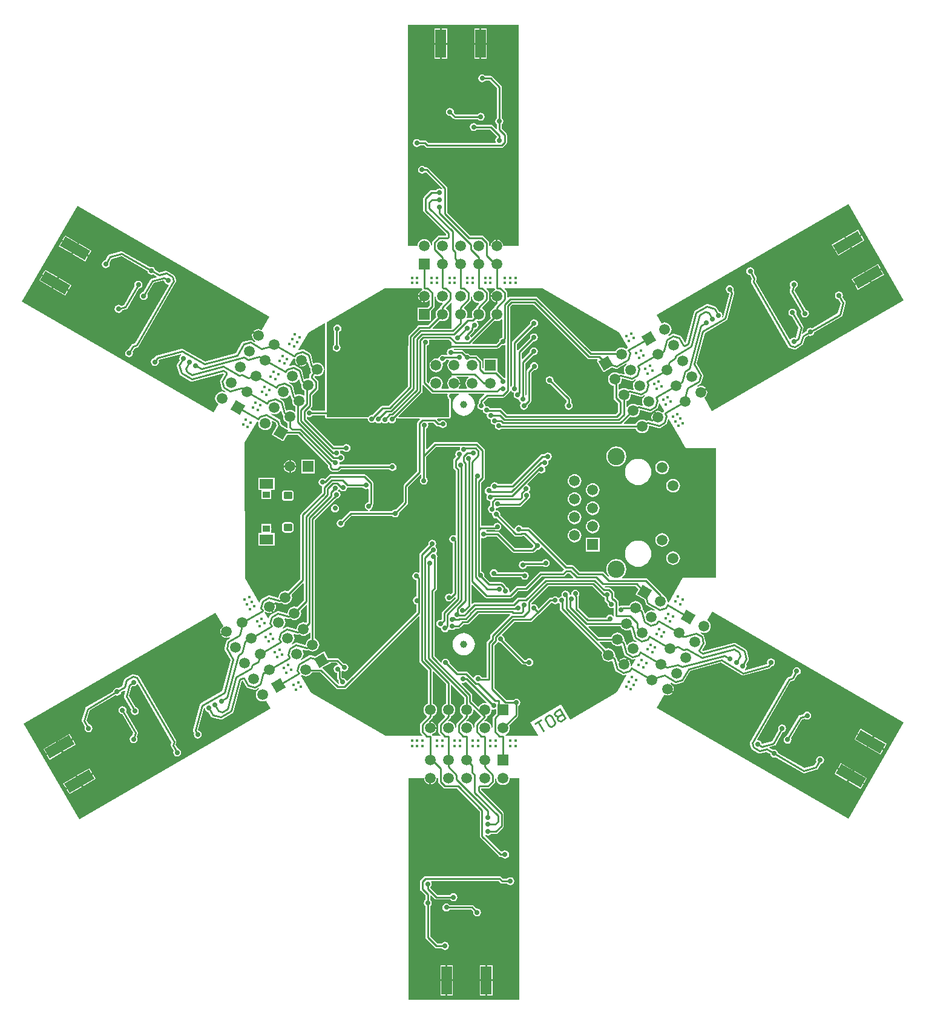
<source format=gbl>
G04 Layer_Physical_Order=2*
G04 Layer_Color=16711680*
%FSLAX25Y25*%
%MOIN*%
G70*
G01*
G75*
G04:AMPARAMS|DCode=36|XSize=59.06mil|YSize=157.48mil|CornerRadius=0mil|HoleSize=0mil|Usage=FLASHONLY|Rotation=60.000|XOffset=0mil|YOffset=0mil|HoleType=Round|Shape=Rectangle|*
%AMROTATEDRECTD36*
4,1,4,0.05343,-0.06494,-0.08296,0.01380,-0.05343,0.06494,0.08296,-0.01380,0.05343,-0.06494,0.0*
%
%ADD36ROTATEDRECTD36*%

%ADD37R,0.05906X0.15748*%
G04:AMPARAMS|DCode=38|XSize=59.06mil|YSize=157.48mil|CornerRadius=0mil|HoleSize=0mil|Usage=FLASHONLY|Rotation=300.000|XOffset=0mil|YOffset=0mil|HoleType=Round|Shape=Rectangle|*
%AMROTATEDRECTD38*
4,1,4,-0.08296,-0.01380,0.05343,0.06494,0.08296,0.01380,-0.05343,-0.06494,-0.08296,-0.01380,0.0*
%
%ADD38ROTATEDRECTD38*%

%ADD64C,0.01000*%
%ADD69C,0.05906*%
%ADD70P,0.08352X4X165.0*%
%ADD71P,0.08352X4X105.0*%
%ADD72R,0.05906X0.05906*%
%ADD73C,0.09449*%
%ADD74R,0.05906X0.05906*%
%ADD75R,0.03937X0.03347*%
G04:AMPARAMS|DCode=76|XSize=49.21mil|YSize=41.34mil|CornerRadius=10.34mil|HoleSize=0mil|Usage=FLASHONLY|Rotation=180.000|XOffset=0mil|YOffset=0mil|HoleType=Round|Shape=RoundedRectangle|*
%AMROUNDEDRECTD76*
21,1,0.04921,0.02067,0,0,180.0*
21,1,0.02854,0.04134,0,0,180.0*
1,1,0.02067,-0.01427,0.01034*
1,1,0.02067,0.01427,0.01034*
1,1,0.02067,0.01427,-0.01034*
1,1,0.02067,-0.01427,-0.01034*
%
%ADD76ROUNDEDRECTD76*%
%ADD77R,0.07480X0.05413*%
%ADD78C,0.01575*%
%ADD79C,0.03937*%
%ADD80C,0.01969*%
%ADD81C,0.02756*%
%ADD82C,0.10630*%
G36*
X-95525Y64186D02*
X-95105Y62616D01*
X-94878Y62157D01*
X-94493Y61819D01*
X-94321Y61720D01*
X-94402Y61105D01*
X-94274Y60128D01*
X-93897Y59219D01*
X-93297Y58437D01*
X-92671Y57956D01*
Y55519D01*
X-93171Y55272D01*
X-93744Y55712D01*
X-94653Y56088D01*
X-95630Y56217D01*
X-96606Y56088D01*
X-97357Y55777D01*
X-97923Y55958D01*
X-99199Y60718D01*
X-99425Y61177D01*
X-99810Y61515D01*
X-101131Y62278D01*
X-100909Y62727D01*
X-100267Y62461D01*
X-99290Y62332D01*
X-98314Y62461D01*
X-97404Y62838D01*
X-96623Y63437D01*
X-96044Y64191D01*
X-95865Y64208D01*
X-95525Y64186D01*
D02*
G37*
G36*
X97179Y63440D02*
X97690Y63406D01*
X98175Y63571D01*
X99496Y64333D01*
X99774Y63916D01*
X99222Y63493D01*
X98623Y62712D01*
X98246Y61802D01*
X98117Y60826D01*
X98246Y59849D01*
X98610Y58971D01*
X98535Y58808D01*
X98346Y58524D01*
X96776Y58945D01*
X96265Y58978D01*
X95780Y58814D01*
X95608Y58715D01*
X95116Y59093D01*
X94206Y59469D01*
X93230Y59598D01*
X92253Y59469D01*
X91343Y59093D01*
X90562Y58493D01*
X90042Y57816D01*
X89594Y57916D01*
X89542Y57945D01*
Y60981D01*
X90116Y61219D01*
X90897Y61818D01*
X91496Y62600D01*
X91873Y63510D01*
X91979Y64315D01*
X92419Y64715D01*
X97179Y63440D01*
D02*
G37*
G36*
X2877Y73976D02*
X2096Y73376D01*
X1497Y72595D01*
X1120Y71685D01*
X991Y70709D01*
X1120Y69732D01*
X1497Y68822D01*
X1912Y68281D01*
X1665Y67781D01*
X-2647D01*
X-2755Y68099D01*
X-2782Y68281D01*
X-2244Y68981D01*
X-1899Y69814D01*
X-1847Y70209D01*
X-5236D01*
Y71209D01*
X-1847D01*
X-1899Y71603D01*
X-2244Y72436D01*
X-2793Y73151D01*
X-3509Y73700D01*
X-4171Y73975D01*
X-4072Y74475D01*
X2776D01*
X2877Y73976D01*
D02*
G37*
G36*
X92179Y72100D02*
X92690Y72066D01*
X93175Y72231D01*
X94496Y72993D01*
X94774Y72577D01*
X94222Y72153D01*
X93623Y71372D01*
X93246Y70462D01*
X93117Y69486D01*
X93246Y68510D01*
X93609Y67632D01*
X93535Y67468D01*
X93345Y67185D01*
X91776Y67605D01*
X91265Y67639D01*
X90780Y67474D01*
X90608Y67375D01*
X90116Y67753D01*
X89206Y68130D01*
X88230Y68258D01*
X87253Y68130D01*
X86343Y67753D01*
X85802Y67338D01*
X85302Y67584D01*
Y70022D01*
X85897Y70479D01*
X86497Y71260D01*
X86873Y72170D01*
X86980Y72975D01*
X87419Y73375D01*
X92179Y72100D01*
D02*
G37*
G36*
X242301Y116525D02*
X136741Y55580D01*
X132625Y62708D01*
X132484Y62953D01*
X133200Y63502D01*
X133748Y64218D01*
X134094Y65051D01*
X134211Y65945D01*
X134094Y66839D01*
X133941Y67206D01*
X131007Y65512D01*
X130507Y66378D01*
X133441Y68072D01*
X133200Y68388D01*
X132484Y68937D01*
X131651Y69282D01*
X130757Y69400D01*
X129862Y69282D01*
X129029Y68937D01*
X128639Y69612D01*
X130237Y70534D01*
X130622Y70872D01*
X130848Y71331D01*
X131803Y74894D01*
X131836Y75406D01*
X131672Y75891D01*
X128358Y81630D01*
X132905Y98601D01*
X144705Y105414D01*
X145090Y105752D01*
X145317Y106211D01*
X149033Y120082D01*
X149067Y120593D01*
X148902Y121078D01*
X148532Y121719D01*
X148551Y121748D01*
X148719Y122593D01*
X148551Y123438D01*
X148073Y124154D01*
X147356Y124633D01*
X146512Y124801D01*
X145667Y124633D01*
X144950Y124154D01*
X144472Y123438D01*
X144304Y122593D01*
X144472Y121748D01*
X144950Y121032D01*
X145667Y120553D01*
X146178Y120451D01*
X146342Y120182D01*
X142921Y107416D01*
X142667Y107269D01*
X142403Y107457D01*
X142533Y108111D01*
X142365Y108956D01*
X141887Y109672D01*
X141170Y110151D01*
X140598Y110264D01*
X139297Y112518D01*
X138959Y112903D01*
X138500Y113129D01*
X134198Y114282D01*
X133687Y114316D01*
X133202Y114151D01*
X127405Y110804D01*
X127020Y110467D01*
X126794Y110008D01*
X122323Y93323D01*
X121786Y93013D01*
X119827Y96406D01*
X119490Y96791D01*
X119030Y97017D01*
X115467Y97972D01*
X114956Y98005D01*
X114471Y97841D01*
X112874Y96919D01*
X112643Y97319D01*
X113424Y97918D01*
X114024Y98700D01*
X114400Y99610D01*
X114529Y100586D01*
X114400Y101562D01*
X114024Y102472D01*
X113424Y103253D01*
X112643Y103853D01*
X111733Y104230D01*
X110757Y104358D01*
X109780Y104230D01*
X108870Y103853D01*
X106229Y108428D01*
X211789Y169373D01*
X242301Y116525D01*
D02*
G37*
G36*
X-22945Y122769D02*
X-22838Y122609D01*
X-22987Y122009D01*
X-22990Y122005D01*
X-23460Y121811D01*
X-24175Y121262D01*
X-24724Y120546D01*
X-25069Y119713D01*
X-25121Y119319D01*
X-21732D01*
Y118819D01*
X-21232D01*
Y115430D01*
X-20838Y115482D01*
X-20005Y115827D01*
X-19289Y116376D01*
X-19092Y116633D01*
X-18592Y116463D01*
Y113815D01*
X-19849Y112559D01*
X-25472D01*
Y105079D01*
X-17992D01*
Y110703D01*
X-16351Y112344D01*
X-16067Y112769D01*
X-15967Y113272D01*
Y118499D01*
X-15467Y118532D01*
X-15376Y117842D01*
X-14999Y116933D01*
X-14400Y116151D01*
X-13619Y115552D01*
X-12709Y115175D01*
X-11767Y115051D01*
X-11662Y114905D01*
X-11512Y114599D01*
X-12660Y113450D01*
X-12945Y113024D01*
X-13045Y112522D01*
Y112323D01*
X-13619Y112086D01*
X-14400Y111486D01*
X-14999Y110705D01*
X-15376Y109795D01*
X-15505Y108819D01*
X-15376Y107843D01*
X-15104Y107185D01*
X-19564Y102726D01*
X-24506D01*
X-25008Y102626D01*
X-25434Y102341D01*
X-30306Y97470D01*
X-30591Y97044D01*
X-30691Y96541D01*
Y69182D01*
X-41336Y58537D01*
X-44566D01*
X-45068Y58437D01*
X-45494Y58153D01*
X-50280Y53367D01*
X-50590Y53428D01*
X-51435Y53260D01*
X-52152Y52781D01*
X-52563Y52165D01*
X-75433D01*
Y104567D01*
X-43268Y123189D01*
X-23028D01*
X-22945Y122769D01*
D02*
G37*
G36*
X11392Y64656D02*
X8757Y62020D01*
X8472Y61594D01*
X8372Y61092D01*
Y60113D01*
X8124Y59947D01*
X7645Y59231D01*
X7477Y58386D01*
X7645Y57541D01*
X8124Y56825D01*
X8840Y56346D01*
X9685Y56178D01*
X10003Y56241D01*
X10469Y56024D01*
X10500Y55869D01*
X10637Y55179D01*
X11116Y54462D01*
X11832Y53984D01*
X12677Y53816D01*
X12824Y53668D01*
X12713Y53110D01*
X12881Y52265D01*
X13360Y51549D01*
X14076Y51070D01*
X14540Y50978D01*
X14942Y50436D01*
X14879Y50118D01*
X15047Y49273D01*
X15526Y48557D01*
X16242Y48078D01*
X16812Y47965D01*
X17222Y47466D01*
X17202Y47362D01*
X17370Y46517D01*
X17848Y45801D01*
X18565Y45322D01*
X19410Y45154D01*
X20254Y45322D01*
X20971Y45801D01*
X21005Y45853D01*
X94725D01*
X94963Y45279D01*
X95562Y44498D01*
X96343Y43898D01*
X97253Y43521D01*
X98229Y43393D01*
X99206Y43521D01*
X100116Y43898D01*
X100897Y44498D01*
X101497Y45279D01*
X101873Y46189D01*
X101979Y46995D01*
X102419Y47395D01*
X107179Y46119D01*
X107690Y46086D01*
X108175Y46250D01*
X111370Y48095D01*
X111755Y48432D01*
X111981Y48892D01*
X112573Y51099D01*
X113068Y51164D01*
X119635Y39799D01*
X122099Y35506D01*
X122148Y35450D01*
X122362Y35079D01*
X138858D01*
Y-36063D01*
X120748D01*
X112847Y-49763D01*
X112592Y-49780D01*
X112166Y-49328D01*
X112196Y-49099D01*
X112068Y-48123D01*
X111691Y-47213D01*
X111091Y-46432D01*
X110310Y-45832D01*
X109687Y-45574D01*
X109637Y-45322D01*
X109352Y-44896D01*
X101327Y-36871D01*
X100901Y-36586D01*
X100399Y-36487D01*
X87427D01*
X87257Y-35987D01*
X87986Y-35427D01*
X88870Y-34276D01*
X89425Y-32935D01*
X89614Y-31496D01*
X89425Y-30057D01*
X88870Y-28716D01*
X87986Y-27565D01*
X86835Y-26682D01*
X85494Y-26126D01*
X84055Y-25937D01*
X82616Y-26126D01*
X81275Y-26682D01*
X80124Y-27565D01*
X79241Y-28716D01*
X78685Y-30057D01*
X78496Y-31496D01*
X78685Y-32935D01*
X79241Y-34276D01*
X79999Y-35264D01*
X79622Y-35595D01*
X77281Y-33253D01*
X76855Y-32968D01*
X76353Y-32868D01*
X63819D01*
X60649Y-29698D01*
X60223Y-29413D01*
X59720Y-29313D01*
X56789D01*
X36571Y-9095D01*
X36146Y-8811D01*
X35643Y-8711D01*
X32465D01*
X31994Y-8006D01*
X31278Y-7527D01*
X30433Y-7359D01*
X29588Y-7527D01*
X28872Y-8006D01*
X28393Y-8722D01*
X28298Y-9200D01*
X27756Y-9364D01*
X20063Y-1671D01*
X20121Y-1378D01*
X19953Y-533D01*
X19474Y183D01*
X18758Y662D01*
X18032Y806D01*
X17696Y1257D01*
X17759Y1575D01*
X17720Y1769D01*
X18146Y2194D01*
X18504Y2123D01*
X19349Y2291D01*
X20065Y2770D01*
X20099Y2821D01*
X30709D01*
X31211Y2921D01*
X31637Y3206D01*
X35377Y6946D01*
X35528Y7172D01*
X36010Y7494D01*
X36488Y8210D01*
X36656Y9055D01*
X36488Y9900D01*
X36010Y10616D01*
X35907Y10685D01*
Y11121D01*
X35982Y11236D01*
X36459Y11950D01*
X36627Y12795D01*
X36459Y13640D01*
X35981Y14356D01*
X35264Y14835D01*
X35186Y14851D01*
X35040Y15329D01*
X41423Y21712D01*
X41911Y21385D01*
X42756Y21217D01*
X43601Y21385D01*
X44317Y21864D01*
X44796Y22580D01*
X44964Y23425D01*
X44796Y24270D01*
X44609Y24549D01*
X44843Y25099D01*
X45372Y25204D01*
X46089Y25683D01*
X46567Y26399D01*
X46735Y27244D01*
X46617Y27838D01*
X46911Y28407D01*
X47136Y28451D01*
X47853Y28930D01*
X48331Y29646D01*
X48499Y30491D01*
X48331Y31336D01*
X47853Y32052D01*
X47136Y32531D01*
X46291Y32699D01*
X45447Y32531D01*
X44730Y32052D01*
X44564Y31804D01*
X43290D01*
X42788Y31704D01*
X42362Y31419D01*
X26350Y15407D01*
X18735D01*
X18569Y15656D01*
X17853Y16134D01*
X17008Y16302D01*
X16163Y16134D01*
X15447Y15656D01*
X14968Y14939D01*
X14807Y14128D01*
X14789Y14086D01*
X14360Y13746D01*
X13780Y13861D01*
X12935Y13693D01*
X12218Y13215D01*
X11740Y12498D01*
X11572Y11654D01*
X11740Y10809D01*
X12218Y10092D01*
X12935Y9614D01*
X13002Y9450D01*
X12645Y8916D01*
X12477Y8071D01*
X12645Y7226D01*
X13124Y6510D01*
X13840Y6031D01*
X14614Y5877D01*
X14526Y5435D01*
Y3494D01*
X13990Y3136D01*
X13511Y2420D01*
X13343Y1575D01*
X13511Y730D01*
X13990Y14D01*
X14706Y-465D01*
X15432Y-609D01*
X15769Y-1061D01*
X15706Y-1378D01*
X15874Y-2223D01*
X16352Y-2939D01*
X17068Y-3418D01*
X17913Y-3586D01*
X18206Y-3527D01*
X27839Y-13160D01*
X28265Y-13445D01*
X28768Y-13545D01*
X31537D01*
X32039Y-13445D01*
X32465Y-13160D01*
X32502Y-13124D01*
X33118D01*
X38402Y-18408D01*
X38343Y-18701D01*
X38402Y-18994D01*
X37539Y-19857D01*
X28193D01*
X19598Y-11261D01*
X19172Y-10976D01*
X18669Y-10876D01*
X12646D01*
X12606Y-10827D01*
X12473Y-10628D01*
X12410Y-10586D01*
X12341Y-10500D01*
X12482Y-10033D01*
X17439D01*
X17691Y-10201D01*
X18536Y-10369D01*
X19381Y-10201D01*
X20097Y-9723D01*
X20575Y-9006D01*
X20743Y-8162D01*
X20575Y-7317D01*
X20097Y-6600D01*
X19381Y-6122D01*
X18536Y-5954D01*
X17691Y-6122D01*
X16975Y-6600D01*
X16496Y-7317D01*
X16478Y-7408D01*
X9559D01*
Y16099D01*
X11271Y17810D01*
X11555Y18236D01*
X11655Y18738D01*
Y33750D01*
X11555Y34252D01*
X11271Y34678D01*
X7867Y38082D01*
X7441Y38366D01*
X6939Y38466D01*
X-15642D01*
X-16144Y38366D01*
X-16570Y38082D01*
X-20194Y34458D01*
X-20656Y34649D01*
Y45739D01*
X-20092Y46116D01*
X-19614Y46832D01*
X-19446Y47677D01*
X-19614Y48522D01*
X-19658Y48589D01*
X-19423Y49030D01*
X-16579D01*
X-15007Y47458D01*
X-14581Y47173D01*
X-14079Y47073D01*
X-13263D01*
X-13097Y46825D01*
X-12380Y46346D01*
X-11535Y46178D01*
X-10691Y46346D01*
X-9974Y46825D01*
X-9496Y47541D01*
X-9328Y48386D01*
X-9496Y49231D01*
X-9974Y49947D01*
X-10691Y50425D01*
X-11535Y50594D01*
X-12380Y50425D01*
X-13097Y49947D01*
X-13122Y49909D01*
X-13701Y49864D01*
X-14699Y50862D01*
X-14492Y51363D01*
X-8124D01*
X-7816Y51424D01*
X-7556Y51598D01*
X-7382Y51858D01*
X-7321Y52165D01*
X-6732D01*
Y65156D01*
X-2592D01*
X-2467Y64656D01*
X-3407Y64154D01*
X-4336Y63391D01*
X-5099Y62462D01*
X-5665Y61402D01*
X-6014Y60251D01*
X-6132Y59055D01*
X-6014Y57859D01*
X-5665Y56709D01*
X-5099Y55648D01*
X-4336Y54719D01*
X-3407Y53957D01*
X-2347Y53390D01*
X-1196Y53041D01*
X0Y52923D01*
X1196Y53041D01*
X2347Y53390D01*
X3407Y53957D01*
X4336Y54719D01*
X5099Y55648D01*
X5665Y56709D01*
X6014Y57859D01*
X6132Y59055D01*
X6014Y60251D01*
X5665Y61402D01*
X5099Y62462D01*
X4336Y63391D01*
X3407Y64154D01*
X2467Y64656D01*
X2592Y65156D01*
X11185D01*
X11392Y64656D01*
D02*
G37*
G36*
X110313Y55933D02*
X110226Y55607D01*
X109841Y55270D01*
X109679Y54941D01*
X109672Y54935D01*
X109287Y54799D01*
X109092Y54793D01*
X108617Y55157D01*
X107784Y55502D01*
X106890Y55620D01*
X105996Y55502D01*
X105628Y55350D01*
X107323Y52415D01*
X106890Y52165D01*
X107140Y51732D01*
X103870Y49845D01*
X103802Y49742D01*
X101776Y50285D01*
X101265Y50318D01*
X100780Y50154D01*
X100608Y50054D01*
X100116Y50432D01*
X99206Y50809D01*
X98229Y50938D01*
X97253Y50809D01*
X96343Y50432D01*
X95562Y49833D01*
X94963Y49052D01*
X94725Y48478D01*
X88392D01*
X88200Y48940D01*
X91680Y52419D01*
X92253Y52182D01*
X93230Y52053D01*
X94206Y52182D01*
X95116Y52559D01*
X95897Y53158D01*
X96496Y53939D01*
X96873Y54849D01*
X96979Y55655D01*
X97419Y56055D01*
X102179Y54779D01*
X102690Y54746D01*
X103175Y54910D01*
X106370Y56755D01*
X106755Y57093D01*
X106981Y57552D01*
X107571Y59755D01*
X108067Y59820D01*
X110313Y55933D01*
D02*
G37*
G36*
X-100525Y55526D02*
X-100105Y53956D01*
X-99878Y53497D01*
X-99493Y53159D01*
X-99321Y53060D01*
X-99402Y52444D01*
X-99274Y51468D01*
X-98897Y50558D01*
X-98297Y49777D01*
X-97516Y49177D01*
X-96943Y48940D01*
Y46614D01*
X-96928Y46543D01*
X-97375Y46224D01*
X-100391Y47965D01*
X-100992Y50207D01*
X-101218Y50666D01*
X-101603Y51003D01*
X-106131Y53617D01*
X-105909Y54067D01*
X-105267Y53801D01*
X-104290Y53672D01*
X-103314Y53801D01*
X-102404Y54177D01*
X-101623Y54777D01*
X-101044Y55531D01*
X-100865Y55548D01*
X-100525Y55526D01*
D02*
G37*
G36*
X-9738Y-94615D02*
Y-105511D01*
X-10311Y-105749D01*
X-11093Y-106348D01*
X-11692Y-107130D01*
X-12069Y-108039D01*
X-12198Y-109016D01*
X-12069Y-109992D01*
X-11692Y-110902D01*
X-11093Y-111683D01*
X-10448Y-112178D01*
X-10321Y-112758D01*
X-13806Y-116243D01*
X-14091Y-116669D01*
X-14190Y-117171D01*
Y-120860D01*
X-14091Y-121362D01*
X-13806Y-121788D01*
X-12814Y-122780D01*
X-13006Y-123242D01*
X-17189Y-123240D01*
X-17212Y-123124D01*
X-17416Y-122820D01*
X-17418Y-122810D01*
X-17343Y-122409D01*
X-17251Y-122237D01*
X-16698Y-122008D01*
X-15982Y-121459D01*
X-15433Y-120743D01*
X-15088Y-119910D01*
X-15036Y-119516D01*
X-18425D01*
Y-119016D01*
X-18925D01*
Y-115241D01*
X-18980Y-115130D01*
X-17497Y-113647D01*
X-17212Y-113221D01*
X-17112Y-112719D01*
Y-112520D01*
X-16539Y-112283D01*
X-15758Y-111683D01*
X-15158Y-110902D01*
X-14781Y-109992D01*
X-14653Y-109016D01*
X-14781Y-108039D01*
X-15158Y-107130D01*
X-15758Y-106348D01*
X-16539Y-105749D01*
X-17113Y-105511D01*
Y-87893D01*
X-16651Y-87702D01*
X-9738Y-94615D01*
D02*
G37*
G36*
X-6732Y93311D02*
Y90254D01*
X-7087Y89964D01*
X-7931Y89796D01*
X-8648Y89317D01*
X-9126Y88601D01*
X-9294Y87756D01*
X-9130Y86931D01*
X-9121Y86842D01*
X-9385Y86431D01*
X-10472D01*
X-10756Y86374D01*
X-10809Y86410D01*
X-11654Y86578D01*
X-12498Y86410D01*
X-13215Y85931D01*
X-13693Y85215D01*
X-13795Y84701D01*
X-14245Y84364D01*
X-14334Y84362D01*
X-15236Y84481D01*
X-16213Y84352D01*
X-17122Y83976D01*
X-17904Y83376D01*
X-18503Y82595D01*
X-18880Y81685D01*
X-19009Y80709D01*
X-18880Y79732D01*
X-18503Y78822D01*
X-17904Y78041D01*
X-17122Y77442D01*
X-16213Y77065D01*
X-15236Y76936D01*
X-14260Y77065D01*
X-13350Y77442D01*
X-12569Y78041D01*
X-11969Y78822D01*
X-11592Y79732D01*
X-11464Y80709D01*
X-11592Y81685D01*
X-11280Y82236D01*
X-10809Y82330D01*
X-10092Y82809D01*
X-9614Y83525D01*
X-9558Y83806D01*
X-8630D01*
X-8602Y83787D01*
X-8241Y83715D01*
X-8240Y83714D01*
X-8065Y83342D01*
X-8049Y83187D01*
X-8503Y82595D01*
X-8880Y81685D01*
X-9009Y80709D01*
X-8880Y79732D01*
X-8503Y78822D01*
X-7904Y78041D01*
X-7123Y77442D01*
X-6732Y77280D01*
Y74137D01*
X-7123Y73976D01*
X-7904Y73376D01*
X-8503Y72595D01*
X-8880Y71685D01*
X-9009Y70709D01*
X-8880Y69732D01*
X-8503Y68822D01*
X-8088Y68281D01*
X-8334Y67781D01*
X-12138D01*
X-12385Y68281D01*
X-11969Y68822D01*
X-11592Y69732D01*
X-11464Y70709D01*
X-11592Y71685D01*
X-11969Y72595D01*
X-12569Y73376D01*
X-13350Y73976D01*
X-14260Y74353D01*
X-15236Y74481D01*
X-16213Y74353D01*
X-17122Y73976D01*
X-17904Y73376D01*
X-18503Y72595D01*
X-18880Y71685D01*
X-18969Y71008D01*
X-19497Y70829D01*
X-20262Y71594D01*
Y91395D01*
X-19620Y91825D01*
X-19141Y92541D01*
X-18973Y93386D01*
X-19141Y94231D01*
X-19186Y94297D01*
X-18950Y94738D01*
X-8160D01*
X-6732Y93311D01*
D02*
G37*
G36*
X23022Y91647D02*
Y73888D01*
X22581Y73652D01*
X22514Y73697D01*
X22287Y73742D01*
X18633Y77397D01*
X18504Y77483D01*
Y84449D01*
X11024D01*
Y79270D01*
X10524Y79024D01*
X10317Y79183D01*
Y82465D01*
X10217Y82967D01*
X9932Y83393D01*
X7448Y85877D01*
X7022Y86162D01*
X6520Y86261D01*
X3572D01*
X3372Y86561D01*
X2656Y87040D01*
X1811Y87208D01*
X1433Y87132D01*
X-277Y88841D01*
X-702Y89126D01*
X-1205Y89226D01*
X-1707Y89126D01*
X-1793Y89069D01*
X-5241D01*
X-5477Y89378D01*
X-5292Y89864D01*
X18374D01*
X18876Y89964D01*
X19302Y90249D01*
X20880Y91827D01*
X21669Y91670D01*
X22514Y91838D01*
X22581Y91883D01*
X23022Y91647D01*
D02*
G37*
G36*
X85512Y98858D02*
X90244Y90667D01*
X90115Y90184D01*
X90090Y90170D01*
X89705Y89832D01*
X89234Y89722D01*
X88776Y90073D01*
X87866Y90450D01*
X86890Y90579D01*
X85913Y90450D01*
X85004Y90073D01*
X84222Y89474D01*
X83623Y88693D01*
X83518Y88440D01*
X70345D01*
X40613Y118172D01*
X40187Y118457D01*
X39685Y118557D01*
X25514D01*
X25012Y118457D01*
X24586Y118172D01*
X24495Y118082D01*
X24033Y118273D01*
Y120663D01*
X23933Y121166D01*
X23649Y121591D01*
X22490Y122750D01*
X22681Y123212D01*
X43189Y123228D01*
X85512Y98858D01*
D02*
G37*
G36*
X246Y-102071D02*
Y-105518D01*
X-311Y-105749D01*
X-1093Y-106348D01*
X-1692Y-107130D01*
X-2069Y-108039D01*
X-2198Y-109016D01*
X-2069Y-109992D01*
X-1692Y-110902D01*
X-1093Y-111683D01*
X-448Y-112178D01*
X-321Y-112758D01*
X-3806Y-116243D01*
X-4091Y-116669D01*
X-4191Y-117171D01*
Y-118696D01*
X-4691Y-118729D01*
X-4781Y-118039D01*
X-5158Y-117130D01*
X-5758Y-116348D01*
X-6539Y-115749D01*
X-7449Y-115372D01*
X-8391Y-115248D01*
X-8495Y-115101D01*
X-8646Y-114796D01*
X-7497Y-113647D01*
X-7213Y-113221D01*
X-7113Y-112719D01*
Y-112520D01*
X-6539Y-112283D01*
X-5758Y-111683D01*
X-5158Y-110902D01*
X-4781Y-109992D01*
X-4653Y-109016D01*
X-4781Y-108039D01*
X-5158Y-107130D01*
X-5758Y-106348D01*
X-6539Y-105749D01*
X-7113Y-105511D01*
Y-95366D01*
X-6651Y-95174D01*
X246Y-102071D01*
D02*
G37*
G36*
X-93454Y84429D02*
X-93089Y84453D01*
X-93080Y84450D01*
X-92770Y84184D01*
X-92667Y84019D01*
X-92745Y83425D01*
X-92627Y82531D01*
X-92282Y81698D01*
X-91733Y80982D01*
X-91418Y80740D01*
X-89723Y83675D01*
X-89290Y83425D01*
X-89040Y83858D01*
X-85771Y81971D01*
X-85647Y81963D01*
X-85105Y79937D01*
X-84878Y79478D01*
X-84493Y79140D01*
X-84321Y79041D01*
X-84402Y78425D01*
X-84274Y77449D01*
X-84036Y76875D01*
X-84802Y76110D01*
X-85086Y75684D01*
X-85186Y75182D01*
Y74005D01*
X-85182Y73983D01*
X-85602Y73534D01*
X-85630Y73537D01*
X-86606Y73409D01*
X-87357Y73098D01*
X-87923Y73278D01*
X-89199Y78039D01*
X-89425Y78498D01*
X-89810Y78836D01*
X-93005Y80680D01*
X-93490Y80845D01*
X-94001Y80811D01*
X-95664Y80366D01*
X-95968Y80762D01*
X-93785Y84541D01*
X-93454Y84429D01*
D02*
G37*
G36*
X-90525Y72846D02*
X-90105Y71277D01*
X-89878Y70817D01*
X-89493Y70480D01*
X-89321Y70381D01*
X-89402Y69765D01*
X-89274Y68789D01*
X-88897Y67879D01*
X-88297Y67097D01*
X-87702Y66641D01*
Y64203D01*
X-88202Y63956D01*
X-88744Y64372D01*
X-89653Y64749D01*
X-90630Y64877D01*
X-91606Y64749D01*
X-92357Y64438D01*
X-92923Y64618D01*
X-94199Y69378D01*
X-94425Y69838D01*
X-94810Y70175D01*
X-96131Y70938D01*
X-95909Y71387D01*
X-95267Y71121D01*
X-94290Y70992D01*
X-93314Y71121D01*
X-92404Y71498D01*
X-91623Y72097D01*
X-91044Y72851D01*
X-90865Y72868D01*
X-90525Y72846D01*
D02*
G37*
G36*
X9719Y-112719D02*
X6194Y-116243D01*
X5909Y-116669D01*
X5809Y-117171D01*
Y-118696D01*
X5309Y-118729D01*
X5219Y-118039D01*
X4842Y-117130D01*
X4242Y-116348D01*
X3461Y-115749D01*
X2551Y-115372D01*
X1609Y-115248D01*
X1505Y-115101D01*
X1354Y-114796D01*
X2503Y-113647D01*
X2788Y-113221D01*
X2888Y-112719D01*
Y-112520D01*
X3461Y-112283D01*
X4242Y-111683D01*
X4842Y-110902D01*
X5219Y-109992D01*
X5343Y-109050D01*
X5489Y-108946D01*
X5795Y-108795D01*
X9719Y-112719D01*
D02*
G37*
G36*
X-76236Y103616D02*
Y55677D01*
X-83334D01*
X-83500Y55925D01*
X-84216Y56404D01*
X-84308Y56422D01*
X-84453Y56901D01*
X-83674Y57680D01*
X-83390Y58106D01*
X-83290Y58608D01*
Y64252D01*
X-80462Y67080D01*
X-80177Y67506D01*
X-80077Y68009D01*
Y71521D01*
X-80177Y72024D01*
X-80462Y72449D01*
X-82092Y74080D01*
X-82046Y74665D01*
X-81770Y74849D01*
X-81606Y74781D01*
X-80630Y74653D01*
X-79654Y74781D01*
X-78744Y75158D01*
X-77962Y75758D01*
X-77363Y76539D01*
X-76986Y77449D01*
X-76858Y78425D01*
X-76986Y79402D01*
X-77363Y80311D01*
X-77962Y81093D01*
X-78744Y81692D01*
X-79654Y82069D01*
X-80630Y82198D01*
X-81606Y82069D01*
X-82357Y81758D01*
X-82923Y81938D01*
X-84199Y86699D01*
X-84425Y87158D01*
X-84810Y87496D01*
X-88005Y89340D01*
X-88490Y89505D01*
X-89001Y89472D01*
X-90659Y89027D01*
X-90963Y89424D01*
X-85512Y98858D01*
X-76668Y103867D01*
X-76236Y103616D01*
D02*
G37*
G36*
X242378Y-115982D02*
X211866Y-168830D01*
X106307Y-107885D01*
X110330Y-100915D01*
X110564Y-100512D01*
X111397Y-100857D01*
X112291Y-100974D01*
X113185Y-100857D01*
X114018Y-100512D01*
X114734Y-99963D01*
X114976Y-99647D01*
X112041Y-97953D01*
X112541Y-97087D01*
X115476Y-98781D01*
X115628Y-98414D01*
X115746Y-97520D01*
X115628Y-96626D01*
X115283Y-95792D01*
X114734Y-95077D01*
X114018Y-94528D01*
X114408Y-93852D01*
X116006Y-94775D01*
X116490Y-94939D01*
X117001Y-94906D01*
X120565Y-93951D01*
X121024Y-93725D01*
X121362Y-93339D01*
X124676Y-87599D01*
X141647Y-83052D01*
X153446Y-89865D01*
X153931Y-90029D01*
X154442Y-89996D01*
X168313Y-86279D01*
X168772Y-86053D01*
X169110Y-85668D01*
X169499Y-84993D01*
X170072Y-84880D01*
X170788Y-84401D01*
X171267Y-83685D01*
X171435Y-82840D01*
X171267Y-81995D01*
X170788Y-81279D01*
X170072Y-80800D01*
X169227Y-80632D01*
X168382Y-80800D01*
X167666Y-81279D01*
X167187Y-81995D01*
X167019Y-82840D01*
X167187Y-83685D01*
X166778Y-83973D01*
X154888Y-87159D01*
X154814Y-87112D01*
X154804Y-86518D01*
X155153Y-86285D01*
X155632Y-85568D01*
X155800Y-84724D01*
X155632Y-83879D01*
X155613Y-83850D01*
X156894Y-81630D01*
X157059Y-81145D01*
X157026Y-80633D01*
X155873Y-76331D01*
X155646Y-75872D01*
X155261Y-75534D01*
X149465Y-72188D01*
X148980Y-72023D01*
X148469Y-72057D01*
X131784Y-76527D01*
X131247Y-76217D01*
X133206Y-72824D01*
X133371Y-72339D01*
X133337Y-71828D01*
X132382Y-68265D01*
X132156Y-67806D01*
X131771Y-67468D01*
X130451Y-66706D01*
X130672Y-66257D01*
X131315Y-66523D01*
X132291Y-66651D01*
X133267Y-66523D01*
X134177Y-66146D01*
X134958Y-65546D01*
X135558Y-64765D01*
X135935Y-63855D01*
X136063Y-62879D01*
X135935Y-61902D01*
X135558Y-60992D01*
X134958Y-60211D01*
X134177Y-59612D01*
X134416Y-59197D01*
X136818Y-55037D01*
X242378Y-115982D01*
D02*
G37*
G36*
X-86328Y-51361D02*
Y-60655D01*
X-86678Y-61006D01*
X-87252Y-60768D01*
X-88228Y-60639D01*
X-89205Y-60768D01*
X-90115Y-61145D01*
X-90896Y-61744D01*
X-91495Y-62526D01*
X-91872Y-63435D01*
X-91978Y-64241D01*
X-92418Y-64641D01*
X-97178Y-63366D01*
X-97689Y-63332D01*
X-98174Y-63497D01*
X-99494Y-64259D01*
X-99773Y-63842D01*
X-99221Y-63419D01*
X-98622Y-62638D01*
X-98245Y-61728D01*
X-98116Y-60751D01*
X-98245Y-59775D01*
X-98608Y-58897D01*
X-98534Y-58734D01*
X-98344Y-58450D01*
X-96775Y-58871D01*
X-96264Y-58904D01*
X-95779Y-58740D01*
X-95607Y-58641D01*
X-95115Y-59018D01*
X-94205Y-59395D01*
X-93228Y-59524D01*
X-92252Y-59395D01*
X-91342Y-59018D01*
X-90561Y-58419D01*
X-89961Y-57638D01*
X-89584Y-56728D01*
X-89456Y-55752D01*
X-89584Y-54775D01*
X-89822Y-54202D01*
X-86790Y-51170D01*
X-86328Y-51361D01*
D02*
G37*
G36*
X86497Y-63306D02*
X87096Y-64087D01*
X87878Y-64687D01*
X88787Y-65064D01*
X89764Y-65192D01*
X90740Y-65064D01*
X91491Y-64753D01*
X92057Y-64933D01*
X93332Y-69693D01*
X93559Y-70153D01*
X93944Y-70490D01*
X95265Y-71253D01*
X95043Y-71702D01*
X94400Y-71436D01*
X93424Y-71307D01*
X92448Y-71436D01*
X91538Y-71813D01*
X90756Y-72412D01*
X90178Y-73166D01*
X89999Y-73183D01*
X89659Y-73161D01*
X89238Y-71592D01*
X89012Y-71132D01*
X88627Y-70795D01*
X88455Y-70695D01*
X88536Y-70080D01*
X88408Y-69103D01*
X88031Y-68194D01*
X87431Y-67412D01*
X86650Y-66813D01*
X85740Y-66436D01*
X84764Y-66307D01*
X83787Y-66436D01*
X82878Y-66813D01*
X82096Y-67412D01*
X81497Y-68194D01*
X81259Y-68767D01*
X74175D01*
X68602Y-63194D01*
X68793Y-62732D01*
X86259D01*
X86497Y-63306D01*
D02*
G37*
G36*
X-84592Y-66502D02*
X-84541Y-66531D01*
Y-69567D01*
X-85115Y-69805D01*
X-85896Y-70404D01*
X-86495Y-71186D01*
X-86872Y-72096D01*
X-86978Y-72901D01*
X-87418Y-73301D01*
X-92178Y-72026D01*
X-92689Y-71992D01*
X-93174Y-72157D01*
X-94494Y-72919D01*
X-94773Y-72503D01*
X-94221Y-72079D01*
X-93622Y-71298D01*
X-93245Y-70388D01*
X-93116Y-69412D01*
X-93245Y-68435D01*
X-93608Y-67558D01*
X-93534Y-67394D01*
X-93344Y-67111D01*
X-91775Y-67531D01*
X-91264Y-67565D01*
X-90779Y-67400D01*
X-90607Y-67301D01*
X-90115Y-67679D01*
X-89205Y-68056D01*
X-88228Y-68184D01*
X-87252Y-68056D01*
X-86342Y-67679D01*
X-85561Y-67079D01*
X-85041Y-66402D01*
X-84592Y-66502D01*
D02*
G37*
G36*
X76515Y-46558D02*
X76940Y-46843D01*
X77219Y-46898D01*
X77415Y-47191D01*
X77664Y-47357D01*
Y-48307D01*
X77764Y-48809D01*
X78048Y-49235D01*
X79268Y-50455D01*
X79209Y-50748D01*
X79377Y-51593D01*
X79856Y-52309D01*
X80572Y-52788D01*
X81417Y-52956D01*
X82262Y-52788D01*
X82329Y-52743D01*
X82770Y-52979D01*
Y-57179D01*
X82777Y-57215D01*
X82306Y-57410D01*
X82152Y-57179D01*
X81435Y-56700D01*
X80590Y-56532D01*
X79746Y-56700D01*
X79029Y-57179D01*
X78551Y-57895D01*
X78466Y-58320D01*
X68783D01*
X63324Y-52861D01*
Y-46912D01*
X63224Y-46409D01*
X63185Y-46350D01*
X63496Y-45884D01*
X63664Y-45039D01*
X63496Y-44194D01*
X63018Y-43478D01*
X62301Y-43000D01*
X61457Y-42832D01*
X60612Y-43000D01*
X59895Y-43478D01*
X59417Y-44194D01*
X59249Y-45039D01*
X59277Y-45180D01*
X58957Y-45638D01*
X58476Y-45716D01*
X58329Y-45605D01*
X58301Y-45545D01*
X58142Y-44746D01*
X57664Y-44029D01*
X56947Y-43551D01*
X56102Y-43383D01*
X55257Y-43551D01*
X54541Y-44029D01*
X54063Y-44746D01*
X53895Y-45591D01*
X53974Y-45991D01*
X54015Y-46446D01*
X53611Y-46534D01*
X53171Y-46622D01*
X52455Y-47100D01*
X51994D01*
X51278Y-46622D01*
X50433Y-46454D01*
X49588Y-46622D01*
X48872Y-47100D01*
X48706Y-47349D01*
X47598D01*
X47096Y-47449D01*
X46670Y-47733D01*
X41345Y-53058D01*
X41294Y-53055D01*
X40835Y-52861D01*
X40701Y-52187D01*
X40222Y-51470D01*
X39506Y-50992D01*
X38661Y-50824D01*
X37817Y-50992D01*
X37726Y-51052D01*
X37285Y-50816D01*
Y-50116D01*
X37277Y-50074D01*
X46494Y-40856D01*
X70812D01*
X76515Y-46558D01*
D02*
G37*
G36*
X59316Y-34844D02*
X59375Y-34932D01*
X60424Y-35981D01*
X60233Y-36443D01*
X45210D01*
X44708Y-36543D01*
X44282Y-36828D01*
X33867Y-47243D01*
X30231D01*
X29729Y-47342D01*
X29303Y-47627D01*
X26975Y-49955D01*
X5914D01*
X5412Y-50055D01*
X4986Y-50340D01*
X4649Y-50677D01*
X4187Y-50485D01*
Y-40829D01*
X4197Y-40777D01*
Y-40184D01*
X4659Y-39993D01*
X11736Y-47070D01*
X12162Y-47354D01*
X12664Y-47454D01*
X25679D01*
X26182Y-47354D01*
X26607Y-47070D01*
X30148Y-43529D01*
X34358D01*
X34861Y-43429D01*
X35287Y-43145D01*
X42937Y-35494D01*
X54726D01*
X55229Y-35394D01*
X55655Y-35109D01*
X57038Y-33726D01*
X58198D01*
X59316Y-34844D01*
D02*
G37*
G36*
X26721Y-22097D02*
X27147Y-22382D01*
X27650Y-22482D01*
X38083D01*
X38585Y-22382D01*
X39011Y-22097D01*
X40258Y-20850D01*
X40551Y-20909D01*
X41396Y-20741D01*
X42112Y-20262D01*
X42591Y-19546D01*
X42606Y-19467D01*
X43085Y-19322D01*
X55317Y-31554D01*
X55334Y-31718D01*
X54183Y-32868D01*
X42394D01*
X41891Y-32968D01*
X41465Y-33253D01*
X33815Y-40904D01*
X29605D01*
X29102Y-41004D01*
X28676Y-41288D01*
X25612Y-44353D01*
X25151Y-44107D01*
X25279Y-43464D01*
X25111Y-42620D01*
X24632Y-41903D01*
X23916Y-41425D01*
X23433Y-41329D01*
X23366Y-40992D01*
X23082Y-40566D01*
X21520Y-39005D01*
X21094Y-38720D01*
X20592Y-38620D01*
X14335D01*
X11225Y-35510D01*
X11342Y-34921D01*
X11174Y-34076D01*
X10695Y-33360D01*
X9979Y-32882D01*
X9559Y-32798D01*
Y-14420D01*
X10000Y-14184D01*
X10067Y-14229D01*
X10912Y-14397D01*
X11757Y-14229D01*
X12473Y-13750D01*
X12639Y-13502D01*
X18126D01*
X26721Y-22097D01*
D02*
G37*
G36*
X96346Y-42538D02*
X94655Y-45468D01*
X99525Y-48280D01*
X100126Y-50521D01*
X100352Y-50981D01*
X100737Y-51319D01*
X105264Y-53932D01*
X105043Y-54382D01*
X104400Y-54115D01*
X103424Y-53987D01*
X102448Y-54115D01*
X101538Y-54492D01*
X100757Y-55092D01*
X100178Y-55846D01*
X99999Y-55863D01*
X99659Y-55840D01*
X99238Y-54271D01*
X99012Y-53812D01*
X98627Y-53474D01*
X98455Y-53375D01*
X98536Y-52759D01*
X98408Y-51783D01*
X98031Y-50873D01*
X97431Y-50092D01*
X96650Y-49492D01*
X95740Y-49115D01*
X94764Y-48987D01*
X93787Y-49115D01*
X92878Y-49492D01*
X92096Y-50092D01*
X91497Y-50873D01*
X91259Y-51447D01*
X87870D01*
X87368Y-51547D01*
X87112Y-51718D01*
X86772Y-51650D01*
X85927Y-51818D01*
X85836Y-51879D01*
X85395Y-51643D01*
Y-49644D01*
X85295Y-49142D01*
X85011Y-48716D01*
X83449Y-47154D01*
X83024Y-46870D01*
X82954Y-46856D01*
Y-44526D01*
X82854Y-44024D01*
X82570Y-43598D01*
X81009Y-42036D01*
X80583Y-41752D01*
X80080Y-41652D01*
X77921D01*
X77703Y-41380D01*
X77916Y-40899D01*
X94708D01*
X96346Y-42538D01*
D02*
G37*
G36*
X-88116Y-39488D02*
Y-48783D01*
X-91678Y-52345D01*
X-92252Y-52108D01*
X-93228Y-51979D01*
X-94205Y-52108D01*
X-95115Y-52485D01*
X-95896Y-53084D01*
X-96495Y-53865D01*
X-96872Y-54775D01*
X-96978Y-55581D01*
X-97418Y-55981D01*
X-102178Y-54705D01*
X-102689Y-54672D01*
X-103174Y-54836D01*
X-106369Y-56681D01*
X-106754Y-57019D01*
X-106980Y-57478D01*
X-107264Y-58538D01*
X-107760Y-58603D01*
X-109654Y-55324D01*
X-109499Y-54935D01*
X-108975Y-54808D01*
X-108616Y-55083D01*
X-107783Y-55428D01*
X-106889Y-55546D01*
X-105994Y-55428D01*
X-105627Y-55276D01*
X-107322Y-52341D01*
X-106889Y-52091D01*
X-107139Y-51658D01*
X-103869Y-49771D01*
X-103801Y-49668D01*
X-101775Y-50211D01*
X-101264Y-50244D01*
X-100779Y-50080D01*
X-100607Y-49980D01*
X-100115Y-50358D01*
X-99205Y-50735D01*
X-98228Y-50864D01*
X-97252Y-50735D01*
X-96342Y-50358D01*
X-95561Y-49759D01*
X-94961Y-48978D01*
X-94585Y-48068D01*
X-94456Y-47091D01*
X-94585Y-46115D01*
X-94822Y-45541D01*
X-88578Y-39297D01*
X-88116Y-39488D01*
D02*
G37*
G36*
X17835Y-108873D02*
Y-110900D01*
X16194Y-112540D01*
X15909Y-112966D01*
X15810Y-113469D01*
Y-118696D01*
X15310Y-118729D01*
X15219Y-118039D01*
X14842Y-117130D01*
X14242Y-116348D01*
X13461Y-115749D01*
X12551Y-115372D01*
X11609Y-115248D01*
X11505Y-115101D01*
X11354Y-114796D01*
X12503Y-113647D01*
X12788Y-113221D01*
X12887Y-112719D01*
X12851Y-112535D01*
X13461Y-112283D01*
X14242Y-111683D01*
X14842Y-110902D01*
X15219Y-109992D01*
X15334Y-109115D01*
X15392Y-109029D01*
X15543Y-108900D01*
X15815Y-108740D01*
X16457Y-108867D01*
X17302Y-108699D01*
X17394Y-108638D01*
X17835Y-108873D01*
D02*
G37*
G36*
X-24403Y-57651D02*
Y-81934D01*
X-24303Y-82436D01*
X-24019Y-82862D01*
X-19738Y-87143D01*
Y-105511D01*
X-20311Y-105749D01*
X-21093Y-106348D01*
X-21692Y-107130D01*
X-22069Y-108039D01*
X-22198Y-109016D01*
X-22069Y-109992D01*
X-21692Y-110902D01*
X-21093Y-111683D01*
X-20448Y-112178D01*
X-20321Y-112758D01*
X-23806Y-116243D01*
X-24091Y-116669D01*
X-24191Y-117171D01*
Y-120860D01*
X-24091Y-121362D01*
X-23806Y-121788D01*
X-22819Y-122776D01*
X-23010Y-123238D01*
X-43189Y-123228D01*
X-84055Y-99646D01*
X-89571Y-90096D01*
X-89537Y-90045D01*
X-88863Y-89931D01*
X-88775Y-89999D01*
X-87865Y-90376D01*
X-86889Y-90505D01*
X-85912Y-90376D01*
X-85002Y-89999D01*
X-84221Y-89400D01*
X-83622Y-88618D01*
X-83517Y-88366D01*
X-79175D01*
X-70286Y-97255D01*
X-69861Y-97539D01*
X-69358Y-97639D01*
X-65589D01*
X-65086Y-97539D01*
X-64661Y-97255D01*
X-24865Y-57459D01*
X-24403Y-57651D01*
D02*
G37*
G36*
X-17921Y65540D02*
X-17495Y65256D01*
X-16993Y65156D01*
X-9038D01*
X-8803Y64715D01*
X-8852Y64640D01*
X-9020Y63796D01*
X-8852Y62951D01*
X-8374Y62234D01*
X-8124Y62067D01*
Y52165D01*
X-35758D01*
X-35950Y52627D01*
X-23088Y65489D01*
X-22803Y65915D01*
X-22703Y66417D01*
Y69616D01*
X-22203Y69823D01*
X-17921Y65540D01*
D02*
G37*
G36*
X-76236Y52165D02*
X-76175Y51858D01*
X-76001Y51598D01*
X-75740Y51424D01*
X-75433Y51363D01*
X-52915D01*
X-52798Y51220D01*
X-52630Y50375D01*
X-52152Y49659D01*
X-51435Y49181D01*
X-50590Y49013D01*
X-49746Y49181D01*
X-49256Y49508D01*
X-48615Y49448D01*
X-48598Y49423D01*
X-47882Y48945D01*
X-47037Y48777D01*
X-46192Y48945D01*
X-45476Y49423D01*
X-45026D01*
X-44947Y49305D01*
X-44231Y48826D01*
X-43386Y48658D01*
X-42541Y48826D01*
X-41825Y49305D01*
X-41628Y49599D01*
X-41128D01*
X-41010Y49423D01*
X-40294Y48945D01*
X-39449Y48777D01*
X-38604Y48945D01*
X-37888Y49423D01*
X-37409Y50139D01*
X-37241Y50984D01*
X-37299Y51277D01*
X-36929Y51648D01*
X-36326Y51598D01*
X-36065Y51424D01*
X-35758Y51363D01*
X-24301D01*
X-24094Y50862D01*
X-25247Y49709D01*
X-25532Y49283D01*
X-25631Y48781D01*
Y22366D01*
X-32818Y15180D01*
X-33103Y14754D01*
X-33202Y14252D01*
Y5583D01*
X-37423Y1362D01*
X-37716Y1420D01*
X-38561Y1252D01*
X-39278Y774D01*
X-39444Y525D01*
X-51815D01*
X-51864Y1025D01*
X-51439Y1110D01*
X-50722Y1588D01*
X-50244Y2305D01*
X-50076Y3150D01*
X-50140Y3473D01*
X-49929Y3789D01*
X-49829Y4291D01*
Y15856D01*
X-49929Y16358D01*
X-50214Y16784D01*
X-53708Y20279D01*
X-54134Y20563D01*
X-54636Y20663D01*
X-73451D01*
X-73953Y20563D01*
X-74379Y20279D01*
X-76493Y18165D01*
X-76872Y18418D01*
X-77716Y18586D01*
X-78561Y18418D01*
X-79278Y17939D01*
X-79756Y17223D01*
X-79924Y16378D01*
X-79756Y15533D01*
X-79278Y14817D01*
X-78561Y14338D01*
X-78343Y14295D01*
X-78034Y13724D01*
X-78076Y13510D01*
Y10710D01*
X-89519Y-733D01*
X-89803Y-1158D01*
X-89903Y-1661D01*
Y-36910D01*
X-96678Y-43685D01*
X-97252Y-43447D01*
X-98228Y-43319D01*
X-99205Y-43447D01*
X-100115Y-43824D01*
X-100896Y-44424D01*
X-101495Y-45205D01*
X-101872Y-46115D01*
X-101978Y-46921D01*
X-102418Y-47321D01*
X-107178Y-46045D01*
X-107689Y-46011D01*
X-108174Y-46176D01*
X-111369Y-48020D01*
X-111754Y-48358D01*
X-111980Y-48818D01*
X-112265Y-49880D01*
X-112761Y-49945D01*
X-120551Y-36457D01*
X-120591Y38150D01*
X-113813Y49880D01*
X-113803Y49874D01*
X-113318Y49709D01*
X-112987Y49356D01*
X-113063Y48784D01*
X-112934Y47808D01*
X-112557Y46898D01*
X-111958Y46117D01*
X-111176Y45517D01*
X-110267Y45140D01*
X-109290Y45012D01*
X-108314Y45140D01*
X-107404Y45517D01*
X-106623Y46117D01*
X-106023Y46898D01*
X-105646Y47808D01*
X-105518Y48784D01*
X-105642Y49726D01*
X-105527Y49865D01*
X-105271Y50090D01*
X-103387Y49002D01*
X-102927Y47286D01*
X-105739Y42415D01*
X-99261Y38675D01*
X-97126Y42372D01*
X-91308D01*
X-74568Y25633D01*
Y24476D01*
X-74468Y23974D01*
X-74184Y23548D01*
X-73212Y22576D01*
X-72786Y22291D01*
X-72284Y22191D01*
X-69331D01*
X-68828Y22291D01*
X-68402Y22576D01*
X-67606Y23372D01*
X-40979D01*
X-40813Y23124D01*
X-40097Y22645D01*
X-39252Y22477D01*
X-38407Y22645D01*
X-37691Y23124D01*
X-37212Y23840D01*
X-37044Y24685D01*
X-37212Y25530D01*
X-37691Y26246D01*
X-38407Y26725D01*
X-39252Y26893D01*
X-40097Y26725D01*
X-40813Y26246D01*
X-40979Y25998D01*
X-68150D01*
X-68247Y26066D01*
X-68520Y26434D01*
X-68383Y27126D01*
X-68416Y27295D01*
X-68063Y27648D01*
X-67795Y27595D01*
X-66950Y27763D01*
X-66234Y28242D01*
X-65755Y28958D01*
X-65587Y29803D01*
X-65755Y30648D01*
X-66234Y31364D01*
X-66950Y31843D01*
X-67795Y32011D01*
X-67846Y32061D01*
X-67951Y32490D01*
X-68118Y33325D01*
X-68170Y33404D01*
X-67935Y33845D01*
X-66294D01*
X-66128Y33596D01*
X-65412Y33118D01*
X-64567Y32950D01*
X-63722Y33118D01*
X-63006Y33596D01*
X-62527Y34313D01*
X-62359Y35157D01*
X-62527Y36002D01*
X-63006Y36719D01*
X-63722Y37197D01*
X-64567Y37365D01*
X-65412Y37197D01*
X-66128Y36719D01*
X-66294Y36470D01*
X-71582D01*
X-86424Y51311D01*
Y52140D01*
X-85983Y52376D01*
X-85906Y52324D01*
X-85061Y52156D01*
X-84216Y52324D01*
X-83500Y52803D01*
X-83334Y53052D01*
X-76236D01*
Y52165D01*
D02*
G37*
G36*
X12582Y-104872D02*
X12349Y-105345D01*
X11575Y-105243D01*
X10598Y-105372D01*
X9689Y-105749D01*
X8907Y-106348D01*
X8413Y-106993D01*
X7832Y-107120D01*
X4659Y-103946D01*
Y-100787D01*
X4559Y-100285D01*
X4275Y-99859D01*
X-1093Y-94492D01*
X-846Y-94031D01*
X-315Y-94137D01*
X530Y-93969D01*
X1219Y-93508D01*
X12582Y-104872D01*
D02*
G37*
G36*
X-69360Y-83835D02*
X-69586Y-84316D01*
X-70294Y-84456D01*
X-71010Y-84935D01*
X-71488Y-85651D01*
X-71656Y-86496D01*
X-71488Y-87341D01*
X-71010Y-88057D01*
X-70294Y-88536D01*
X-69848Y-88624D01*
Y-91426D01*
X-69748Y-91928D01*
X-69463Y-92354D01*
X-68777Y-93040D01*
X-68901Y-93661D01*
X-68762Y-94360D01*
X-69219Y-94609D01*
X-77576Y-86252D01*
X-77579Y-85676D01*
X-73119Y-83101D01*
Y-83101D01*
X-73087Y-83045D01*
X-70150D01*
X-69360Y-83835D01*
D02*
G37*
G36*
X-1916Y35400D02*
X-1961Y35333D01*
X-2129Y34488D01*
X-2091Y34299D01*
X-2346Y34045D01*
X-2528Y33932D01*
X-3297Y33779D01*
X-4014Y33301D01*
X-4492Y32585D01*
X-4660Y31740D01*
X-4492Y30895D01*
X-4229Y30501D01*
X-5404Y29326D01*
X-5689Y28900D01*
X-5789Y28398D01*
Y24723D01*
X-5689Y24220D01*
X-5404Y23795D01*
X-4339Y22729D01*
Y-12730D01*
X-4780Y-12966D01*
X-4847Y-12921D01*
X-5692Y-12753D01*
X-6537Y-12921D01*
X-7253Y-13399D01*
X-7732Y-14116D01*
X-7900Y-14961D01*
X-7732Y-15805D01*
X-7253Y-16522D01*
X-6537Y-17000D01*
X-6127Y-17082D01*
Y-44349D01*
X-7045Y-45268D01*
X-7288Y-45106D01*
X-8133Y-44938D01*
X-8978Y-45106D01*
X-9694Y-45585D01*
X-10172Y-46301D01*
X-10340Y-47146D01*
X-10172Y-47991D01*
X-9694Y-48707D01*
X-8978Y-49185D01*
X-8133Y-49354D01*
X-7288Y-49185D01*
X-6572Y-48707D01*
X-6156Y-48086D01*
X-6139Y-48074D01*
X-4955Y-46890D01*
X-4445Y-47084D01*
X-4409Y-47390D01*
X-11759Y-54739D01*
X-12043Y-55165D01*
X-12143Y-55667D01*
Y-59030D01*
X-12558Y-59390D01*
X-12874Y-59328D01*
X-13719Y-59496D01*
X-14435Y-59974D01*
X-14914Y-60690D01*
X-15082Y-61535D01*
X-14914Y-62380D01*
X-14435Y-63096D01*
X-13719Y-63575D01*
X-12936Y-63731D01*
X-12829Y-63789D01*
X-12453Y-64169D01*
X-12315Y-64860D01*
X-11837Y-65577D01*
X-11120Y-66055D01*
X-10276Y-66223D01*
X-9431Y-66055D01*
X-8714Y-65577D01*
X-8236Y-64860D01*
X-8211Y-64736D01*
X-7656Y-64506D01*
X-7223Y-64796D01*
X-6378Y-64964D01*
X-5533Y-64796D01*
X-4817Y-64317D01*
X-4651Y-64068D01*
X-2797D01*
X-2295Y-63968D01*
X-1869Y-63684D01*
X-108Y-61923D01*
X1876D01*
X2378Y-61823D01*
X2804Y-61538D01*
X8187Y-56155D01*
X25364D01*
X25504Y-56411D01*
X25546Y-56655D01*
X15013Y-67188D01*
X14728Y-67614D01*
X14628Y-68116D01*
Y-69629D01*
X12973Y-71284D01*
X12689Y-71710D01*
X12589Y-72212D01*
Y-91071D01*
X9826D01*
X9356Y-90368D01*
X8640Y-89889D01*
X7795Y-89721D01*
X6950Y-89889D01*
X6234Y-90368D01*
X5756Y-91084D01*
X5740Y-91165D01*
X5261Y-91310D01*
X2287Y-88336D01*
X1861Y-88051D01*
X1359Y-87951D01*
X-3224D01*
X-7851Y-83325D01*
X-7792Y-83031D01*
X-7960Y-82187D01*
X-8439Y-81470D01*
X-9155Y-80992D01*
X-10000Y-80824D01*
X-10845Y-80992D01*
X-11561Y-81470D01*
X-12040Y-82187D01*
X-12148Y-82730D01*
X-12690Y-82894D01*
X-16207Y-79378D01*
Y-44071D01*
X-14977Y-42842D01*
X-14693Y-42416D01*
X-14593Y-41914D01*
Y-33691D01*
X-14620Y-33552D01*
Y-31566D01*
X-14593Y-31427D01*
Y-25433D01*
X-14641Y-25192D01*
X-14525Y-24606D01*
X-14693Y-23761D01*
X-15171Y-23045D01*
X-15188Y-22433D01*
X-14811Y-21869D01*
X-14643Y-21024D01*
X-14811Y-20179D01*
X-15289Y-19463D01*
X-15454Y-19352D01*
X-15569Y-18714D01*
X-15283Y-18286D01*
X-15115Y-17441D01*
X-15283Y-16596D01*
X-15762Y-15880D01*
X-16478Y-15401D01*
X-17323Y-15233D01*
X-18168Y-15401D01*
X-18884Y-15880D01*
X-19363Y-16596D01*
X-19531Y-17441D01*
X-19425Y-17972D01*
X-24019Y-22566D01*
X-24303Y-22992D01*
X-24403Y-23494D01*
Y-33245D01*
X-24903Y-33512D01*
X-25258Y-33275D01*
X-26102Y-33107D01*
X-26947Y-33275D01*
X-27663Y-33754D01*
X-28142Y-34470D01*
X-28310Y-35315D01*
X-28142Y-36160D01*
X-27663Y-36876D01*
X-26947Y-37355D01*
X-26191Y-37505D01*
Y-46613D01*
X-26632Y-46700D01*
X-27349Y-47179D01*
X-27827Y-47895D01*
X-27995Y-48740D01*
X-27827Y-49585D01*
X-27349Y-50301D01*
X-26632Y-50780D01*
X-26191Y-50868D01*
Y-55072D01*
X-64159Y-93040D01*
X-64637Y-92895D01*
X-64653Y-92816D01*
X-65132Y-92100D01*
X-65848Y-91622D01*
X-66640Y-91464D01*
X-67222Y-90882D01*
Y-87837D01*
X-66723Y-87570D01*
X-66514Y-87709D01*
X-65669Y-87877D01*
X-64824Y-87709D01*
X-64108Y-87230D01*
X-63630Y-86514D01*
X-63462Y-85669D01*
X-63630Y-84824D01*
X-64108Y-84108D01*
X-64824Y-83630D01*
X-65669Y-83461D01*
X-65962Y-83520D01*
X-68678Y-80804D01*
X-69104Y-80520D01*
X-69606Y-80420D01*
X-74667D01*
X-76859Y-76623D01*
X-81730Y-79435D01*
X-83971Y-78835D01*
X-84482Y-78801D01*
X-84967Y-78966D01*
X-89494Y-81580D01*
X-89773Y-81163D01*
X-89221Y-80739D01*
X-88622Y-79958D01*
X-88245Y-79048D01*
X-88116Y-78072D01*
X-88245Y-77096D01*
X-88608Y-76218D01*
X-88534Y-76054D01*
X-88344Y-75771D01*
X-86775Y-76191D01*
X-86264Y-76225D01*
X-85779Y-76060D01*
X-85607Y-75961D01*
X-85115Y-76339D01*
X-84205Y-76716D01*
X-83228Y-76844D01*
X-82252Y-76716D01*
X-81342Y-76339D01*
X-80561Y-75740D01*
X-79961Y-74958D01*
X-79584Y-74048D01*
X-79456Y-73072D01*
X-79584Y-72096D01*
X-79961Y-71186D01*
X-80561Y-70404D01*
X-81342Y-69805D01*
X-81916Y-69567D01*
Y-4425D01*
X-70122Y7368D01*
X-70079Y7359D01*
X-69234Y7527D01*
X-68518Y8006D01*
X-68039Y8722D01*
X-67871Y9567D01*
X-68039Y10412D01*
X-68518Y11128D01*
X-69234Y11607D01*
X-69246Y11637D01*
X-68826Y12265D01*
X-68806Y12367D01*
X-68288Y12407D01*
X-67978Y11943D01*
X-67262Y11464D01*
X-66417Y11296D01*
X-65572Y11464D01*
X-64856Y11943D01*
X-64377Y12659D01*
X-64293Y13081D01*
X-63996Y13516D01*
X-63733Y13530D01*
X-55599D01*
X-55380Y13203D01*
X-54664Y12724D01*
X-53819Y12556D01*
X-52974Y12724D01*
X-52895Y12777D01*
X-52454Y12541D01*
Y5323D01*
X-53128Y5189D01*
X-53845Y4711D01*
X-54323Y3994D01*
X-54491Y3150D01*
X-54323Y2305D01*
X-53845Y1588D01*
X-53128Y1110D01*
X-52703Y1025D01*
X-52752Y525D01*
X-62205D01*
X-62707Y425D01*
X-63133Y141D01*
X-67423Y-4150D01*
X-67716Y-4091D01*
X-68561Y-4259D01*
X-69278Y-4738D01*
X-69756Y-5454D01*
X-69924Y-6299D01*
X-69756Y-7144D01*
X-69278Y-7860D01*
X-68561Y-8339D01*
X-67716Y-8507D01*
X-66872Y-8339D01*
X-66155Y-7860D01*
X-65677Y-7144D01*
X-65509Y-6299D01*
X-65567Y-6006D01*
X-61661Y-2100D01*
X-39444D01*
X-39278Y-2348D01*
X-38561Y-2827D01*
X-37716Y-2995D01*
X-36872Y-2827D01*
X-36155Y-2348D01*
X-35677Y-1632D01*
X-35509Y-787D01*
X-35567Y-494D01*
X-30962Y4111D01*
X-30677Y4537D01*
X-30577Y5039D01*
Y13708D01*
X-23781Y20504D01*
X-23281Y20297D01*
Y18971D01*
X-23530Y18805D01*
X-24008Y18089D01*
X-24176Y17244D01*
X-24008Y16399D01*
X-23530Y15683D01*
X-22813Y15204D01*
X-21969Y15036D01*
X-21124Y15204D01*
X-20407Y15683D01*
X-19929Y16399D01*
X-19761Y17244D01*
X-19929Y18089D01*
X-20407Y18805D01*
X-20656Y18971D01*
Y30283D01*
X-15098Y35841D01*
X-2152D01*
X-1916Y35400D01*
D02*
G37*
G36*
X48872Y-50222D02*
X49588Y-50701D01*
X50433Y-50869D01*
X51278Y-50701D01*
X51994Y-50222D01*
X52552Y-50288D01*
X52979Y-50573D01*
Y-53268D01*
X53079Y-53770D01*
X53363Y-54196D01*
X76358Y-77190D01*
X76120Y-77764D01*
X75991Y-78740D01*
X76120Y-79716D01*
X76497Y-80626D01*
X77096Y-81408D01*
X77878Y-82007D01*
X78787Y-82384D01*
X79764Y-82513D01*
X80740Y-82384D01*
X81491Y-82073D01*
X82057Y-82253D01*
X83333Y-87014D01*
X83559Y-87473D01*
X83944Y-87811D01*
X87139Y-89655D01*
X87624Y-89820D01*
X88135Y-89786D01*
X89431Y-89439D01*
X89736Y-89836D01*
X84917Y-98190D01*
X84856Y-98260D01*
X84856Y-98261D01*
X84855Y-98261D01*
X84057Y-99649D01*
X58948Y-114144D01*
X58505Y-114316D01*
X53718Y-106025D01*
X36770Y-115810D01*
X40817Y-122819D01*
X40567Y-123252D01*
X32638D01*
X32585Y-123263D01*
X23145Y-123259D01*
X22973Y-122966D01*
X23155Y-122409D01*
X23461Y-122283D01*
X24242Y-121683D01*
X24842Y-120902D01*
X25219Y-119992D01*
X25347Y-119016D01*
X25219Y-118039D01*
X24981Y-117466D01*
X29708Y-112739D01*
X29992Y-112313D01*
X30092Y-111811D01*
Y-106872D01*
X30616Y-106522D01*
X31095Y-105805D01*
X31263Y-104960D01*
X31095Y-104115D01*
X30616Y-103399D01*
X29900Y-102921D01*
X29055Y-102753D01*
X28210Y-102921D01*
X27494Y-103399D01*
X27451Y-103463D01*
X23587D01*
X17002Y-96878D01*
Y-73497D01*
X18656Y-71842D01*
X18859Y-71539D01*
X19549Y-72000D01*
X20394Y-72168D01*
X20490Y-72149D01*
X31993Y-83653D01*
X32419Y-83937D01*
X32921Y-84037D01*
X34349D01*
X34515Y-84285D01*
X35231Y-84764D01*
X36076Y-84932D01*
X36921Y-84764D01*
X37637Y-84285D01*
X38116Y-83569D01*
X38284Y-82724D01*
X38116Y-81880D01*
X37637Y-81163D01*
X36921Y-80685D01*
X36076Y-80517D01*
X35231Y-80685D01*
X34515Y-81163D01*
X34349Y-81412D01*
X33465D01*
X22504Y-70451D01*
X22602Y-69961D01*
X22433Y-69116D01*
X21955Y-68400D01*
X21239Y-67921D01*
X21160Y-67905D01*
X21014Y-67427D01*
X27818Y-60624D01*
X36760D01*
X37262Y-60524D01*
X37688Y-60239D01*
X41482Y-56445D01*
X41542Y-56433D01*
X41967Y-56149D01*
X48142Y-49974D01*
X48706D01*
X48872Y-50222D01*
D02*
G37*
G36*
X81497Y-71966D02*
X82096Y-72747D01*
X82878Y-73347D01*
X83787Y-73724D01*
X84764Y-73852D01*
X85740Y-73724D01*
X86491Y-73413D01*
X87057Y-73593D01*
X88332Y-78354D01*
X88559Y-78813D01*
X88944Y-79151D01*
X92139Y-80995D01*
X92624Y-81160D01*
X93135Y-81126D01*
X94425Y-80781D01*
X94729Y-81177D01*
X92698Y-84699D01*
X92195Y-84749D01*
X91904Y-84499D01*
X91801Y-84334D01*
X91879Y-83740D01*
X91761Y-82846D01*
X91416Y-82013D01*
X90867Y-81297D01*
X90552Y-81055D01*
X88857Y-83990D01*
X88424Y-83740D01*
X88174Y-84173D01*
X84905Y-82286D01*
X84781Y-82278D01*
X84238Y-80252D01*
X84012Y-79792D01*
X83627Y-79455D01*
X83455Y-79356D01*
X83536Y-78740D01*
X83408Y-77764D01*
X83031Y-76854D01*
X82431Y-76073D01*
X81650Y-75473D01*
X80740Y-75096D01*
X79764Y-74968D01*
X78787Y-75096D01*
X78214Y-75334D01*
X74734Y-71854D01*
X74926Y-71393D01*
X81259D01*
X81497Y-71966D01*
D02*
G37*
G36*
X-107173Y107570D02*
X-111197Y100600D01*
X-111430Y100197D01*
X-112263Y100542D01*
X-113157Y100660D01*
X-114051Y100542D01*
X-114884Y100197D01*
X-115600Y99648D01*
X-115842Y99332D01*
X-112907Y97638D01*
X-113407Y96772D01*
X-116342Y98466D01*
X-116494Y98099D01*
X-116612Y97205D01*
X-116494Y96311D01*
X-116149Y95477D01*
X-115600Y94762D01*
X-114884Y94213D01*
X-115274Y93537D01*
X-116872Y94460D01*
X-117357Y94624D01*
X-117868Y94591D01*
X-121431Y93636D01*
X-121890Y93410D01*
X-122228Y93024D01*
X-125542Y87284D01*
X-142513Y82737D01*
X-154312Y89550D01*
X-154797Y89714D01*
X-155308Y89681D01*
X-169179Y85964D01*
X-169639Y85738D01*
X-169976Y85353D01*
X-170366Y84679D01*
X-170938Y84565D01*
X-171654Y84086D01*
X-172133Y83370D01*
X-172301Y82525D01*
X-172133Y81680D01*
X-171654Y80964D01*
X-170938Y80485D01*
X-170093Y80317D01*
X-169248Y80485D01*
X-168532Y80964D01*
X-168053Y81680D01*
X-167885Y82525D01*
X-168053Y83370D01*
X-167644Y83658D01*
X-155755Y86844D01*
X-155681Y86798D01*
X-155670Y86203D01*
X-156019Y85970D01*
X-156498Y85254D01*
X-156666Y84409D01*
X-156498Y83564D01*
X-156479Y83535D01*
X-157761Y81315D01*
X-157925Y80830D01*
X-157892Y80319D01*
X-156739Y76016D01*
X-156512Y75557D01*
X-156127Y75219D01*
X-150331Y71873D01*
X-149846Y71708D01*
X-149335Y71741D01*
X-132650Y76212D01*
X-132113Y75902D01*
X-134072Y72509D01*
X-134237Y72024D01*
X-134203Y71513D01*
X-133249Y67950D01*
X-133022Y67491D01*
X-132637Y67153D01*
X-131317Y66391D01*
X-131539Y65942D01*
X-132181Y66208D01*
X-133157Y66336D01*
X-134133Y66208D01*
X-135043Y65831D01*
X-135825Y65231D01*
X-136424Y64450D01*
X-136801Y63540D01*
X-136929Y62564D01*
X-136801Y61587D01*
X-136424Y60677D01*
X-135825Y59896D01*
X-135043Y59297D01*
X-137685Y54722D01*
X-243244Y115667D01*
X-212732Y168515D01*
X-107173Y107570D01*
D02*
G37*
G36*
X4624Y117842D02*
X5001Y116933D01*
X5600Y116151D01*
X6381Y115552D01*
X7291Y115175D01*
X8234Y115051D01*
X8338Y114905D01*
X8489Y114599D01*
X7340Y113450D01*
X7055Y113024D01*
X6955Y112522D01*
Y112323D01*
X6381Y112086D01*
X5600Y111486D01*
X5001Y110705D01*
X4624Y109795D01*
X4495Y108819D01*
X4624Y107843D01*
X4861Y107269D01*
X4366Y106773D01*
X2321D01*
X1956Y106701D01*
X1638Y107035D01*
X1605Y107102D01*
X1912Y107843D01*
X2040Y108819D01*
X1912Y109795D01*
X1535Y110705D01*
X935Y111486D01*
X291Y111981D01*
X164Y112562D01*
X3649Y116046D01*
X3933Y116472D01*
X4033Y116974D01*
Y118499D01*
X4533Y118532D01*
X4624Y117842D01*
D02*
G37*
G36*
X17055Y122927D02*
X17258Y122623D01*
X17261Y122613D01*
X17185Y122212D01*
X17094Y122040D01*
X16540Y121811D01*
X15825Y121262D01*
X15276Y120546D01*
X14931Y119713D01*
X14879Y119319D01*
X18268D01*
Y118819D01*
X18768D01*
Y115034D01*
X18818Y114932D01*
X17340Y113454D01*
X17055Y113028D01*
X16955Y112526D01*
Y112323D01*
X16382Y112086D01*
X15600Y111486D01*
X15001Y110705D01*
X14624Y109795D01*
X14495Y108819D01*
X14624Y107843D01*
X15001Y106933D01*
X15012Y106918D01*
X4345Y96250D01*
X3866Y96396D01*
X3851Y96475D01*
X3406Y97140D01*
X5444Y99178D01*
X5728Y99604D01*
X5827Y100101D01*
X5935Y100580D01*
X5945Y100587D01*
X6790Y100756D01*
X7506Y101234D01*
X7985Y101950D01*
X8153Y102795D01*
X7985Y103640D01*
X7506Y104356D01*
X7155Y104591D01*
X7145Y105090D01*
X7291Y105175D01*
X8268Y105046D01*
X9244Y105175D01*
X10154Y105552D01*
X10935Y106151D01*
X11535Y106933D01*
X11912Y107843D01*
X12040Y108819D01*
X11912Y109795D01*
X11535Y110705D01*
X10935Y111486D01*
X10290Y111981D01*
X10164Y112562D01*
X13649Y116046D01*
X13933Y116472D01*
X14033Y116974D01*
Y120663D01*
X13933Y121166D01*
X13649Y121591D01*
X12498Y122742D01*
X12689Y123204D01*
X16999Y123208D01*
X17055Y122927D01*
D02*
G37*
G36*
X30630Y-268465D02*
X-30394D01*
Y-146575D01*
X-21880D01*
X-21762Y-147469D01*
X-21417Y-148302D01*
X-20868Y-149018D01*
X-20153Y-149567D01*
X-19319Y-149912D01*
X-18925Y-149964D01*
Y-146575D01*
X-17925D01*
Y-149964D01*
X-17531Y-149912D01*
X-16698Y-149567D01*
X-15982Y-149018D01*
X-15433Y-148302D01*
X-15088Y-147469D01*
X-14970Y-146575D01*
X-14190D01*
Y-148419D01*
X-14091Y-148922D01*
X-13806Y-149347D01*
X-11198Y-151956D01*
X-10772Y-152240D01*
X-10270Y-152340D01*
X-3642D01*
X8782Y-164764D01*
Y-178389D01*
X8882Y-178891D01*
X9166Y-179317D01*
X19320Y-189471D01*
X19746Y-189756D01*
X20249Y-189856D01*
X21029D01*
X21195Y-190104D01*
X21911Y-190583D01*
X22756Y-190751D01*
X23601Y-190583D01*
X24317Y-190104D01*
X24796Y-189388D01*
X24964Y-188543D01*
X24796Y-187698D01*
X24317Y-186982D01*
X23601Y-186503D01*
X22756Y-186335D01*
X21911Y-186503D01*
X21195Y-186982D01*
X21192Y-186987D01*
X20597Y-187035D01*
X11715Y-178153D01*
X11733Y-178098D01*
X12326Y-177894D01*
X12462Y-177984D01*
X13307Y-178153D01*
X14152Y-177984D01*
X14868Y-177506D01*
X15034Y-177258D01*
X17638D01*
X18140Y-177158D01*
X18566Y-176873D01*
X21716Y-173723D01*
X22000Y-173298D01*
X22100Y-172795D01*
Y-166102D01*
X22000Y-165600D01*
X21716Y-165174D01*
X9502Y-152960D01*
Y-152340D01*
X13419D01*
X13922Y-152240D01*
X14347Y-151956D01*
X16956Y-149347D01*
X17240Y-148922D01*
X17340Y-148419D01*
Y-146895D01*
X17840Y-146862D01*
X17931Y-147551D01*
X18308Y-148461D01*
X18907Y-149242D01*
X19689Y-149842D01*
X20598Y-150219D01*
X21575Y-150347D01*
X22551Y-150219D01*
X23461Y-149842D01*
X24242Y-149242D01*
X24842Y-148461D01*
X25219Y-147551D01*
X25347Y-146575D01*
X30630D01*
Y-268465D01*
D02*
G37*
G36*
X-132483Y-62879D02*
X-132483Y-62879D01*
X-133198Y-63428D01*
X-133747Y-64143D01*
X-134092Y-64977D01*
X-134210Y-65871D01*
X-134092Y-66765D01*
X-133940Y-67132D01*
X-131006Y-65438D01*
X-130506Y-66304D01*
X-133440Y-67998D01*
X-133198Y-68314D01*
X-132483Y-68863D01*
X-131650Y-69208D01*
X-130755Y-69326D01*
X-129861Y-69208D01*
X-129028Y-68863D01*
X-128638Y-69538D01*
X-130235Y-70460D01*
X-130621Y-70798D01*
X-130847Y-71257D01*
X-131802Y-74820D01*
X-131835Y-75331D01*
X-131671Y-75817D01*
X-128357Y-81556D01*
X-132904Y-98527D01*
X-144704Y-105340D01*
X-145089Y-105677D01*
X-145315Y-106137D01*
X-149032Y-120008D01*
X-149065Y-120519D01*
X-148901Y-121004D01*
X-148531Y-121645D01*
X-148550Y-121674D01*
X-148718Y-122519D01*
X-148550Y-123364D01*
X-148072Y-124080D01*
X-147355Y-124559D01*
X-146511Y-124727D01*
X-145666Y-124559D01*
X-144949Y-124080D01*
X-144471Y-123364D01*
X-144303Y-122519D01*
X-144471Y-121674D01*
X-144949Y-120958D01*
X-145666Y-120479D01*
X-145970Y-120419D01*
X-146286Y-119904D01*
X-143053Y-107837D01*
X-142998Y-107818D01*
X-142857Y-107884D01*
X-142505Y-108172D01*
X-142364Y-108882D01*
X-141885Y-109598D01*
X-141169Y-110076D01*
X-140597Y-110190D01*
X-139296Y-112444D01*
X-138958Y-112829D01*
X-138499Y-113055D01*
X-134196Y-114208D01*
X-133685Y-114242D01*
X-133200Y-114077D01*
X-127404Y-110730D01*
X-127019Y-110393D01*
X-126793Y-109933D01*
X-122322Y-93249D01*
X-121785Y-92939D01*
X-119826Y-96332D01*
X-119489Y-96717D01*
X-119029Y-96943D01*
X-115466Y-97898D01*
X-114955Y-97931D01*
X-114470Y-97767D01*
X-113150Y-97005D01*
X-112872Y-97421D01*
X-113423Y-97844D01*
X-114023Y-98626D01*
X-114399Y-99535D01*
X-114528Y-100512D01*
X-114399Y-101488D01*
X-114023Y-102398D01*
X-113423Y-103179D01*
X-112642Y-103779D01*
X-111732Y-104156D01*
X-110755Y-104284D01*
X-109779Y-104156D01*
X-108869Y-103779D01*
X-108636Y-104182D01*
X-106228Y-108354D01*
X-211788Y-169299D01*
X-242299Y-116451D01*
X-136740Y-55506D01*
X-132483Y-62879D01*
D02*
G37*
G36*
X68133Y84412D02*
X68559Y84127D01*
X69061Y84027D01*
X73596D01*
X73730Y83527D01*
X73120Y83175D01*
X76860Y76697D01*
X81731Y79509D01*
X83972Y78909D01*
X84483Y78875D01*
X84968Y79040D01*
X89496Y81654D01*
X89774Y81237D01*
X89222Y80814D01*
X88623Y80032D01*
X88246Y79123D01*
X88117Y78146D01*
X88246Y77170D01*
X88610Y76292D01*
X88535Y76128D01*
X88345Y75845D01*
X86776Y76265D01*
X86265Y76299D01*
X85780Y76134D01*
X85608Y76035D01*
X85116Y76413D01*
X84206Y76790D01*
X83230Y76919D01*
X82253Y76790D01*
X81343Y76413D01*
X80562Y75814D01*
X79962Y75032D01*
X79586Y74123D01*
X79457Y73146D01*
X79586Y72170D01*
X79962Y71260D01*
X80562Y70479D01*
X81343Y69879D01*
X82253Y69502D01*
X82677Y69446D01*
Y62730D01*
X82777Y62227D01*
X83061Y61801D01*
X85065Y59797D01*
Y55091D01*
X83815Y53840D01*
X23702D01*
X20838Y56704D01*
X20412Y56988D01*
X19910Y57088D01*
X14570D01*
X14238Y57585D01*
X13522Y58063D01*
X12677Y58231D01*
X12359Y58168D01*
X11893Y58386D01*
X11862Y58540D01*
X11725Y59231D01*
X11246Y59947D01*
X11057Y60073D01*
X11027Y60578D01*
X13349Y62900D01*
X21763D01*
X22266Y63000D01*
X22692Y63284D01*
X25263Y65856D01*
X25547Y66282D01*
X25599Y66540D01*
X26130Y66646D01*
X26431Y66195D01*
X27147Y65716D01*
X27492Y65648D01*
X27663Y65104D01*
X27517Y64370D01*
X27685Y63525D01*
X28163Y62809D01*
X28879Y62330D01*
X29724Y62162D01*
X29894Y62196D01*
X30418Y61791D01*
X30519Y61281D01*
X30998Y60565D01*
X31298Y60364D01*
X31628Y60026D01*
X31426Y59723D01*
X31149Y59310D01*
X30981Y58465D01*
X31149Y57620D01*
X31628Y56903D01*
X32344Y56425D01*
X33189Y56257D01*
X34034Y56425D01*
X34750Y56903D01*
X35229Y57620D01*
X35397Y58465D01*
X35338Y58758D01*
X36743Y60162D01*
X37028Y60588D01*
X37128Y61090D01*
Y76728D01*
X38526Y78126D01*
X38819Y78068D01*
X39664Y78236D01*
X40380Y78715D01*
X40859Y79431D01*
X41027Y80276D01*
X40859Y81121D01*
X40380Y81837D01*
X39664Y82315D01*
X38819Y82483D01*
X37974Y82315D01*
X37258Y81837D01*
X36779Y81121D01*
X36611Y80276D01*
X36669Y79982D01*
X34887Y78200D01*
X34602Y77774D01*
X34502Y77272D01*
Y64418D01*
X34002Y64158D01*
X33872Y64250D01*
Y81779D01*
X38290Y86197D01*
X38583Y86139D01*
X39428Y86307D01*
X40144Y86785D01*
X40622Y87502D01*
X40790Y88346D01*
X40622Y89191D01*
X40144Y89908D01*
X39428Y90386D01*
X38583Y90554D01*
X37738Y90386D01*
X37022Y89908D01*
X36543Y89191D01*
X36375Y88346D01*
X36433Y88053D01*
X32471Y84092D01*
X32010Y84283D01*
Y87555D01*
X38368Y93914D01*
X38661Y93855D01*
X39506Y94023D01*
X40223Y94502D01*
X40701Y95218D01*
X40869Y96063D01*
X40701Y96908D01*
X40223Y97624D01*
X39506Y98103D01*
X38661Y98271D01*
X37817Y98103D01*
X37100Y97624D01*
X36622Y96908D01*
X36454Y96063D01*
X36512Y95770D01*
X29805Y89063D01*
X29652Y89078D01*
X29305Y89232D01*
Y92567D01*
X38447Y101709D01*
X38740Y101651D01*
X39585Y101819D01*
X40301Y102297D01*
X40780Y103013D01*
X40948Y103858D01*
X40780Y104703D01*
X40301Y105419D01*
X39585Y105898D01*
X38740Y106066D01*
X37895Y105898D01*
X37179Y105419D01*
X36700Y104703D01*
X36532Y103858D01*
X36591Y103565D01*
X27064Y94038D01*
X26779Y93613D01*
X26680Y93110D01*
Y69483D01*
X26431Y69317D01*
X26147Y68892D01*
X25647Y69044D01*
Y112993D01*
X26798Y114144D01*
X38401D01*
X68133Y84412D01*
D02*
G37*
G36*
X30236Y146378D02*
X21723D01*
X21605Y147272D01*
X21260Y148105D01*
X20711Y148821D01*
X19995Y149370D01*
X19162Y149715D01*
X18768Y149767D01*
Y146378D01*
X17768D01*
Y149767D01*
X17374Y149715D01*
X16540Y149370D01*
X15825Y148821D01*
X15276Y148105D01*
X14931Y147272D01*
X14813Y146378D01*
X14033D01*
Y148222D01*
X13933Y148725D01*
X13649Y149151D01*
X11040Y151759D01*
X10614Y152043D01*
X10112Y152143D01*
X3484D01*
X-8939Y164567D01*
Y178192D01*
X-9039Y178694D01*
X-9324Y179120D01*
X-19478Y189274D01*
X-19904Y189559D01*
X-20406Y189659D01*
X-21186D01*
X-21352Y189907D01*
X-22069Y190386D01*
X-22913Y190554D01*
X-23758Y190386D01*
X-24475Y189907D01*
X-24953Y189191D01*
X-25121Y188346D01*
X-24953Y187501D01*
X-24475Y186785D01*
X-23758Y186307D01*
X-22913Y186138D01*
X-22069Y186307D01*
X-21352Y186785D01*
X-21349Y186790D01*
X-20754Y186838D01*
X-11872Y177956D01*
X-11890Y177901D01*
X-12484Y177697D01*
X-12620Y177788D01*
X-13465Y177956D01*
X-14310Y177788D01*
X-15026Y177309D01*
X-15192Y177061D01*
X-17795D01*
X-18298Y176961D01*
X-18723Y176676D01*
X-21873Y173527D01*
X-22158Y173101D01*
X-22257Y172598D01*
Y165905D01*
X-22158Y165403D01*
X-21873Y164977D01*
X-9659Y152763D01*
Y152143D01*
X-13577D01*
X-14079Y152043D01*
X-14505Y151759D01*
X-17113Y149151D01*
X-17398Y148725D01*
X-17498Y148222D01*
Y146698D01*
X-17998Y146665D01*
X-18088Y147354D01*
X-18465Y148264D01*
X-19065Y149046D01*
X-19846Y149645D01*
X-20756Y150022D01*
X-21732Y150150D01*
X-22709Y150022D01*
X-23618Y149645D01*
X-24400Y149046D01*
X-24999Y148264D01*
X-25376Y147354D01*
X-25505Y146378D01*
X-30787D01*
Y268268D01*
X30236D01*
Y146378D01*
D02*
G37*
G36*
X-6732Y115012D02*
Y100938D01*
X-16985D01*
X-17176Y101400D01*
X-13199Y105378D01*
X-12709Y105175D01*
X-11732Y105046D01*
X-10756Y105175D01*
X-9846Y105552D01*
X-9065Y106151D01*
X-8465Y106933D01*
X-8088Y107843D01*
X-7960Y108819D01*
X-8088Y109795D01*
X-8465Y110705D01*
X-9065Y111486D01*
X-9709Y111981D01*
X-9836Y112562D01*
X-7194Y115203D01*
X-6732Y115012D01*
D02*
G37*
G36*
X21195Y105721D02*
Y95991D01*
X20824Y95918D01*
X20108Y95439D01*
X19630Y94723D01*
X19522Y94182D01*
X17830Y92490D01*
X4950D01*
X4758Y92952D01*
X17073Y105266D01*
X17291Y105175D01*
X18268Y105046D01*
X19244Y105175D01*
X20154Y105552D01*
X20695Y105967D01*
X21195Y105721D01*
D02*
G37*
%LPC*%
G36*
X230081Y133123D02*
X223286Y129200D01*
X224748Y126666D01*
X231543Y130589D01*
X230081Y133123D01*
D02*
G37*
G36*
X220457Y132099D02*
X213662Y128176D01*
X215124Y125642D01*
X221920Y129566D01*
X220457Y132099D01*
D02*
G37*
G36*
X228118Y136522D02*
X221323Y132599D01*
X222786Y130066D01*
X229581Y133989D01*
X228118Y136522D01*
D02*
G37*
G36*
X211514Y147589D02*
X204719Y143665D01*
X206182Y141132D01*
X212977Y145055D01*
X211514Y147589D01*
D02*
G37*
G36*
X222420Y128700D02*
X215624Y124776D01*
X217087Y122243D01*
X223882Y126166D01*
X222420Y128700D01*
D02*
G37*
G36*
X219175Y152012D02*
X212380Y148089D01*
X213843Y145555D01*
X220638Y149478D01*
X219175Y152012D01*
D02*
G37*
G36*
X209552Y150988D02*
X202756Y147065D01*
X204219Y144531D01*
X211014Y148454D01*
X209552Y150988D01*
D02*
G37*
G36*
X217213Y155411D02*
X210418Y151488D01*
X211880Y148954D01*
X218675Y152878D01*
X217213Y155411D01*
D02*
G37*
G36*
X181806Y127448D02*
X180961Y127280D01*
X180245Y126802D01*
X179766Y126085D01*
X179598Y125241D01*
X179766Y124396D01*
X180091Y123910D01*
X179544Y121870D01*
X179510Y121359D01*
X179675Y120874D01*
X185898Y110095D01*
X185879Y110066D01*
X185711Y109221D01*
X185879Y108376D01*
X186357Y107660D01*
X187073Y107182D01*
X187918Y107013D01*
X188763Y107182D01*
X189479Y107660D01*
X189958Y108376D01*
X190126Y109221D01*
X189958Y110066D01*
X189479Y110782D01*
X188763Y111261D01*
X188191Y111375D01*
X182220Y121715D01*
X182617Y123194D01*
X182651Y123201D01*
X183367Y123679D01*
X183846Y124396D01*
X184014Y125241D01*
X183846Y126085D01*
X183367Y126802D01*
X182651Y127280D01*
X181806Y127448D01*
D02*
G37*
G36*
X157807Y134686D02*
X156962Y134518D01*
X156246Y134039D01*
X155767Y133323D01*
X155599Y132478D01*
X155767Y131633D01*
X156246Y130917D01*
X156962Y130439D01*
X157535Y130325D01*
X158654Y128385D01*
X158275Y126969D01*
X158242Y126457D01*
X158406Y125972D01*
X178771Y90699D01*
X179109Y90314D01*
X179569Y90087D01*
X181871Y89470D01*
X182383Y89437D01*
X182868Y89601D01*
X186392Y91636D01*
X186777Y91974D01*
X187004Y92433D01*
X187917Y95839D01*
X190034Y97062D01*
X190063Y97043D01*
X190908Y96874D01*
X191753Y97043D01*
X192469Y97521D01*
X192948Y98237D01*
X193062Y98810D01*
X207862Y107355D01*
X208247Y107693D01*
X208474Y108152D01*
X210246Y114767D01*
X210280Y115278D01*
X210115Y115763D01*
X208676Y118256D01*
X208695Y118285D01*
X208863Y119130D01*
X208695Y119975D01*
X208217Y120691D01*
X207500Y121170D01*
X206655Y121338D01*
X205810Y121170D01*
X205094Y120691D01*
X204616Y119975D01*
X204448Y119130D01*
X204616Y118285D01*
X205094Y117569D01*
X205810Y117090D01*
X206383Y116976D01*
X207570Y114921D01*
X206079Y109357D01*
X191782Y101102D01*
X191753Y101122D01*
X190908Y101290D01*
X190063Y101122D01*
X189347Y100643D01*
X188868Y99927D01*
X188754Y99354D01*
X186545Y98079D01*
X186311Y98259D01*
X187099Y101198D01*
X187132Y101709D01*
X186968Y102194D01*
X183123Y108853D01*
X183143Y108882D01*
X183311Y109727D01*
X183143Y110571D01*
X182664Y111288D01*
X181948Y111766D01*
X181103Y111934D01*
X180258Y111766D01*
X179542Y111288D01*
X179063Y110571D01*
X178895Y109727D01*
X179063Y108882D01*
X179542Y108165D01*
X180258Y107687D01*
X180831Y107573D01*
X184422Y101353D01*
X182996Y96030D01*
X182679Y95847D01*
X182650Y95866D01*
X181805Y96034D01*
X180960Y95866D01*
X180244Y95388D01*
X179811Y94740D01*
X179492Y94700D01*
X160951Y126814D01*
X161331Y128231D01*
X161364Y128742D01*
X161200Y129227D01*
X159827Y131604D01*
X159847Y131633D01*
X160015Y132478D01*
X159847Y133323D01*
X159368Y134039D01*
X158652Y134518D01*
X157807Y134686D01*
D02*
G37*
G36*
X-22232Y118319D02*
X-25121D01*
X-25069Y117925D01*
X-24724Y117092D01*
X-24175Y116376D01*
X-23460Y115827D01*
X-22626Y115482D01*
X-22232Y115430D01*
Y118319D01*
D02*
G37*
G36*
X-69567Y103152D02*
X-70412Y102984D01*
X-71128Y102506D01*
X-71606Y101790D01*
X-71775Y100945D01*
X-71606Y100100D01*
X-71273Y99601D01*
Y92121D01*
X-71522Y91955D01*
X-72000Y91238D01*
X-72168Y90394D01*
X-72000Y89549D01*
X-71522Y88832D01*
X-70805Y88354D01*
X-69960Y88186D01*
X-69116Y88354D01*
X-68399Y88832D01*
X-67921Y89549D01*
X-67753Y90394D01*
X-67921Y91238D01*
X-68399Y91955D01*
X-68648Y92121D01*
Y98954D01*
X-68006Y99384D01*
X-67527Y100100D01*
X-67359Y100945D01*
X-67527Y101790D01*
X-68006Y102506D01*
X-68722Y102984D01*
X-69567Y103152D01*
D02*
G37*
G36*
X96063Y-15772D02*
X94654Y-15911D01*
X93300Y-16322D01*
X92052Y-16989D01*
X90958Y-17887D01*
X90060Y-18981D01*
X89393Y-20229D01*
X88982Y-21584D01*
X88843Y-22992D01*
X88982Y-24401D01*
X89393Y-25755D01*
X90060Y-27003D01*
X90958Y-28097D01*
X92052Y-28995D01*
X93300Y-29662D01*
X94654Y-30073D01*
X96063Y-30212D01*
X97471Y-30073D01*
X98826Y-29662D01*
X100074Y-28995D01*
X101168Y-28097D01*
X102066Y-27003D01*
X102733Y-25755D01*
X103144Y-24401D01*
X103283Y-22992D01*
X103144Y-21584D01*
X102733Y-20229D01*
X102066Y-18981D01*
X101168Y-17887D01*
X100074Y-16989D01*
X98826Y-16322D01*
X97471Y-15911D01*
X96063Y-15772D01*
D02*
G37*
G36*
X115354Y-21621D02*
X114378Y-21750D01*
X113468Y-22127D01*
X112687Y-22726D01*
X112087Y-23507D01*
X111710Y-24417D01*
X111582Y-25394D01*
X111710Y-26370D01*
X112087Y-27280D01*
X112687Y-28061D01*
X113468Y-28661D01*
X114378Y-29038D01*
X115354Y-29166D01*
X116331Y-29038D01*
X117241Y-28661D01*
X118022Y-28061D01*
X118621Y-27280D01*
X118998Y-26370D01*
X119127Y-25394D01*
X118998Y-24417D01*
X118621Y-23507D01*
X118022Y-22726D01*
X117241Y-22127D01*
X116331Y-21750D01*
X115354Y-21621D01*
D02*
G37*
G36*
X74803Y-14252D02*
X67323D01*
Y-21732D01*
X74803D01*
Y-14252D01*
D02*
G37*
G36*
X61063Y10780D02*
X60087Y10652D01*
X59177Y10275D01*
X58395Y9675D01*
X57796Y8894D01*
X57419Y7984D01*
X57291Y7008D01*
X57419Y6032D01*
X57796Y5122D01*
X58395Y4340D01*
X59177Y3741D01*
X60087Y3364D01*
X61063Y3235D01*
X62039Y3364D01*
X62949Y3741D01*
X63730Y4340D01*
X64330Y5122D01*
X64707Y6032D01*
X64835Y7008D01*
X64707Y7984D01*
X64330Y8894D01*
X63730Y9675D01*
X62949Y10275D01*
X62039Y10652D01*
X61063Y10780D01*
D02*
G37*
G36*
Y20780D02*
X60087Y20652D01*
X59177Y20275D01*
X58395Y19675D01*
X57796Y18894D01*
X57419Y17984D01*
X57291Y17008D01*
X57419Y16032D01*
X57796Y15122D01*
X58395Y14340D01*
X59177Y13741D01*
X60087Y13364D01*
X61063Y13236D01*
X62039Y13364D01*
X62949Y13741D01*
X63730Y14340D01*
X64330Y15122D01*
X64707Y16032D01*
X64835Y17008D01*
X64707Y17984D01*
X64330Y18894D01*
X63730Y19675D01*
X62949Y20275D01*
X62039Y20652D01*
X61063Y20780D01*
D02*
G37*
G36*
X115354Y18182D02*
X114378Y18053D01*
X113468Y17676D01*
X112687Y17077D01*
X112087Y16296D01*
X111710Y15386D01*
X111582Y14409D01*
X111710Y13433D01*
X112087Y12523D01*
X112687Y11742D01*
X113468Y11142D01*
X114378Y10765D01*
X115354Y10637D01*
X116331Y10765D01*
X117241Y11142D01*
X118022Y11742D01*
X118621Y12523D01*
X118998Y13433D01*
X119127Y14409D01*
X118998Y15386D01*
X118621Y16296D01*
X118022Y17077D01*
X117241Y17676D01*
X116331Y18053D01*
X115354Y18182D01*
D02*
G37*
G36*
X71063Y15780D02*
X70087Y15652D01*
X69177Y15275D01*
X68395Y14675D01*
X67796Y13894D01*
X67419Y12984D01*
X67291Y12008D01*
X67419Y11032D01*
X67796Y10122D01*
X68395Y9340D01*
X69177Y8741D01*
X70087Y8364D01*
X71063Y8236D01*
X72039Y8364D01*
X72949Y8741D01*
X73730Y9340D01*
X74330Y10122D01*
X74707Y11032D01*
X74835Y12008D01*
X74707Y12984D01*
X74330Y13894D01*
X73730Y14675D01*
X72949Y15275D01*
X72039Y15652D01*
X71063Y15780D01*
D02*
G37*
G36*
X61063Y-9220D02*
X60087Y-9348D01*
X59177Y-9725D01*
X58395Y-10325D01*
X57796Y-11106D01*
X57419Y-12016D01*
X57291Y-12992D01*
X57419Y-13969D01*
X57796Y-14878D01*
X58395Y-15660D01*
X59177Y-16259D01*
X60087Y-16636D01*
X61063Y-16765D01*
X62039Y-16636D01*
X62949Y-16259D01*
X63730Y-15660D01*
X64330Y-14878D01*
X64707Y-13969D01*
X64835Y-12992D01*
X64707Y-12016D01*
X64330Y-11106D01*
X63730Y-10325D01*
X62949Y-9725D01*
X62039Y-9348D01*
X61063Y-9220D01*
D02*
G37*
G36*
X109370Y-11621D02*
X108394Y-11750D01*
X107484Y-12127D01*
X106702Y-12726D01*
X106103Y-13508D01*
X105726Y-14417D01*
X105597Y-15394D01*
X105726Y-16370D01*
X106103Y-17280D01*
X106702Y-18061D01*
X107484Y-18661D01*
X108394Y-19038D01*
X109370Y-19166D01*
X110346Y-19038D01*
X111256Y-18661D01*
X112037Y-18061D01*
X112637Y-17280D01*
X113014Y-16370D01*
X113142Y-15394D01*
X113014Y-14417D01*
X112637Y-13508D01*
X112037Y-12726D01*
X111256Y-12127D01*
X110346Y-11750D01*
X109370Y-11621D01*
D02*
G37*
G36*
X71063Y-4220D02*
X70087Y-4348D01*
X69177Y-4725D01*
X68395Y-5325D01*
X67796Y-6106D01*
X67419Y-7016D01*
X67291Y-7992D01*
X67419Y-8969D01*
X67796Y-9878D01*
X68395Y-10660D01*
X69177Y-11259D01*
X70087Y-11636D01*
X71063Y-11765D01*
X72039Y-11636D01*
X72949Y-11259D01*
X73730Y-10660D01*
X74330Y-9878D01*
X74707Y-8969D01*
X74835Y-7992D01*
X74707Y-7016D01*
X74330Y-6106D01*
X73730Y-5325D01*
X72949Y-4725D01*
X72039Y-4348D01*
X71063Y-4220D01*
D02*
G37*
G36*
Y5780D02*
X70087Y5652D01*
X69177Y5275D01*
X68395Y4675D01*
X67796Y3894D01*
X67419Y2984D01*
X67291Y2008D01*
X67419Y1032D01*
X67796Y122D01*
X68395Y-660D01*
X69177Y-1259D01*
X70087Y-1636D01*
X71063Y-1764D01*
X72039Y-1636D01*
X72949Y-1259D01*
X73730Y-660D01*
X74330Y122D01*
X74707Y1032D01*
X74835Y2008D01*
X74707Y2984D01*
X74330Y3894D01*
X73730Y4675D01*
X72949Y5275D01*
X72039Y5652D01*
X71063Y5780D01*
D02*
G37*
G36*
X61063Y780D02*
X60087Y652D01*
X59177Y275D01*
X58395Y-325D01*
X57796Y-1106D01*
X57419Y-2016D01*
X57291Y-2992D01*
X57419Y-3968D01*
X57796Y-4878D01*
X58395Y-5660D01*
X59177Y-6259D01*
X60087Y-6636D01*
X61063Y-6764D01*
X62039Y-6636D01*
X62949Y-6259D01*
X63730Y-5660D01*
X64330Y-4878D01*
X64707Y-3968D01*
X64835Y-2992D01*
X64707Y-2016D01*
X64330Y-1106D01*
X63730Y-325D01*
X62949Y275D01*
X62039Y652D01*
X61063Y780D01*
D02*
G37*
G36*
X96063Y29228D02*
X94654Y29089D01*
X93300Y28678D01*
X92052Y28011D01*
X90958Y27113D01*
X90060Y26019D01*
X89393Y24771D01*
X88982Y23416D01*
X88843Y22008D01*
X88982Y20599D01*
X89393Y19245D01*
X90060Y17997D01*
X90958Y16903D01*
X92052Y16005D01*
X93300Y15338D01*
X94654Y14927D01*
X96063Y14788D01*
X97471Y14927D01*
X98826Y15338D01*
X100074Y16005D01*
X101168Y16903D01*
X102066Y17997D01*
X102733Y19245D01*
X103144Y20599D01*
X103283Y22008D01*
X103144Y23416D01*
X102733Y24771D01*
X102066Y26019D01*
X101168Y27113D01*
X100074Y28011D01*
X98826Y28678D01*
X97471Y29089D01*
X96063Y29228D01*
D02*
G37*
G36*
X109370Y28182D02*
X108394Y28053D01*
X107484Y27676D01*
X106702Y27077D01*
X106103Y26296D01*
X105726Y25386D01*
X105597Y24409D01*
X105726Y23433D01*
X106103Y22523D01*
X106702Y21742D01*
X107484Y21142D01*
X108394Y20765D01*
X109370Y20637D01*
X110346Y20765D01*
X111256Y21142D01*
X112037Y21742D01*
X112637Y22523D01*
X113014Y23433D01*
X113142Y24409D01*
X113014Y25386D01*
X112637Y26296D01*
X112037Y27077D01*
X111256Y27676D01*
X110346Y28053D01*
X109370Y28182D01*
D02*
G37*
G36*
X84055Y36071D02*
X82616Y35882D01*
X81275Y35326D01*
X80124Y34443D01*
X79241Y33291D01*
X78685Y31951D01*
X78496Y30512D01*
X78685Y29073D01*
X79241Y27732D01*
X80124Y26581D01*
X81275Y25697D01*
X82616Y25142D01*
X84055Y24952D01*
X85494Y25142D01*
X86835Y25697D01*
X87986Y26581D01*
X88870Y27732D01*
X89425Y29073D01*
X89614Y30512D01*
X89425Y31951D01*
X88870Y33291D01*
X87986Y34443D01*
X86835Y35326D01*
X85494Y35882D01*
X84055Y36071D01*
D02*
G37*
G36*
X104762Y54850D02*
X104447Y54608D01*
X103898Y53893D01*
X103553Y53060D01*
X103435Y52165D01*
X103553Y51271D01*
X103705Y50904D01*
X106207Y52348D01*
X104762Y54850D01*
D02*
G37*
G36*
X-17925Y-115627D02*
Y-118516D01*
X-15036D01*
X-15088Y-118122D01*
X-15433Y-117288D01*
X-15982Y-116573D01*
X-16698Y-116024D01*
X-17531Y-115679D01*
X-17925Y-115627D01*
D02*
G37*
G36*
X-89107Y82742D02*
X-90552Y80240D01*
X-90184Y80088D01*
X-89290Y79971D01*
X-88396Y80088D01*
X-87563Y80433D01*
X-86847Y80982D01*
X-86605Y81298D01*
X-89107Y82742D01*
D02*
G37*
G36*
X224241Y-127136D02*
X222779Y-129669D01*
X229574Y-133592D01*
X231036Y-131059D01*
X224241Y-127136D01*
D02*
G37*
G36*
X218542Y-119313D02*
X217080Y-121847D01*
X223875Y-125770D01*
X225338Y-123237D01*
X218542Y-119313D01*
D02*
G37*
G36*
X226204Y-123737D02*
X224741Y-126270D01*
X231536Y-130193D01*
X232999Y-127660D01*
X226204Y-123737D01*
D02*
G37*
G36*
X216580Y-122713D02*
X215117Y-125246D01*
X221912Y-129169D01*
X223375Y-126636D01*
X216580Y-122713D01*
D02*
G37*
G36*
X189167Y-109874D02*
X188322Y-110042D01*
X187606Y-110521D01*
X187127Y-111237D01*
X187121Y-111271D01*
X185117Y-111808D01*
X184658Y-112035D01*
X184320Y-112420D01*
X178078Y-123231D01*
X177505Y-123345D01*
X176789Y-123824D01*
X176311Y-124540D01*
X176142Y-125385D01*
X176311Y-126230D01*
X176789Y-126946D01*
X177505Y-127425D01*
X178350Y-127593D01*
X179195Y-127425D01*
X179911Y-126946D01*
X180390Y-126230D01*
X180558Y-125385D01*
X180390Y-124540D01*
X180370Y-124511D01*
X186322Y-114203D01*
X187837Y-113797D01*
X188322Y-114122D01*
X189167Y-114290D01*
X190012Y-114122D01*
X190728Y-113643D01*
X191207Y-112927D01*
X191375Y-112082D01*
X191207Y-111237D01*
X190728Y-110521D01*
X190012Y-110042D01*
X189167Y-109874D01*
D02*
G37*
G36*
X215298Y-142625D02*
X213836Y-145159D01*
X220631Y-149082D01*
X222093Y-146549D01*
X215298Y-142625D01*
D02*
G37*
G36*
X213336Y-146025D02*
X211873Y-148558D01*
X218668Y-152481D01*
X220131Y-149948D01*
X213336Y-146025D01*
D02*
G37*
G36*
X183436Y-85471D02*
X182591Y-85640D01*
X181875Y-86118D01*
X181396Y-86834D01*
X181228Y-87679D01*
X181396Y-88524D01*
X181415Y-88553D01*
X180314Y-90460D01*
X178898Y-90840D01*
X178439Y-91066D01*
X178101Y-91451D01*
X157736Y-126725D01*
X157571Y-127210D01*
X157605Y-127721D01*
X158222Y-130024D01*
X158448Y-130483D01*
X158833Y-130821D01*
X162358Y-132856D01*
X162843Y-133021D01*
X163354Y-132987D01*
X166760Y-132074D01*
X168911Y-133316D01*
X169025Y-133889D01*
X169503Y-134605D01*
X170220Y-135083D01*
X171064Y-135251D01*
X171909Y-135083D01*
X171938Y-135064D01*
X186706Y-143590D01*
X187191Y-143755D01*
X187702Y-143721D01*
X194317Y-141949D01*
X194776Y-141722D01*
X195114Y-141337D01*
X196572Y-138811D01*
X197145Y-138697D01*
X197861Y-138219D01*
X198340Y-137502D01*
X198508Y-136657D01*
X198340Y-135812D01*
X197861Y-135096D01*
X197145Y-134618D01*
X196300Y-134450D01*
X195455Y-134618D01*
X194739Y-135096D01*
X194260Y-135812D01*
X194092Y-136657D01*
X194260Y-137502D01*
X194280Y-137531D01*
X193112Y-139553D01*
X187548Y-141045D01*
X173218Y-132771D01*
X173104Y-132199D01*
X172626Y-131483D01*
X171909Y-131004D01*
X171064Y-130836D01*
X170220Y-131004D01*
X170190Y-131024D01*
X168246Y-129901D01*
X168311Y-129405D01*
X170992Y-128687D01*
X171451Y-128460D01*
X171789Y-128075D01*
X175652Y-121384D01*
X176225Y-121270D01*
X176941Y-120791D01*
X177420Y-120075D01*
X177588Y-119230D01*
X177420Y-118385D01*
X176941Y-117669D01*
X176225Y-117191D01*
X175380Y-117022D01*
X174535Y-117191D01*
X173819Y-117669D01*
X173340Y-118385D01*
X173172Y-119230D01*
X173340Y-120075D01*
X173360Y-120104D01*
X169788Y-126292D01*
X164550Y-127695D01*
X164095Y-127419D01*
X164001Y-126943D01*
X163522Y-126227D01*
X162806Y-125748D01*
X162001Y-125588D01*
X161925Y-125542D01*
X161662Y-125175D01*
X180103Y-93235D01*
X181519Y-92855D01*
X181978Y-92629D01*
X182316Y-92244D01*
X183708Y-89833D01*
X184281Y-89719D01*
X184997Y-89240D01*
X185475Y-88524D01*
X185643Y-87679D01*
X185475Y-86834D01*
X184997Y-86118D01*
X184281Y-85640D01*
X183436Y-85471D01*
D02*
G37*
G36*
X207637Y-138202D02*
X206174Y-140736D01*
X212969Y-144659D01*
X214432Y-142125D01*
X207637Y-138202D01*
D02*
G37*
G36*
X205674Y-141602D02*
X204212Y-144135D01*
X211007Y-148058D01*
X212470Y-145525D01*
X205674Y-141602D01*
D02*
G37*
G36*
X45118Y-25902D02*
X44273Y-26070D01*
X43557Y-26549D01*
X43128Y-27191D01*
X33299D01*
X32559Y-27044D01*
X31714Y-27212D01*
X30998Y-27691D01*
X30519Y-28407D01*
X30351Y-29252D01*
X30519Y-30097D01*
X30998Y-30813D01*
X31714Y-31292D01*
X32559Y-31460D01*
X33404Y-31292D01*
X34120Y-30813D01*
X34599Y-30097D01*
X34654Y-29817D01*
X43774D01*
X44273Y-30150D01*
X45118Y-30318D01*
X45963Y-30150D01*
X46679Y-29671D01*
X47158Y-28955D01*
X47326Y-28110D01*
X47158Y-27265D01*
X46679Y-26549D01*
X45963Y-26070D01*
X45118Y-25902D01*
D02*
G37*
G36*
X16614Y-31532D02*
X15769Y-31700D01*
X15053Y-32179D01*
X14574Y-32895D01*
X14406Y-33740D01*
X14574Y-34585D01*
X15053Y-35301D01*
X15769Y-35780D01*
X16614Y-35948D01*
X16982Y-35875D01*
X17402Y-35958D01*
X31570D01*
X31576Y-35991D01*
X32055Y-36707D01*
X32771Y-37185D01*
X33616Y-37354D01*
X34461Y-37185D01*
X35177Y-36707D01*
X35656Y-35991D01*
X35824Y-35146D01*
X35656Y-34301D01*
X35177Y-33585D01*
X34461Y-33106D01*
X33616Y-32938D01*
X32771Y-33106D01*
X32431Y-33333D01*
X18741D01*
X18654Y-32895D01*
X18175Y-32179D01*
X17459Y-31700D01*
X16614Y-31532D01*
D02*
G37*
G36*
X-103704Y-50830D02*
X-106206Y-52274D01*
X-104761Y-54776D01*
X-104446Y-54534D01*
X-103897Y-53819D01*
X-103552Y-52985D01*
X-103434Y-52091D01*
X-103552Y-51197D01*
X-103704Y-50830D01*
D02*
G37*
G36*
X-95423Y11847D02*
X-98278D01*
X-98988Y11705D01*
X-99590Y11303D01*
X-99993Y10701D01*
X-100134Y9990D01*
Y7923D01*
X-99993Y7213D01*
X-99590Y6611D01*
X-98988Y6208D01*
X-98278Y6067D01*
X-95423D01*
X-94713Y6208D01*
X-94111Y6611D01*
X-93708Y7213D01*
X-93567Y7923D01*
Y9990D01*
X-93708Y10701D01*
X-94111Y11303D01*
X-94713Y11705D01*
X-95423Y11847D01*
D02*
G37*
G36*
X-104134Y18947D02*
X-113189D01*
Y11959D01*
X-111417D01*
Y9790D01*
X-111466Y9547D01*
X-111417Y9305D01*
Y7087D01*
X-109199D01*
X-108957Y7038D01*
X-108366D01*
X-108124Y7087D01*
X-105905D01*
Y9305D01*
X-105857Y9547D01*
X-105905Y9790D01*
Y11959D01*
X-104134D01*
Y18947D01*
D02*
G37*
G36*
X-108366Y-6645D02*
X-108957D01*
X-109199Y-6693D01*
X-111417D01*
Y-8911D01*
X-111466Y-9154D01*
X-111417Y-9396D01*
Y-11565D01*
X-113189D01*
Y-18553D01*
X-104134D01*
Y-11565D01*
X-105905D01*
Y-9396D01*
X-105857Y-9154D01*
X-105905Y-8911D01*
Y-6693D01*
X-108124D01*
X-108366Y-6645D01*
D02*
G37*
G36*
X-95423Y-5673D02*
X-98278D01*
X-98988Y-5814D01*
X-99590Y-6217D01*
X-99993Y-6819D01*
X-100134Y-7530D01*
Y-9596D01*
X-99993Y-10307D01*
X-99590Y-10909D01*
X-98988Y-11312D01*
X-98278Y-11453D01*
X-95423D01*
X-94713Y-11312D01*
X-94111Y-10909D01*
X-93708Y-10307D01*
X-93567Y-9596D01*
Y-7530D01*
X-93708Y-6819D01*
X-94111Y-6217D01*
X-94713Y-5814D01*
X-95423Y-5673D01*
D02*
G37*
G36*
X-92241Y24461D02*
X-95130D01*
Y21572D01*
X-94736Y21624D01*
X-93902Y21969D01*
X-93187Y22518D01*
X-92638Y23233D01*
X-92293Y24067D01*
X-92241Y24461D01*
D02*
G37*
G36*
X-81890Y28701D02*
X-89370D01*
Y21220D01*
X-81890D01*
Y28701D01*
D02*
G37*
G36*
X-96130Y24461D02*
X-99019D01*
X-98967Y24067D01*
X-98622Y23233D01*
X-98073Y22518D01*
X-97357Y21969D01*
X-96524Y21624D01*
X-96130Y21572D01*
Y24461D01*
D02*
G37*
G36*
X-95130Y28350D02*
Y25461D01*
X-92241D01*
X-92293Y25855D01*
X-92638Y26688D01*
X-93187Y27404D01*
X-93902Y27953D01*
X-94736Y28298D01*
X-95130Y28350D01*
D02*
G37*
G36*
X-96130Y28350D02*
X-96524Y28298D01*
X-97357Y27953D01*
X-98073Y27404D01*
X-98622Y26688D01*
X-98967Y25855D01*
X-99019Y25461D01*
X-96130D01*
Y28350D01*
D02*
G37*
G36*
X0Y-66703D02*
X-1196Y-66821D01*
X-2347Y-67169D01*
X-3407Y-67736D01*
X-4336Y-68499D01*
X-5099Y-69428D01*
X-5665Y-70488D01*
X-6014Y-71638D01*
X-6132Y-72835D01*
X-6014Y-74031D01*
X-5665Y-75181D01*
X-5099Y-76241D01*
X-4336Y-77171D01*
X-3407Y-77933D01*
X-2347Y-78500D01*
X-1196Y-78849D01*
X0Y-78966D01*
X1196Y-78849D01*
X2347Y-78500D01*
X3407Y-77933D01*
X4336Y-77171D01*
X5099Y-76241D01*
X5665Y-75181D01*
X6014Y-74031D01*
X6132Y-72835D01*
X6014Y-71638D01*
X5665Y-70488D01*
X5099Y-69428D01*
X4336Y-68499D01*
X3407Y-67736D01*
X2347Y-67169D01*
X1196Y-66821D01*
X0Y-66703D01*
D02*
G37*
G36*
X-70866Y4176D02*
X-71711Y4008D01*
X-72427Y3530D01*
X-72906Y2813D01*
X-73074Y1969D01*
X-72906Y1124D01*
X-72427Y407D01*
X-71711Y-71D01*
X-70866Y-239D01*
X-70021Y-71D01*
X-69305Y407D01*
X-68826Y1124D01*
X-68658Y1969D01*
X-68826Y2813D01*
X-69305Y3530D01*
X-70021Y4008D01*
X-70866Y4176D01*
D02*
G37*
G36*
X88424Y-80285D02*
X87530Y-80403D01*
X86697Y-80748D01*
X85981Y-81297D01*
X85739Y-81613D01*
X88241Y-83057D01*
X89685Y-80555D01*
X89318Y-80403D01*
X88424Y-80285D01*
D02*
G37*
G36*
X-230440Y133277D02*
X-231902Y130744D01*
X-225107Y126821D01*
X-223645Y129354D01*
X-230440Y133277D01*
D02*
G37*
G36*
X-211873Y147743D02*
X-213336Y145210D01*
X-206540Y141287D01*
X-205078Y143820D01*
X-211873Y147743D01*
D02*
G37*
G36*
X-213836Y144344D02*
X-215298Y141811D01*
X-208503Y137887D01*
X-207041Y140421D01*
X-213836Y144344D01*
D02*
G37*
G36*
X-179216Y127278D02*
X-180061Y127110D01*
X-180778Y126631D01*
X-181256Y125915D01*
X-181424Y125070D01*
X-181256Y124225D01*
X-181237Y124196D01*
X-187188Y113888D01*
X-188703Y113482D01*
X-189189Y113807D01*
X-190033Y113975D01*
X-190878Y113807D01*
X-191595Y113328D01*
X-192073Y112612D01*
X-192241Y111767D01*
X-192073Y110922D01*
X-191595Y110206D01*
X-190878Y109727D01*
X-190033Y109559D01*
X-189189Y109727D01*
X-188472Y110206D01*
X-187994Y110922D01*
X-187987Y110957D01*
X-185983Y111493D01*
X-185524Y111720D01*
X-185186Y112105D01*
X-178944Y122916D01*
X-178372Y123030D01*
X-177655Y123509D01*
X-177177Y124225D01*
X-177009Y125070D01*
X-177177Y125915D01*
X-177655Y126631D01*
X-178372Y127110D01*
X-179216Y127278D01*
D02*
G37*
G36*
X-224741Y125455D02*
X-226204Y122922D01*
X-219409Y118998D01*
X-217946Y121532D01*
X-224741Y125455D01*
D02*
G37*
G36*
X-232402Y129878D02*
X-233865Y127345D01*
X-227070Y123422D01*
X-225607Y125955D01*
X-232402Y129878D01*
D02*
G37*
G36*
X-222779Y128854D02*
X-224241Y126321D01*
X-217446Y122398D01*
X-215983Y124931D01*
X-222779Y128854D01*
D02*
G37*
G36*
X-221497Y148767D02*
X-222959Y146234D01*
X-216164Y142311D01*
X-214702Y144844D01*
X-221497Y148767D01*
D02*
G37*
G36*
X-219534Y152166D02*
X-220997Y149633D01*
X-214202Y145710D01*
X-212739Y148243D01*
X-219534Y152166D01*
D02*
G37*
G36*
X-188057Y143440D02*
X-188568Y143406D01*
X-195183Y141634D01*
X-195642Y141407D01*
X-195980Y141022D01*
X-197438Y138496D01*
X-198011Y138382D01*
X-198727Y137904D01*
X-199206Y137187D01*
X-199374Y136343D01*
X-199206Y135498D01*
X-198727Y134781D01*
X-198011Y134303D01*
X-197166Y134135D01*
X-196321Y134303D01*
X-195605Y134781D01*
X-195126Y135498D01*
X-194958Y136343D01*
X-195126Y137187D01*
X-195146Y137216D01*
X-193978Y139239D01*
X-188414Y140730D01*
X-174084Y132457D01*
X-173970Y131884D01*
X-173492Y131168D01*
X-172775Y130689D01*
X-171931Y130521D01*
X-171086Y130689D01*
X-171057Y130709D01*
X-169112Y129586D01*
X-169177Y129090D01*
X-171858Y128372D01*
X-172318Y128145D01*
X-172655Y127760D01*
X-176518Y121069D01*
X-177091Y120955D01*
X-177807Y120476D01*
X-178286Y119760D01*
X-178454Y118915D01*
X-178286Y118070D01*
X-177807Y117354D01*
X-177091Y116876D01*
X-176246Y116708D01*
X-175401Y116876D01*
X-174685Y117354D01*
X-174206Y118070D01*
X-174039Y118915D01*
X-174206Y119760D01*
X-174226Y119789D01*
X-170654Y125977D01*
X-165416Y127380D01*
X-164962Y127104D01*
X-164867Y126628D01*
X-164388Y125912D01*
X-163672Y125433D01*
X-162867Y125273D01*
X-162791Y125227D01*
X-162528Y124860D01*
X-180969Y92920D01*
X-182385Y92540D01*
X-182844Y92314D01*
X-183182Y91929D01*
X-184574Y89518D01*
X-185147Y89404D01*
X-185863Y88925D01*
X-186342Y88209D01*
X-186510Y87364D01*
X-186342Y86519D01*
X-185863Y85803D01*
X-185147Y85325D01*
X-184302Y85156D01*
X-183457Y85325D01*
X-182741Y85803D01*
X-182262Y86519D01*
X-182094Y87364D01*
X-182262Y88209D01*
X-182281Y88238D01*
X-181181Y90145D01*
X-179764Y90525D01*
X-179305Y90751D01*
X-178967Y91136D01*
X-158602Y126410D01*
X-158437Y126895D01*
X-158471Y127406D01*
X-159088Y129709D01*
X-159314Y130168D01*
X-159699Y130506D01*
X-163224Y132541D01*
X-163709Y132706D01*
X-164220Y132672D01*
X-167626Y131759D01*
X-169777Y133001D01*
X-169891Y133574D01*
X-170369Y134290D01*
X-171086Y134768D01*
X-171931Y134936D01*
X-172775Y134768D01*
X-172804Y134749D01*
X-187572Y143275D01*
X-188057Y143440D01*
D02*
G37*
G36*
X17768Y118319D02*
X14879D01*
X14931Y117925D01*
X15276Y117092D01*
X15825Y116376D01*
X16540Y115827D01*
X17374Y115482D01*
X17768Y115430D01*
Y118319D01*
D02*
G37*
G36*
X15827Y-249488D02*
X12901D01*
Y-257335D01*
X15827D01*
Y-249488D01*
D02*
G37*
G36*
X-9910D02*
X-12835D01*
Y-257335D01*
X-9910D01*
Y-249488D01*
D02*
G37*
G36*
X-5984D02*
X-8909D01*
Y-257335D01*
X-5984D01*
Y-249488D01*
D02*
G37*
G36*
X-9528Y-215509D02*
X-10372Y-215677D01*
X-11089Y-216155D01*
X-11567Y-216872D01*
X-11735Y-217717D01*
X-11567Y-218561D01*
X-11089Y-219278D01*
X-10372Y-219756D01*
X-9528Y-219924D01*
X-8683Y-219756D01*
X-7966Y-219278D01*
X-7800Y-219029D01*
X4142D01*
X5252Y-220140D01*
X5194Y-220433D01*
X5362Y-221278D01*
X5841Y-221994D01*
X6557Y-222473D01*
X7402Y-222641D01*
X8247Y-222473D01*
X8963Y-221994D01*
X9441Y-221278D01*
X9609Y-220433D01*
X9441Y-219588D01*
X8963Y-218872D01*
X8247Y-218393D01*
X7402Y-218225D01*
X7108Y-218283D01*
X5613Y-216788D01*
X5188Y-216504D01*
X4685Y-216404D01*
X-7800D01*
X-7966Y-216155D01*
X-8683Y-215677D01*
X-9528Y-215509D01*
D02*
G37*
G36*
X19735Y-200534D02*
X-20995D01*
X-21498Y-200634D01*
X-21923Y-200918D01*
X-23609Y-202604D01*
X-23894Y-203030D01*
X-23994Y-203532D01*
Y-207602D01*
X-23894Y-208105D01*
X-23609Y-208530D01*
X-21116Y-211024D01*
Y-213509D01*
X-21364Y-213675D01*
X-21843Y-214391D01*
X-22011Y-215236D01*
X-21843Y-216081D01*
X-21364Y-216797D01*
X-21116Y-216963D01*
Y-234055D01*
X-21016Y-234557D01*
X-20731Y-234983D01*
X-15889Y-239826D01*
X-15463Y-240110D01*
X-14961Y-240210D01*
X-12042D01*
X-11876Y-240459D01*
X-11160Y-240937D01*
X-10315Y-241105D01*
X-9470Y-240937D01*
X-8754Y-240459D01*
X-8275Y-239742D01*
X-8107Y-238898D01*
X-8275Y-238053D01*
X-8754Y-237336D01*
X-9470Y-236858D01*
X-10315Y-236690D01*
X-11160Y-236858D01*
X-11876Y-237336D01*
X-12042Y-237585D01*
X-14417D01*
X-18490Y-233511D01*
Y-216963D01*
X-18242Y-216797D01*
X-17763Y-216081D01*
X-17595Y-215236D01*
X-17763Y-214391D01*
X-18242Y-213675D01*
X-18490Y-213509D01*
Y-211224D01*
X-18029Y-211032D01*
X-16066Y-212995D01*
X-15640Y-213280D01*
X-15138Y-213380D01*
X-7410D01*
X-7244Y-213628D01*
X-6527Y-214107D01*
X-5682Y-214275D01*
X-4838Y-214107D01*
X-4121Y-213628D01*
X-3643Y-212912D01*
X-3475Y-212067D01*
X-3643Y-211222D01*
X-4121Y-210506D01*
X-4838Y-210027D01*
X-5682Y-209859D01*
X-6527Y-210027D01*
X-7244Y-210506D01*
X-7410Y-210754D01*
X-14594D01*
X-18437Y-206912D01*
X-18404Y-206394D01*
X-18242Y-206286D01*
X-17763Y-205569D01*
X-17595Y-204724D01*
X-17763Y-203879D01*
X-17911Y-203659D01*
X-17643Y-203159D01*
X19192D01*
X20229Y-204196D01*
X20654Y-204480D01*
X21157Y-204580D01*
X23942D01*
X24108Y-204829D01*
X24824Y-205307D01*
X25669Y-205475D01*
X26514Y-205307D01*
X27230Y-204829D01*
X27709Y-204113D01*
X27877Y-203268D01*
X27709Y-202423D01*
X27230Y-201707D01*
X26514Y-201228D01*
X25669Y-201060D01*
X24824Y-201228D01*
X24108Y-201707D01*
X23942Y-201955D01*
X21700D01*
X20664Y-200918D01*
X20238Y-200634D01*
X19735Y-200534D01*
D02*
G37*
G36*
X11902Y-249488D02*
X8976D01*
Y-257335D01*
X11902D01*
Y-249488D01*
D02*
G37*
G36*
X-9910Y-258335D02*
X-12835D01*
Y-266181D01*
X-9910D01*
Y-258335D01*
D02*
G37*
G36*
X15827D02*
X12901D01*
Y-266181D01*
X15827D01*
Y-258335D01*
D02*
G37*
G36*
X11902D02*
X8976D01*
Y-266181D01*
X11902D01*
Y-258335D01*
D02*
G37*
G36*
X-5984D02*
X-8909D01*
Y-266181D01*
X-5984D01*
Y-258335D01*
D02*
G37*
G36*
X-211879Y-148880D02*
X-218674Y-152804D01*
X-217212Y-155337D01*
X-210416Y-151414D01*
X-211879Y-148880D01*
D02*
G37*
G36*
X-224747Y-126592D02*
X-231542Y-130515D01*
X-230080Y-133049D01*
X-223285Y-129125D01*
X-224747Y-126592D01*
D02*
G37*
G36*
X-215123Y-125568D02*
X-221918Y-129491D01*
X-220456Y-132025D01*
X-213661Y-128102D01*
X-215123Y-125568D01*
D02*
G37*
G36*
X-182381Y-89362D02*
X-182866Y-89527D01*
X-186391Y-91562D01*
X-186776Y-91900D01*
X-187003Y-92359D01*
X-187915Y-95765D01*
X-190033Y-96988D01*
X-190062Y-96968D01*
X-190907Y-96800D01*
X-191752Y-96968D01*
X-192468Y-97447D01*
X-192947Y-98163D01*
X-193061Y-98736D01*
X-207861Y-107281D01*
X-208246Y-107618D01*
X-208472Y-108078D01*
X-210245Y-114693D01*
X-210279Y-115204D01*
X-210114Y-115689D01*
X-208675Y-118182D01*
X-208694Y-118211D01*
X-208862Y-119056D01*
X-208694Y-119901D01*
X-208215Y-120617D01*
X-207499Y-121096D01*
X-206654Y-121264D01*
X-205809Y-121096D01*
X-205093Y-120617D01*
X-204614Y-119901D01*
X-204447Y-119056D01*
X-204614Y-118211D01*
X-205093Y-117495D01*
X-205809Y-117016D01*
X-206382Y-116902D01*
X-207568Y-114847D01*
X-206077Y-109283D01*
X-191781Y-101028D01*
X-191752Y-101048D01*
X-190907Y-101216D01*
X-190062Y-101048D01*
X-189346Y-100569D01*
X-188867Y-99853D01*
X-188753Y-99280D01*
X-186776Y-98139D01*
X-186379Y-98443D01*
X-187098Y-101124D01*
X-187131Y-101635D01*
X-186966Y-102120D01*
X-183122Y-108778D01*
X-183142Y-108808D01*
X-183310Y-109652D01*
X-183142Y-110497D01*
X-182663Y-111214D01*
X-181947Y-111692D01*
X-181102Y-111860D01*
X-180257Y-111692D01*
X-179541Y-111214D01*
X-179062Y-110497D01*
X-178894Y-109652D01*
X-179062Y-108808D01*
X-179541Y-108091D01*
X-180257Y-107613D01*
X-180830Y-107499D01*
X-184421Y-101278D01*
X-183028Y-96079D01*
X-182648Y-95792D01*
X-181803Y-95960D01*
X-180959Y-95792D01*
X-180242Y-95313D01*
X-179936Y-94855D01*
X-179348Y-94875D01*
X-160950Y-126740D01*
X-161330Y-128156D01*
X-161363Y-128667D01*
X-161199Y-129152D01*
X-159826Y-131530D01*
X-159845Y-131559D01*
X-160013Y-132404D01*
X-159845Y-133249D01*
X-159367Y-133965D01*
X-158651Y-134444D01*
X-157806Y-134612D01*
X-156961Y-134444D01*
X-156245Y-133965D01*
X-155766Y-133249D01*
X-155598Y-132404D01*
X-155766Y-131559D01*
X-156245Y-130843D01*
X-156961Y-130365D01*
X-157533Y-130251D01*
X-158653Y-128311D01*
X-158274Y-126894D01*
X-158240Y-126383D01*
X-158405Y-125898D01*
X-178770Y-90625D01*
X-179108Y-90240D01*
X-179567Y-90013D01*
X-181870Y-89396D01*
X-182381Y-89362D01*
D02*
G37*
G36*
X-187917Y-106939D02*
X-188762Y-107107D01*
X-189478Y-107586D01*
X-189957Y-108302D01*
X-190125Y-109147D01*
X-189957Y-109992D01*
X-189478Y-110708D01*
X-188762Y-111187D01*
X-188189Y-111301D01*
X-182219Y-121641D01*
X-182615Y-123120D01*
X-182650Y-123127D01*
X-183366Y-123605D01*
X-183845Y-124322D01*
X-184013Y-125166D01*
X-183845Y-126011D01*
X-183366Y-126728D01*
X-182650Y-127206D01*
X-181805Y-127374D01*
X-180960Y-127206D01*
X-180244Y-126728D01*
X-179765Y-126011D01*
X-179597Y-125166D01*
X-179765Y-124322D01*
X-180090Y-123836D01*
X-179543Y-121796D01*
X-179509Y-121285D01*
X-179674Y-120800D01*
X-185897Y-110021D01*
X-185877Y-109992D01*
X-185709Y-109147D01*
X-185877Y-108302D01*
X-186356Y-107586D01*
X-187072Y-107107D01*
X-187917Y-106939D01*
D02*
G37*
G36*
X-217086Y-122169D02*
X-223881Y-126092D01*
X-222418Y-128626D01*
X-215623Y-124702D01*
X-217086Y-122169D01*
D02*
G37*
G36*
X-204218Y-144457D02*
X-211013Y-148380D01*
X-209550Y-150914D01*
X-202755Y-146991D01*
X-204218Y-144457D01*
D02*
G37*
G36*
X-213842Y-145481D02*
X-220637Y-149404D01*
X-219174Y-151938D01*
X-212379Y-148014D01*
X-213842Y-145481D01*
D02*
G37*
G36*
X-222784Y-129991D02*
X-229580Y-133915D01*
X-228117Y-136448D01*
X-221322Y-132525D01*
X-222784Y-129991D01*
D02*
G37*
G36*
X-206180Y-141058D02*
X-212976Y-144981D01*
X-211513Y-147514D01*
X-204718Y-143591D01*
X-206180Y-141058D01*
D02*
G37*
G36*
X47323Y74727D02*
X46478Y74559D01*
X45762Y74081D01*
X45283Y73365D01*
X45115Y72520D01*
X45283Y71675D01*
X45762Y70959D01*
X46478Y70480D01*
X47323Y70312D01*
X47616Y70370D01*
X56198Y61788D01*
X56198Y61788D01*
X56522Y61464D01*
Y60192D01*
X56274Y60026D01*
X55795Y59310D01*
X55627Y58465D01*
X55795Y57620D01*
X56274Y56903D01*
X56990Y56425D01*
X57835Y56257D01*
X58679Y56425D01*
X59396Y56903D01*
X59874Y57620D01*
X60042Y58465D01*
X59874Y59310D01*
X59396Y60026D01*
X59147Y60192D01*
Y62008D01*
X59047Y62510D01*
X58763Y62936D01*
X58054Y63645D01*
X58054Y63645D01*
X49472Y72227D01*
X49531Y72520D01*
X49362Y73365D01*
X48884Y74081D01*
X48168Y74559D01*
X47323Y74727D01*
D02*
G37*
G36*
X12677Y257138D02*
X9752D01*
Y249291D01*
X12677D01*
Y257138D01*
D02*
G37*
G36*
X8752D02*
X5827D01*
Y249291D01*
X8752D01*
Y257138D01*
D02*
G37*
G36*
X-9134D02*
X-12059D01*
Y249291D01*
X-9134D01*
Y257138D01*
D02*
G37*
G36*
X-13059Y265984D02*
X-15984D01*
Y258138D01*
X-13059D01*
Y265984D01*
D02*
G37*
G36*
X12677D02*
X9752D01*
Y258138D01*
X12677D01*
Y265984D01*
D02*
G37*
G36*
X8752D02*
X5827D01*
Y258138D01*
X8752D01*
Y265984D01*
D02*
G37*
G36*
X-9134D02*
X-12059D01*
Y258138D01*
X-9134D01*
Y265984D01*
D02*
G37*
G36*
X-13059Y257138D02*
X-15984D01*
Y249291D01*
X-13059D01*
Y257138D01*
D02*
G37*
G36*
X-7559Y222444D02*
X-8404Y222276D01*
X-9120Y221797D01*
X-9599Y221081D01*
X-9767Y220236D01*
X-9599Y219391D01*
X-9120Y218675D01*
X-8404Y218196D01*
X-7559Y218028D01*
X-7266Y218087D01*
X-5771Y216592D01*
X-5345Y216307D01*
X-4843Y216207D01*
X7643D01*
X7809Y215958D01*
X8525Y215480D01*
X9370Y215312D01*
X10215Y215480D01*
X10931Y215958D01*
X11410Y216675D01*
X11578Y217520D01*
X11410Y218365D01*
X10931Y219081D01*
X10215Y219559D01*
X9370Y219727D01*
X8525Y219559D01*
X7809Y219081D01*
X7643Y218832D01*
X-4299D01*
X-5410Y219943D01*
X-5351Y220236D01*
X-5519Y221081D01*
X-5998Y221797D01*
X-6714Y222276D01*
X-7559Y222444D01*
D02*
G37*
G36*
X10158Y240909D02*
X9313Y240740D01*
X8596Y240262D01*
X8118Y239546D01*
X7950Y238701D01*
X8118Y237856D01*
X8596Y237140D01*
X9313Y236661D01*
X10158Y236493D01*
X11002Y236661D01*
X11719Y237140D01*
X11885Y237388D01*
X14259D01*
X18333Y233315D01*
Y216767D01*
X18085Y216600D01*
X17606Y215884D01*
X17438Y215039D01*
X17606Y214194D01*
X18085Y213478D01*
X18333Y213312D01*
Y211027D01*
X17871Y210836D01*
X15909Y212798D01*
X15483Y213083D01*
X14980Y213183D01*
X7252D01*
X7086Y213431D01*
X6370Y213910D01*
X5525Y214078D01*
X4680Y213910D01*
X3964Y213431D01*
X3485Y212715D01*
X3317Y211870D01*
X3485Y211025D01*
X3964Y210309D01*
X4680Y209830D01*
X5525Y209662D01*
X6370Y209830D01*
X7086Y210309D01*
X7252Y210558D01*
X14437D01*
X18279Y206715D01*
X18247Y206197D01*
X18085Y206089D01*
X17606Y205372D01*
X17438Y204527D01*
X17606Y203683D01*
X17753Y203462D01*
X17486Y202962D01*
X-19349D01*
X-20386Y203999D01*
X-20812Y204283D01*
X-21314Y204383D01*
X-24100D01*
X-24266Y204632D01*
X-24982Y205111D01*
X-25827Y205279D01*
X-26672Y205111D01*
X-27388Y204632D01*
X-27866Y203916D01*
X-28034Y203071D01*
X-27866Y202226D01*
X-27388Y201510D01*
X-26672Y201031D01*
X-25827Y200863D01*
X-24982Y201031D01*
X-24266Y201510D01*
X-24100Y201758D01*
X-21858D01*
X-20821Y200721D01*
X-20395Y200437D01*
X-19893Y200337D01*
X20838D01*
X21340Y200437D01*
X21766Y200721D01*
X23452Y202407D01*
X23736Y202833D01*
X23836Y203335D01*
Y207405D01*
X23736Y207908D01*
X23452Y208334D01*
X20958Y210827D01*
Y213312D01*
X21207Y213478D01*
X21685Y214194D01*
X21854Y215039D01*
X21685Y215884D01*
X21207Y216600D01*
X20958Y216767D01*
Y233858D01*
X20858Y234361D01*
X20574Y234786D01*
X15731Y239629D01*
X15305Y239914D01*
X14803Y240013D01*
X11885D01*
X11719Y240262D01*
X11002Y240740D01*
X10158Y240909D01*
D02*
G37*
%LPD*%
D36*
X-224924Y126138D02*
D03*
X-214019Y145027D02*
D03*
X224058Y-126453D02*
D03*
X213153Y-145342D02*
D03*
D37*
X12402Y-257835D02*
D03*
X-9409D02*
D03*
X9252Y257638D02*
D03*
X-12559D02*
D03*
D38*
X211697Y148272D02*
D03*
X222603Y129383D02*
D03*
X-211696Y-148197D02*
D03*
X-222602Y-129308D02*
D03*
D64*
X17913Y-1378D02*
X28768Y-12232D01*
X35643Y-10024D02*
X56246Y-30626D01*
X30968Y-10024D02*
X35643D01*
X30472Y-9528D02*
X30968Y-10024D01*
X28768Y-12232D02*
X31537D01*
X31958Y-11811D02*
X33661D01*
X31537Y-12232D02*
X31958Y-11811D01*
X33661D02*
X40551Y-18701D01*
X-94488Y45472D02*
X-90024D01*
X-95630Y46614D02*
X-94488Y45472D01*
X-95630Y46614D02*
Y52444D01*
X-95467Y69039D02*
X-93837Y62956D01*
X-98661Y70883D02*
X-95467Y69039D01*
X-100531Y43685D02*
X-90765D01*
X-100630Y43784D02*
X-100531Y43685D01*
X-90765D02*
X-73256Y26176D01*
X-90024Y45472D02*
X-72579Y28027D01*
X-71492D01*
X1559Y-109000D02*
Y-101528D01*
Y-109000D02*
X1575Y-109016D01*
X-19516Y-80453D02*
X1559Y-101528D01*
X-17520Y-79921D02*
X3347Y-100787D01*
Y-104490D02*
Y-100787D01*
Y-104490D02*
X11575Y-112719D01*
X-17520Y-79921D02*
Y-43528D01*
X-8425Y-112719D02*
Y-94071D01*
X-21303Y-81193D02*
X-8425Y-94071D01*
X-18425Y-109016D02*
Y-86599D01*
X-23090Y-81934D02*
X-18425Y-86599D01*
X-23090Y-81934D02*
Y-23494D01*
X-21303Y-81193D02*
Y-25368D01*
X-19516Y-80453D02*
Y-29201D01*
X6459Y18624D02*
X7677Y19842D01*
X6459Y-36026D02*
Y18624D01*
X4672Y-38150D02*
Y27556D01*
X2884Y-40777D02*
Y29124D01*
X890Y-49002D02*
Y26929D01*
X-1239Y-48603D02*
Y25255D01*
X-4476Y24723D02*
X-3027Y23273D01*
Y-47863D02*
Y23273D01*
X-4476Y24723D02*
Y28398D01*
X38083Y-21169D02*
X40551Y-18701D01*
X27650Y-21169D02*
X38083D01*
X18669Y-12189D02*
X27650Y-21169D01*
X10912Y-12189D02*
X18669D01*
X-14079Y48386D02*
X-11535D01*
X-16035Y50343D02*
X-14079Y48386D01*
X-22758Y50343D02*
X-16035D01*
X-24319Y48781D02*
X-22758Y50343D01*
X-24319Y21823D02*
Y48781D01*
X-31890Y14252D02*
X-24319Y21823D01*
X-21969Y47992D02*
X-21654Y47677D01*
X-21969Y17244D02*
Y30827D01*
X-15642Y37154D01*
X-21969Y30827D02*
Y47992D01*
X-15642Y37154D02*
X6939D01*
X10343Y33750D01*
X140325Y108111D02*
X140326Y108111D01*
X134896Y109641D02*
X136916Y106142D01*
X153592Y-84724D02*
X153592Y-84724D01*
X145684Y-80158D02*
X146773Y-80787D01*
X150183Y-82755D02*
X152203Y-79256D01*
X57835Y58465D02*
Y62008D01*
X57126Y62717D02*
X57835Y62008D01*
X47323Y72520D02*
X57126Y62717D01*
X29724Y64370D02*
X30697Y65342D01*
X35815Y61090D02*
Y77272D01*
X33189Y58465D02*
X35815Y61090D01*
X32559Y82323D02*
X38583Y88346D01*
X32559Y62126D02*
Y82323D01*
X30697Y65342D02*
Y88098D01*
X38661Y96063D01*
X27992Y93110D02*
X38740Y103858D01*
X27992Y67756D02*
Y93110D01*
X43290Y30491D02*
X46291D01*
X26894Y14095D02*
X43290Y30491D01*
X17008Y14095D02*
X26894D01*
X44527Y27244D02*
X44528Y27244D01*
X42571Y27244D02*
X44527D01*
X26390Y11063D02*
X42571Y27244D01*
X14370Y11063D02*
X26390D01*
X13780Y11654D02*
X14370Y11063D01*
X13780Y11654D02*
Y11654D01*
X15398Y8783D02*
X26638D01*
X14685Y8071D02*
X15398Y8783D01*
X17400Y6996D02*
X31043D01*
X15838Y5435D02*
X17400Y6996D01*
X15838Y1862D02*
Y5435D01*
X8247Y-9724D02*
Y16642D01*
X18504Y4134D02*
Y4331D01*
X34449Y7874D02*
Y9055D01*
X31783Y10159D02*
X34420Y12795D01*
X26713Y8858D02*
X41280Y23425D01*
X18536Y-8162D02*
X19094Y-8720D01*
X15551Y1575D02*
X15838Y1862D01*
X41280Y23425D02*
X42756D01*
X74696Y85340D02*
X78229Y81806D01*
X69061Y85340D02*
X74696D01*
X38945Y115457D02*
X69061Y85340D01*
X39685Y117244D02*
X69802Y87127D01*
X26254Y115457D02*
X38945D01*
X25514Y117244D02*
X39685D01*
X24335Y113537D02*
X26254Y115457D01*
X22508Y114238D02*
X25514Y117244D01*
X24335Y66784D02*
Y113537D01*
X35815Y77272D02*
X38819Y80276D01*
X69802Y87127D02*
X86890D01*
X18268Y108819D02*
Y112526D01*
X22508Y95311D02*
Y114238D01*
X18268Y112526D02*
X22720Y116979D01*
Y120663D01*
X18374Y91177D02*
X22508Y95311D01*
X21677Y48953D02*
X86357D01*
X19606Y47165D02*
X98229D01*
X19910Y55776D02*
X23158Y52527D01*
X20047Y53110D02*
X22418Y50740D01*
X20512Y50118D02*
X21677Y48953D01*
X86357D02*
X93230Y55826D01*
X19410Y47362D02*
X19606Y47165D01*
X-71977Y32480D02*
X-70157D01*
X-71839Y29815D02*
X-68719D01*
X-71492Y28027D02*
X-70590Y27126D01*
X-68719Y29815D02*
X-68430Y30103D01*
X79Y34488D02*
X618Y35028D01*
X1939Y32362D02*
X5433D01*
X4672Y27556D02*
X8098Y30983D01*
Y33466D01*
X10343Y18738D02*
Y33750D01*
X32481Y-54744D02*
Y-52046D01*
X33307Y-51221D01*
X-68150Y24685D02*
X-39252D01*
X-69331Y23504D02*
X-68150Y24685D01*
X-72284Y23504D02*
X-69331D01*
X-73256Y24476D02*
X-72284Y23504D01*
X-73256Y24476D02*
Y26176D01*
X8247Y16642D02*
X10343Y18738D01*
X-39449Y50984D02*
X-24016Y66417D01*
X-49702Y52088D02*
X-44566Y57224D01*
X-40052Y55437D02*
X-27591Y67898D01*
X-39311Y53650D02*
X-25803Y67158D01*
X-40602Y53650D02*
X-39311D01*
X-43386Y50866D02*
X-40602Y53650D01*
X-42584Y55437D02*
X-40052D01*
X-47037Y50984D02*
X-42584Y55437D01*
X-44566Y57224D02*
X-40792D01*
X-29378Y68638D01*
X59720Y-30626D02*
X63276Y-34181D01*
X56246Y-30626D02*
X59720D01*
X63276Y-34181D02*
X76353D01*
X72097Y-37756D02*
X77305Y-42965D01*
X71356Y-39543D02*
X77443Y-45630D01*
X34358Y-42216D02*
X42394Y-34181D01*
X29605Y-42216D02*
X34358D01*
X-24878Y-48779D02*
Y-36539D01*
X-25787Y-48740D02*
X-24917D01*
X-24878Y-48779D01*
X-26102Y-35315D02*
X-24878Y-36539D01*
X-8133Y-47146D02*
X-7067D01*
X-4814Y-44893D01*
Y-15839D01*
X-5692Y-14961D02*
X-4814Y-15839D01*
X-5692Y-14961D02*
X-5039D01*
X-31890Y5039D02*
Y14252D01*
X-37716Y-787D02*
X-31890Y5039D01*
X-67716Y-6299D02*
X-62205Y-787D01*
X-37716D01*
X-52284Y3150D02*
X-51142Y4291D01*
X-18307Y75787D02*
Y76614D01*
X-19476Y77783D02*
X-18307Y76614D01*
X-19476Y77783D02*
Y82465D01*
X-10764Y91177D01*
X18374D01*
X86890Y86806D02*
Y87127D01*
X-21575Y71051D02*
Y92992D01*
X-24016Y66417D02*
Y94320D01*
X-25803Y67158D02*
Y95061D01*
X-27591Y67898D02*
Y95801D01*
X-29378Y68638D02*
Y96541D01*
X-31165Y91945D02*
Y97282D01*
X-25972Y102475D01*
X-29378Y96541D02*
X-24506Y101413D01*
X-27591Y95801D02*
X-23766Y99626D01*
X-25803Y95061D02*
X-23025Y97838D01*
X-24016Y94320D02*
X-22285Y96051D01*
X-25972Y114579D02*
X-21732Y118819D01*
X-25972Y102475D02*
Y114579D01*
X9251Y-8720D02*
X19094D01*
X6537Y35028D02*
X8098Y33466D01*
X618Y35028D02*
X6537D01*
X12Y30435D02*
X1939Y32362D01*
X12Y27807D02*
Y30435D01*
X-2453Y30421D02*
Y31740D01*
X6102Y75787D02*
X11181Y70709D01*
X11012Y76468D02*
X17705D01*
X9004Y78476D02*
X11012Y76468D01*
X11181Y70709D02*
X14764D01*
X-18307Y75787D02*
X6102D01*
X9004Y78476D02*
Y82465D01*
X12677Y56024D02*
X12925Y55776D01*
X38661Y-53031D02*
X40850Y-55221D01*
X38661Y-53031D02*
X38661Y-53031D01*
X35906Y-50050D02*
Y-49589D01*
X108424Y-49099D02*
Y-45824D01*
X30433Y-9567D02*
X30472Y-9528D01*
X8247Y-34034D02*
Y-9724D01*
X9251Y-8720D01*
X8247Y-34034D02*
X9134Y-34921D01*
X22153Y-42547D02*
X23071Y-43464D01*
X22153Y-42547D02*
Y-41494D01*
X20592Y-39933D02*
X22153Y-41494D01*
X13791Y-39933D02*
X20592D01*
X9134Y-35276D02*
X13791Y-39933D01*
X9134Y-35276D02*
Y-34921D01*
X-86889Y-87053D02*
X-78632D01*
X-69358Y-96327D01*
X-86889Y-87053D02*
Y-86732D01*
X-72126Y35157D02*
X-64567D01*
X-54636Y19350D02*
X-51142Y15856D01*
X-73451Y19350D02*
X-54636D01*
X-66707Y17563D02*
X-63986Y14842D01*
X-72711Y17563D02*
X-66707D01*
X-69762Y15776D02*
X-67061Y13075D01*
X-71970Y15776D02*
X-69762D01*
X18804Y-42520D02*
X19107Y-42217D01*
X6459Y-36026D02*
X12953Y-42520D01*
X18804D01*
X19107Y-42217D02*
X19488Y-42598D01*
X25679Y-46142D02*
X29605Y-42216D01*
X12664Y-46142D02*
X25679D01*
X4672Y-38150D02*
X12664Y-46142D01*
X109370Y-15394D02*
Y-15307D01*
X-16185Y144534D02*
X-11732Y140081D01*
X-16185Y144534D02*
Y148222D01*
X-13577Y150831D01*
X-8854D01*
X-8347Y151339D01*
Y153307D01*
X-20945Y165905D02*
X-8347Y153307D01*
X-18945Y167055D02*
X-6185Y154295D01*
Y144534D02*
Y154295D01*
Y144534D02*
X-4803Y143152D01*
Y139449D02*
Y143152D01*
Y139449D02*
X-1732Y136378D01*
X3815Y144534D02*
X8268Y140081D01*
X3815Y144534D02*
Y147128D01*
X-13388Y164331D02*
X3815Y147128D01*
X12720Y141051D02*
Y148222D01*
X10112Y150831D02*
X12720Y148222D01*
X2940Y150831D02*
X10112D01*
X-10252Y164023D02*
X2940Y150831D01*
X-20945Y165905D02*
Y172598D01*
X-18945Y167055D02*
Y170371D01*
X-13388Y164331D02*
Y167797D01*
X-10252Y164023D02*
Y178192D01*
X-13465Y166616D02*
Y167874D01*
X14980Y211870D02*
X19646Y207205D01*
X5525Y211870D02*
X14980D01*
X19646Y204527D02*
Y207205D01*
X-7559Y220236D02*
X-4843Y217520D01*
X9370D01*
X-20945Y172598D02*
X-17795Y175748D01*
X-13465D01*
X-11732Y108701D02*
Y112522D01*
Y123622D02*
X-11382Y123272D01*
X-9888D01*
X-11732Y112522D02*
X-7280Y116974D01*
X-9888Y123272D02*
X-7280Y120663D01*
Y116974D02*
Y120663D01*
X-13465Y175748D02*
X-13465Y175748D01*
X-11732Y123622D02*
Y136378D01*
X-20406Y188346D02*
X-10252Y178192D01*
X-22913Y188346D02*
X-20406D01*
X18268Y123429D02*
X18425Y123272D01*
X20112D02*
X22720Y120663D01*
X12720Y141051D02*
X17393Y136378D01*
X18268Y123429D02*
Y136378D01*
X18425Y123272D02*
X20112D01*
X8268Y123350D02*
X8346Y123272D01*
X8268Y108819D02*
Y112522D01*
X12720Y116974D01*
X10112Y123272D02*
X12720Y120663D01*
Y116974D02*
Y120663D01*
X8268Y123350D02*
Y136378D01*
Y140081D01*
X8346Y123272D02*
X10112D01*
X-18945Y170371D02*
X-17505Y171811D01*
X-13465D01*
X-1732Y123350D02*
X-1654Y123272D01*
X-1732Y108819D02*
Y112522D01*
X2720Y116974D01*
X112Y123272D02*
X2720Y120663D01*
Y116974D02*
Y120663D01*
X-1732Y123350D02*
Y136378D01*
X-1654Y123272D02*
X112D01*
X-21732D02*
X-19888D01*
X-21732Y108819D02*
X-17279Y113272D01*
X-19888Y123272D02*
X-17279Y120663D01*
Y113272D02*
Y120663D01*
X-21732Y123272D02*
Y136378D01*
X-25827Y203071D02*
X-21314D01*
X-19893Y201650D01*
X20838D01*
X22524Y203335D01*
Y207405D01*
X19646Y210283D02*
X22524Y207405D01*
X14803Y238701D02*
X19646Y233858D01*
X10158Y238701D02*
X14803D01*
X19646Y210283D02*
Y215039D01*
Y233858D01*
X18504Y4134D02*
X30709D01*
X34449Y7874D01*
X31043Y6996D02*
X31783Y7736D01*
Y10159D01*
X70295Y-8760D02*
X71063Y-7992D01*
X159543Y126629D02*
X179908Y91355D01*
X159543Y126629D02*
X160063Y128570D01*
X157807Y132478D02*
X160063Y128570D01*
X186789Y96704D02*
X190908Y99082D01*
X179908Y91355D02*
X182211Y90738D01*
X185736Y92773D02*
X186789Y96704D01*
X182211Y90738D02*
X185736Y92773D01*
X207206Y108492D02*
X208978Y115107D01*
X206655Y119130D02*
X208978Y115107D01*
X190908Y99082D02*
X207206Y108492D01*
X131778Y99466D02*
X144049Y106551D01*
X126949Y81445D02*
X130535Y75234D01*
X144049Y106551D02*
X147765Y120422D01*
X126949Y81445D02*
X131778Y99466D01*
X146512Y122593D02*
X147765Y120422D01*
X121659Y61702D02*
X123370Y68085D01*
X129580Y71671D02*
X130535Y75234D01*
X123370Y68085D02*
X129580Y71671D01*
X132417Y103545D02*
X133506Y104174D01*
X124180Y78836D02*
X130476Y102336D01*
X133478Y104069D01*
X121933Y77539D02*
X124180Y78836D01*
X117096Y69605D02*
X120303Y71457D01*
X121933Y77539D01*
X130057Y108510D02*
X132929Y110168D01*
X134896Y109641D01*
X125387Y91080D02*
X130057Y108510D01*
X113220Y82460D02*
X116427Y84312D01*
X116933Y86199D02*
X125387Y91080D01*
X116427Y84312D02*
X116933Y86199D01*
X112096Y78265D02*
X113220Y82460D01*
X115128Y96704D02*
X118691Y95749D01*
X111933Y94860D02*
X115128Y96704D01*
X133858Y113014D02*
X138160Y111861D01*
X128062Y109668D02*
X133858Y113014D01*
X123450Y92458D02*
X128062Y109668D01*
X110303Y88777D02*
X111933Y94860D01*
X138160Y111861D02*
X140326Y108111D01*
X118691Y95749D02*
X121052Y91660D01*
X121746Y91474D01*
X123450Y92458D01*
X180812Y121530D02*
X181806Y125241D01*
X180812Y121530D02*
X187918Y109221D01*
X184123Y95165D02*
X185831Y101538D01*
X181103Y109727D02*
X185831Y101538D01*
X181805Y93826D02*
X184123Y95165D01*
X90746Y89033D02*
X102096Y95586D01*
X78229Y81806D02*
X84312Y80177D01*
X90713Y83872D02*
X91668Y87436D01*
X84312Y80177D02*
X90713Y83872D01*
X90746Y89033D02*
X91668Y87436D01*
X95921Y80069D02*
X96668Y78775D01*
X96049Y80548D02*
X107096Y86926D01*
X95921Y80069D02*
X96049Y80548D01*
X86436Y74998D02*
X92519Y73368D01*
X95713Y75212D02*
X96668Y78775D01*
X92519Y73368D02*
X95713Y75212D01*
X88230Y64486D02*
X91436Y66337D01*
X100785Y71644D02*
X100814Y71752D01*
X100785Y71644D02*
X101668Y70115D01*
X91436Y66337D02*
X97519Y64707D01*
X100713Y66552D02*
X101668Y70115D01*
X97519Y64707D02*
X100713Y66552D01*
X100814Y71752D02*
X112096Y78265D01*
X105785Y62984D02*
X105814Y63091D01*
X93230Y55826D02*
X96436Y57677D01*
X102519Y56047D01*
X105713Y57892D02*
X106668Y61455D01*
X102519Y56047D02*
X105713Y57892D01*
X105814Y63091D02*
X117096Y69605D01*
X105785Y62984D02*
X106668Y61455D01*
X98229Y47165D02*
X101436Y49017D01*
X110825Y54255D02*
X111668Y52794D01*
X101436Y49017D02*
X107519Y47387D01*
X110713Y49231D02*
X111668Y52794D01*
X107519Y47387D02*
X110713Y49231D01*
X110882Y54470D02*
X122096Y60945D01*
X110825Y54255D02*
X110882Y54470D01*
X158872Y-127381D02*
X179238Y-92107D01*
X181179Y-91587D01*
X183436Y-87679D01*
X166946Y-130666D02*
X171064Y-133044D01*
X158872Y-127381D02*
X159490Y-129684D01*
X163014Y-131719D02*
X166946Y-130666D01*
X159490Y-129684D02*
X163014Y-131719D01*
X187362Y-142453D02*
X193977Y-140681D01*
X196300Y-136657D01*
X171064Y-133044D02*
X187362Y-142453D01*
X141832Y-81643D02*
X154103Y-88728D01*
X120225Y-92683D02*
X123811Y-86472D01*
X154103Y-88728D02*
X167973Y-85011D01*
X123811Y-86472D02*
X141832Y-81643D01*
X167973Y-85011D02*
X169227Y-82840D01*
X104068Y-91762D02*
X110451Y-90052D01*
X116662Y-93638D02*
X120225Y-92683D01*
X110451Y-90052D02*
X116662Y-93638D01*
X120167Y-85378D02*
X143666Y-79081D01*
X146668Y-80815D01*
X117920Y-84081D02*
X120167Y-85378D01*
X108631Y-83859D02*
X111837Y-85711D01*
X117920Y-84081D01*
X148804Y-75631D02*
X151676Y-77289D01*
X152203Y-79256D01*
X131374Y-80302D02*
X148804Y-75631D01*
X117825Y-74075D02*
X121032Y-75927D01*
X122920Y-75421D02*
X131374Y-80302D01*
X121032Y-75927D02*
X122920Y-75421D01*
X113631Y-75199D02*
X117825Y-74075D01*
X131114Y-68605D02*
X132069Y-72168D01*
X127920Y-66760D02*
X131114Y-68605D01*
X154605Y-76671D02*
X155758Y-80973D01*
X148809Y-73324D02*
X154605Y-76671D01*
X131599Y-77936D02*
X148809Y-73324D01*
X121837Y-68390D02*
X127920Y-66760D01*
X153592Y-84724D02*
X155758Y-80973D01*
X129708Y-76258D02*
X132069Y-72168D01*
X129708Y-76258D02*
X129894Y-76951D01*
X131599Y-77936D01*
X185457Y-113076D02*
X189167Y-112082D01*
X178350Y-125385D02*
X185457Y-113076D01*
X164279Y-129126D02*
X170652Y-127419D01*
X175380Y-119230D01*
X161961Y-127788D02*
X164279Y-129126D01*
X112280Y-51326D02*
X123631Y-57879D01*
X99764Y-44099D02*
X101394Y-50182D01*
X107795Y-53878D02*
X111358Y-52923D01*
X101394Y-50182D02*
X107795Y-53878D01*
X111358Y-52923D02*
X112280Y-51326D01*
X94764Y-52759D02*
X97970Y-54611D01*
X106358Y-61583D02*
X107105Y-60289D01*
X107584Y-60161D02*
X118631Y-66539D01*
X107105Y-60289D02*
X107584Y-60161D01*
X97970Y-54611D02*
X99600Y-60693D01*
X102795Y-62538D02*
X106358Y-61583D01*
X99600Y-60693D02*
X102795Y-62538D01*
X89764Y-61420D02*
X92971Y-63271D01*
X102241Y-68714D02*
X102348Y-68685D01*
X101358Y-70243D02*
X102241Y-68714D01*
X92971Y-63271D02*
X94600Y-69354D01*
X97795Y-71198D02*
X101358Y-70243D01*
X94600Y-69354D02*
X97795Y-71198D01*
X102348Y-68685D02*
X113631Y-75199D01*
X97241Y-77374D02*
X97348Y-77346D01*
X84764Y-70080D02*
X87971Y-71931D01*
X89600Y-78014D01*
X92795Y-79858D02*
X96358Y-78904D01*
X89600Y-78014D02*
X92795Y-79858D01*
X97348Y-77346D02*
X108631Y-83859D01*
X96358Y-78904D02*
X97241Y-77374D01*
X79764Y-78740D02*
X82970Y-80592D01*
X91358Y-87564D02*
X92202Y-86103D01*
X82970Y-80592D02*
X84600Y-86674D01*
X87795Y-88519D02*
X91358Y-87564D01*
X84600Y-86674D02*
X87795Y-88519D01*
X92417Y-86045D02*
X103631Y-92520D01*
X92202Y-86103D02*
X92417Y-86045D01*
X-20995Y-201846D02*
X19735D01*
X21157Y-203268D01*
X25669D01*
X-19803Y-215236D02*
Y-210480D01*
X-22681Y-203532D02*
X-20995Y-201846D01*
X-22681Y-207602D02*
X-19803Y-210480D01*
X-22681Y-207602D02*
Y-203532D01*
X-19803Y-234055D02*
X-14961Y-238898D01*
X-10315D01*
X-19803Y-234055D02*
Y-215236D01*
X10095Y-178389D02*
Y-164220D01*
X-10270Y-151028D02*
X-3098D01*
X10095Y-178389D02*
X20249Y-188543D01*
X-3098Y-151028D02*
X10095Y-164220D01*
X20249Y-188543D02*
X22756D01*
X-17551Y-136575D02*
X-12878Y-141248D01*
Y-148419D02*
X-10270Y-151028D01*
X-12878Y-148419D02*
Y-141248D01*
X13307Y-168071D02*
Y-166813D01*
X-3972Y-147325D02*
X13230Y-164527D01*
Y-167994D02*
Y-164527D01*
X-3972Y-147325D02*
Y-144730D01*
X-8425Y-140278D02*
Y-123547D01*
Y-140278D02*
X-3972Y-144730D01*
X18787Y-170568D02*
Y-167252D01*
X17347Y-172008D02*
X18787Y-170568D01*
X6028Y-154492D02*
X18787Y-167252D01*
X13307Y-172008D02*
X17347D01*
X4646Y-143349D02*
Y-139646D01*
X6028Y-154492D02*
Y-144730D01*
X4646Y-143349D02*
X6028Y-144730D01*
X1575Y-136575D02*
X4646Y-139646D01*
X13419Y-151028D02*
X16028Y-148419D01*
Y-144730D01*
X17638Y-175945D02*
X20787Y-172795D01*
Y-166102D01*
X8189Y-153504D02*
X20787Y-166102D01*
X11575Y-140278D02*
X16028Y-144730D01*
X13307Y-175945D02*
X17638D01*
X13307Y-175945D02*
X13307Y-175945D01*
X8697Y-151028D02*
X13419D01*
X8189Y-151535D02*
X8697Y-151028D01*
X8189Y-153504D02*
Y-151535D01*
X4685Y-217717D02*
X7402Y-220433D01*
X-9528Y-217717D02*
X4685D01*
X-19803Y-207401D02*
X-15138Y-212067D01*
X-5682D01*
X-19803Y-207401D02*
Y-204724D01*
X21575Y-136575D02*
Y-123468D01*
X17122Y-113469D02*
X21575Y-109016D01*
X17122Y-120860D02*
X19730Y-123468D01*
X17122Y-120860D02*
Y-113469D01*
X19730Y-123468D02*
X21575D01*
X9730D02*
X11224D01*
X11575Y-140278D02*
Y-123819D01*
X11224Y-123468D02*
X11575Y-123819D01*
X7122Y-117171D02*
X11575Y-112719D01*
X7122Y-120860D02*
X9730Y-123468D01*
X7122Y-120860D02*
Y-117171D01*
X1575Y-112719D02*
Y-109016D01*
X1496Y-123468D02*
X1575Y-123547D01*
X-270Y-123468D02*
X1496D01*
X-2878Y-117171D02*
X1575Y-112719D01*
X-2878Y-120860D02*
X-270Y-123468D01*
X-2878Y-120860D02*
Y-117171D01*
X1575Y-136575D02*
Y-123547D01*
X-8504Y-123468D02*
X-8425Y-123547D01*
X-12878Y-117171D02*
X-8425Y-112719D01*
X-12878Y-120860D02*
X-10270Y-123468D01*
X-12878Y-120860D02*
Y-117171D01*
X-10270Y-123468D02*
X-8504D01*
X-18425Y-112719D02*
Y-109016D01*
X-20270Y-123468D02*
X-18583D01*
X-22878Y-117171D02*
X-18425Y-112719D01*
X-22878Y-120860D02*
X-20270Y-123468D01*
X-22878Y-120860D02*
Y-117171D01*
X-18425Y-136575D02*
Y-123626D01*
X-18583Y-123468D02*
X-18425Y-123626D01*
X-179907Y-91281D02*
X-159542Y-126555D01*
X-160062Y-128496D02*
X-159542Y-126555D01*
X-160062Y-128496D02*
X-157806Y-132404D01*
X-190907Y-99008D02*
X-186788Y-96630D01*
X-182210Y-90664D02*
X-179907Y-91281D01*
X-186788Y-96630D02*
X-185735Y-92699D01*
X-182210Y-90664D01*
X-208977Y-115033D02*
X-207205Y-108418D01*
X-208977Y-115033D02*
X-206654Y-119056D01*
X-207205Y-108418D02*
X-190907Y-99008D01*
X-144047Y-106477D02*
X-131777Y-99392D01*
X-130534Y-75160D02*
X-126948Y-81371D01*
X-147764Y-120347D02*
X-144047Y-106477D01*
X-131777Y-99392D02*
X-126948Y-81371D01*
X-147764Y-120347D02*
X-146511Y-122519D01*
X-123368Y-68011D02*
X-121658Y-61628D01*
X-130534Y-75160D02*
X-129579Y-71597D01*
X-123368Y-68011D01*
X-133505Y-104100D02*
X-132416Y-103471D01*
X-130475Y-102262D02*
X-124179Y-78762D01*
X-133477Y-103995D02*
X-130475Y-102262D01*
X-124179Y-78762D02*
X-121932Y-77465D01*
X-120302Y-71382D02*
X-117095Y-69531D01*
X-121932Y-77465D02*
X-120302Y-71382D01*
X-132928Y-110094D02*
X-130056Y-108436D01*
X-134895Y-109567D02*
X-132928Y-110094D01*
X-130056Y-108436D02*
X-125386Y-91006D01*
X-136915Y-106068D02*
X-134895Y-109567D01*
X-116426Y-84238D02*
X-113219Y-82386D01*
X-125386Y-91006D02*
X-116932Y-86125D01*
X-116426Y-84238D01*
X-113219Y-82386D02*
X-112095Y-78191D01*
X-118689Y-95675D02*
X-115126Y-96630D01*
X-111932Y-94786D01*
X-138159Y-111787D02*
X-133857Y-112940D01*
X-128060Y-109594D01*
X-123449Y-92384D01*
X-111932Y-94786D02*
X-110302Y-88703D01*
X-140324Y-108037D02*
X-138159Y-111787D01*
X-140324Y-108037D02*
X-140324Y-108037D01*
X-121051Y-91586D02*
X-118689Y-95675D01*
X-121744Y-91400D02*
X-121051Y-91586D01*
X-123449Y-92384D02*
X-121744Y-91400D01*
X-181805Y-125166D02*
X-180811Y-121456D01*
X-187917Y-109147D02*
X-180811Y-121456D01*
X-185830Y-101464D02*
X-184122Y-95091D01*
X-185830Y-101464D02*
X-181102Y-109652D01*
X-184122Y-95091D02*
X-181803Y-93752D01*
X-102095Y-95512D02*
X-90745Y-88959D01*
X-84311Y-80102D02*
X-78228Y-81732D01*
X-91667Y-87361D02*
X-90712Y-83798D01*
X-84311Y-80102D01*
X-91667Y-87361D02*
X-90745Y-88959D01*
X-86435Y-74923D02*
X-83228Y-73072D01*
X-96667Y-78701D02*
X-95920Y-79995D01*
X-107095Y-86852D02*
X-96048Y-80474D01*
X-95920Y-79995D01*
X-92518Y-73294D02*
X-86435Y-74923D01*
X-96667Y-78701D02*
X-95712Y-75138D01*
X-92518Y-73294D01*
X-91435Y-66263D02*
X-88228Y-64412D01*
X-100813Y-71678D02*
X-100784Y-71570D01*
X-101667Y-70041D02*
X-100784Y-71570D01*
X-97518Y-64633D02*
X-91435Y-66263D01*
X-101667Y-70041D02*
X-100712Y-66478D01*
X-97518Y-64633D01*
X-112095Y-78191D02*
X-100813Y-71678D01*
X-105813Y-63017D02*
X-105784Y-62910D01*
X-96435Y-57603D02*
X-93228Y-55752D01*
X-102518Y-55973D02*
X-96435Y-57603D01*
X-106667Y-61381D02*
X-105712Y-57818D01*
X-102518Y-55973D01*
X-117095Y-69531D02*
X-105813Y-63017D01*
X-106667Y-61381D02*
X-105784Y-62910D01*
X-101435Y-48943D02*
X-98228Y-47091D01*
X-111667Y-52720D02*
X-110824Y-54181D01*
X-107518Y-47313D02*
X-101435Y-48943D01*
X-111667Y-52720D02*
X-110712Y-49157D01*
X-107518Y-47313D01*
X-122095Y-60871D02*
X-110881Y-54396D01*
X-110824Y-54181D01*
X-180104Y91793D02*
X-159739Y127066D01*
X-182045Y91272D02*
X-180104Y91793D01*
X-184302Y87364D02*
X-182045Y91272D01*
X-171931Y132729D02*
X-167812Y130351D01*
X-160356Y129369D02*
X-159739Y127066D01*
X-167812Y130351D02*
X-163881Y131404D01*
X-160356Y129369D01*
X-194843Y140366D02*
X-188228Y142138D01*
X-197166Y136343D02*
X-194843Y140366D01*
X-188228Y142138D02*
X-171931Y132729D01*
X-154969Y88413D02*
X-142698Y81329D01*
X-124677Y86157D02*
X-121091Y92368D01*
X-168840Y84696D02*
X-154969Y88413D01*
X-142698Y81329D02*
X-124677Y86157D01*
X-170093Y82525D02*
X-168840Y84696D01*
X-111317Y89737D02*
X-104934Y91447D01*
X-121091Y92368D02*
X-117528Y93323D01*
X-111317Y89737D01*
X-147639Y80472D02*
X-146550Y79843D01*
X-144532Y78767D02*
X-121033Y85063D01*
X-147534Y80500D02*
X-144532Y78767D01*
X-121033Y85063D02*
X-118786Y83766D01*
X-112704Y85396D02*
X-109497Y83544D01*
X-118786Y83766D02*
X-112704Y85396D01*
X-152542Y76974D02*
X-149670Y75316D01*
X-153069Y78941D02*
X-152542Y76974D01*
X-149670Y75316D02*
X-132240Y79987D01*
X-153069Y78941D02*
X-151049Y82440D01*
X-121898Y75612D02*
X-118692Y73760D01*
X-132240Y79987D02*
X-123786Y75106D01*
X-121898Y75612D01*
X-118692Y73760D02*
X-114497Y74884D01*
X-132935Y71853D02*
X-131981Y68290D01*
X-128786Y66445D01*
X-156624Y80658D02*
X-155471Y76356D01*
X-149675Y73009D01*
X-132465Y77621D01*
X-128786Y66445D02*
X-122704Y68075D01*
X-156624Y80658D02*
X-154458Y84409D01*
X-154458Y84409D01*
X-132935Y71853D02*
X-130574Y75943D01*
X-130760Y76636D02*
X-130574Y75943D01*
X-132465Y77621D02*
X-130760Y76636D01*
X-190033Y111767D02*
X-186323Y112761D01*
X-179216Y125070D01*
X-171519Y127104D02*
X-165146Y128811D01*
X-176246Y118915D02*
X-171519Y127104D01*
X-165146Y128811D02*
X-162827Y127473D01*
X-124497Y57564D02*
X-113146Y51011D01*
X-102260Y49867D02*
X-100630Y43784D01*
X-112224Y52608D02*
X-108661Y53563D01*
X-102260Y49867D01*
X-113146Y51011D02*
X-112224Y52608D01*
X-98837Y54296D02*
X-95630Y52444D01*
X-107971Y59974D02*
X-107224Y61268D01*
X-119497Y66224D02*
X-108450Y59846D01*
X-107971Y59974D01*
X-100467Y60378D02*
X-98837Y54296D01*
X-107224Y61268D02*
X-103661Y62223D01*
X-100467Y60378D01*
X-103215Y68370D02*
X-103107Y68399D01*
X-102224Y69928D01*
X-98661Y70883D01*
X-114497Y74884D02*
X-103215Y68370D01*
X-98215Y77031D02*
X-98107Y77060D01*
X-88837Y71616D02*
X-85630Y69765D01*
X-90466Y77699D02*
X-88837Y71616D01*
X-97224Y78589D02*
X-93661Y79543D01*
X-90466Y77699D01*
X-109497Y83544D02*
X-98215Y77031D01*
X-98107Y77060D02*
X-97224Y78589D01*
X-83837Y80277D02*
X-80630Y78425D01*
X-93068Y85788D02*
X-92224Y87249D01*
X-85466Y86359D02*
X-83837Y80277D01*
X-92224Y87249D02*
X-88661Y88204D01*
X-85466Y86359D01*
X-104497Y92205D02*
X-93283Y85730D01*
X-93068Y85788D01*
X-3622Y95748D02*
X-3543D01*
X-3543Y95748D01*
X12Y27807D02*
X890Y26929D01*
X2677Y29331D02*
X2884Y29124D01*
X-709Y-54370D02*
X284D01*
X2874Y-40787D02*
X2884Y-40777D01*
X2874Y-51780D02*
Y-40787D01*
X284Y-54370D02*
X2874Y-51780D01*
X-3701Y-56496D02*
X-3374Y-56169D01*
Y-53266D01*
X890Y-49002D01*
X4516Y101366D02*
X5945Y102795D01*
X4516Y100106D02*
Y101366D01*
X1811Y97402D02*
X4516Y100106D01*
X2384Y84949D02*
X6520D01*
X9004Y82465D01*
X17705Y76468D02*
X21669Y72504D01*
X95556Y-63551D02*
X98424Y-66420D01*
X-3701Y-56496D02*
X-3161Y-57035D01*
X-5585Y-58381D02*
X-4805Y-59161D01*
X-2597D01*
X-2258Y-58823D01*
X395Y-57035D02*
X1957Y-55474D01*
Y-55225D01*
X1136Y-58823D02*
X3744Y-56214D01*
Y-55965D01*
X-2797Y-62756D02*
X-652Y-60610D01*
X1876D01*
X-2258Y-58823D02*
X1136D01*
X-3161Y-57035D02*
X395D01*
X1876Y-60610D02*
X7644Y-54843D01*
X3744Y-55965D02*
X6654Y-53055D01*
X1957Y-55225D02*
X5914Y-51268D01*
X7644Y-54843D02*
X26532D01*
X6654Y-53055D02*
X27273D01*
X27301Y-53083D01*
X28231D01*
X-69449Y-86496D02*
X-68535Y-87410D01*
Y-91426D02*
Y-87410D01*
Y-91426D02*
X-66693Y-93268D01*
Y-93661D02*
Y-93268D01*
X-11654Y83937D02*
X-10472Y85118D01*
X-3622Y95748D02*
X1850Y101221D01*
X1811Y95630D02*
Y97402D01*
X-11654Y83937D02*
Y84370D01*
X-1205Y87913D02*
X1760Y84949D01*
X-10472Y85118D02*
X-8218D01*
X-8100Y85000D01*
X-2283D01*
X-7087Y87756D02*
X-1362D01*
X-1205Y87913D01*
X-69960Y90394D02*
Y100551D01*
X-69567Y100945D01*
X-21575Y92992D02*
X-21181Y93386D01*
X-78228Y-81732D02*
X-69606D01*
X-65669Y-85669D01*
X-1811Y25827D02*
X-1239Y25255D01*
X21575Y-109016D02*
Y-106748D01*
X16227Y-106659D02*
X16457D01*
X19122Y-106563D02*
X21575Y-109016D01*
X7933Y-94594D02*
X17333Y-103994D01*
X-4476Y28398D02*
X-2453Y30421D01*
X-68095Y30103D02*
X-67795Y29803D01*
X-68430Y30103D02*
X-68095D01*
X18268Y108317D02*
Y108819D01*
X2915Y92964D02*
X18268Y108317D01*
X-4529Y92964D02*
X2915D01*
X-7616Y96051D02*
X-4529Y92964D01*
X-22285Y96051D02*
X-7616D01*
X-23025Y97838D02*
X-5301D01*
X2321Y105461D01*
X4910D01*
X8268Y108819D01*
X-1732Y103935D02*
Y108819D01*
X-6041Y99626D02*
X-1732Y103935D01*
X-23766Y99626D02*
X-6041D01*
X-50590Y51220D02*
X-49899D01*
X-49702Y51417D01*
Y52088D01*
X-24506Y101413D02*
X-19020D01*
X-11732Y108701D01*
X78976Y-48307D02*
Y-45630D01*
Y-48307D02*
X81417Y-50748D01*
X80080Y-42965D02*
X81642Y-44526D01*
X77305Y-42965D02*
X80080D01*
X77443Y-45630D02*
X78976D01*
X54291Y-53268D02*
X79764Y-78740D01*
X54291Y-53268D02*
Y-48937D01*
X73631Y-70080D02*
X84764D01*
X67499Y-61420D02*
X89764D01*
X62012Y-53405D02*
X68239Y-59632D01*
X79698D01*
X80590Y-58740D01*
X81642Y-47469D02*
Y-44526D01*
Y-47469D02*
X82256Y-48083D01*
X82521D01*
X84083Y-49644D01*
X91520Y-57179D02*
X95556Y-61215D01*
Y-63551D02*
Y-61215D01*
X84083Y-57179D02*
Y-49644D01*
Y-57179D02*
X91520D01*
X86772Y-53858D02*
X87870Y-52759D01*
X94764D01*
X-315Y-91929D02*
X1496D01*
X-16958Y-21024D02*
X-16850D01*
X-17323Y-17727D02*
Y-17441D01*
X-73189Y8685D02*
Y10787D01*
X-67061Y13075D02*
X-66846D01*
X-66417Y13504D01*
X-70079Y9268D02*
Y9567D01*
X-73189Y10787D02*
X-70866Y13110D01*
X-74976Y12769D02*
X-71970Y15776D01*
X-74976Y9426D02*
Y12769D01*
X-98228Y-47091D02*
X-88591Y-37453D01*
X-88228Y-64412D02*
X-85016Y-61199D01*
X-93228Y-55752D02*
X-86803Y-49326D01*
X-76764Y10166D02*
Y13510D01*
X-72711Y17563D01*
X-63986Y14842D02*
X-53898D01*
X-53819Y14764D01*
X-77716Y16378D02*
X-76423D01*
X-73451Y19350D01*
X-51142Y4291D02*
Y15856D01*
X14921Y53110D02*
X20047D01*
X12925Y55776D02*
X19910D01*
X1496Y-91929D02*
X16227Y-106659D01*
X6689Y-94594D02*
X7933D01*
X1359Y-89264D02*
X6689Y-94594D01*
X-10000Y-83031D02*
X-3768Y-89264D01*
X1359D01*
X-10276Y-64016D02*
X-10118D01*
X-12638Y-61535D02*
X-10831Y-59728D01*
Y-55667D01*
X-3027Y-47863D01*
X-9043Y-56407D02*
X-1239Y-48603D01*
X-6378Y-59173D02*
X-5585Y-58381D01*
X-12874Y-61535D02*
X-12638D01*
X-10118Y-64016D02*
X-9043Y-62941D01*
Y-56407D01*
X-6378Y-62756D02*
X-2797D01*
X21763Y64213D02*
X24335Y66784D01*
X19857Y67888D02*
X21669D01*
Y71657D02*
Y72504D01*
X17087Y50118D02*
X20512D01*
X21575Y-119016D02*
X28780Y-111811D01*
Y-105236D01*
X29055Y-104960D01*
X-88591Y-1661D02*
X-76764Y10166D01*
X-86803Y-2401D02*
X-74976Y9426D01*
X-85016Y-3142D02*
X-73189Y8685D01*
X-88591Y-37453D02*
Y-1661D01*
X-86803Y-49326D02*
Y-2401D01*
X-85016Y-61199D02*
Y-3142D01*
X-83228Y-3882D02*
X-70079Y9268D01*
X-83228Y-73072D02*
Y-3882D01*
X-122704Y68075D02*
X-121348D01*
X-119497Y66224D01*
X-11732Y136378D02*
Y140081D01*
X-11732Y140081D01*
X107096Y86926D02*
X108452D01*
X110303Y88777D01*
X-110302Y-88703D02*
X-108947D01*
X-107095Y-86852D01*
X120482Y-68390D02*
X121837D01*
X118631Y-66539D02*
X120482Y-68390D01*
X-21303Y-25368D02*
X-16958Y-21024D01*
X-23090Y-23494D02*
X-17323Y-17727D01*
X-15905Y-31427D02*
Y-25433D01*
X-16732Y-24606D02*
X-15905Y-25433D01*
X-17520Y-43528D02*
X-15905Y-41914D01*
Y-33691D01*
X-15933Y-33663D02*
X-15905Y-33691D01*
X-15933Y-33663D02*
Y-31455D01*
X-15905Y-31427D01*
X-19516Y-29201D02*
X-18622Y-28307D01*
X16614Y-33858D02*
Y-33740D01*
Y-33858D02*
X17402Y-34646D01*
X33116D01*
X33616Y-35146D01*
X58468Y-52389D02*
X67499Y-61420D01*
X44724Y-28504D02*
X45118Y-28110D01*
X33150Y-28504D02*
X44724D01*
X32559Y-29094D02*
X33150Y-28504D01*
X32559Y-29252D02*
Y-29094D01*
X34411Y-48555D02*
X45210Y-37756D01*
X35906Y-49589D02*
X45951Y-39543D01*
X56681Y-53130D02*
X73631Y-70080D01*
X58468Y-52389D02*
Y-48894D01*
X47598Y-48661D02*
X50433D01*
X56102Y-45591D02*
X56681Y-46169D01*
X61457Y-46356D02*
Y-45039D01*
Y-46356D02*
X62012Y-46912D01*
Y-53405D02*
Y-46912D01*
X42394Y-34181D02*
X54726D01*
X56494Y-32413D01*
X45210Y-37756D02*
X72097D01*
X45951Y-39543D02*
X71356D01*
X54016Y-48661D02*
X54291Y-48937D01*
X56681Y-53130D02*
Y-46169D01*
X58468Y-48894D02*
X59346Y-48016D01*
X-15524Y-49245D02*
X-14846D01*
X35972Y-54620D02*
Y-50116D01*
X35906Y-50050D02*
X35972Y-50116D01*
X41039Y-55221D02*
X47598Y-48661D01*
X17333Y-103994D02*
X19122D01*
Y-106563D02*
Y-103994D01*
X28870Y-104776D02*
X29055Y-104960D01*
X23043Y-104776D02*
X28870D01*
X15689Y-97421D02*
X23043Y-104776D01*
X7795Y-91929D02*
X8250Y-92383D01*
X13902D01*
X15689Y-97421D02*
Y-72953D01*
X13902Y-92383D02*
Y-72212D01*
X15941Y-70173D01*
X17728Y-70913D02*
Y-68857D01*
X15689Y-72953D02*
X17728Y-70913D01*
X32921Y-82724D02*
X36076D01*
X20394Y-70197D02*
Y-69961D01*
Y-70197D02*
X32921Y-82724D01*
X15941Y-70173D02*
Y-68116D01*
X30231Y-48555D02*
X34411D01*
X28231Y-53083D02*
X28574Y-52740D01*
X5914Y-51268D02*
X27519D01*
X30231Y-48555D01*
X28574Y-52740D02*
X29816D01*
X26532Y-54843D02*
X27312Y-55622D01*
X31603D01*
X32481Y-54744D01*
X17728Y-68857D02*
X27274Y-59311D01*
X15941Y-68116D02*
X26534Y-57524D01*
X27274Y-59311D02*
X36760D01*
X40850Y-55221D01*
X26534Y-57524D02*
X33069D01*
X35972Y-54620D01*
X62268Y-35969D02*
X72837D01*
X60303Y-34004D02*
Y-33975D01*
Y-34004D02*
X62268Y-35969D01*
X58742Y-32413D02*
X60303Y-33975D01*
X56494Y-32413D02*
X58742D01*
X-6813Y63796D02*
X-6811Y63797D01*
X-7835Y49961D02*
X-6811Y50984D01*
Y63797D01*
X9685Y61092D02*
X12805Y64213D01*
X9685Y58386D02*
Y61092D01*
X12805Y64213D02*
X21763D01*
X18437Y66468D02*
X19857Y67888D01*
X-21575Y71051D02*
X-16993Y66468D01*
X18437D01*
X-93837Y62956D02*
X-91358Y61525D01*
X-86390Y59348D02*
Y69005D01*
X-81390Y68009D02*
Y71521D01*
X-83874Y74005D02*
X-81390Y71521D01*
X-83874Y74005D02*
Y75182D01*
X-80630Y78425D01*
X-84602Y58608D02*
Y64796D01*
X-81390Y68009D01*
X-86390Y69005D02*
X-85630Y69765D01*
X-89571Y56167D02*
X-86390Y59348D01*
X-89571Y50075D02*
X-71977Y32480D01*
X-91358Y49334D02*
X-71839Y29815D01*
X-91358Y49334D02*
Y61525D01*
X-89571Y50075D02*
Y56167D01*
X-87736Y50768D02*
X-72126Y35157D01*
X-87736Y50768D02*
Y55474D01*
X-84602Y58608D01*
X-85061Y54364D02*
X-74770D01*
X-71653Y57480D01*
X22418Y50740D02*
X85445D01*
X88230Y53525D01*
Y64486D01*
X83989Y62730D02*
X86378Y60341D01*
X23158Y52527D02*
X84358D01*
X86378Y54547D01*
Y60341D01*
X83989Y62730D02*
Y73585D01*
X86436Y74998D01*
X-65589Y-96327D02*
X-24878Y-55616D01*
X-69358Y-96327D02*
X-65589D01*
X-24878Y-55616D02*
Y-48779D01*
X72837Y-35969D02*
X76455Y-39587D01*
X95251D01*
X99764Y-44099D01*
X76353Y-34181D02*
X79971Y-37799D01*
X100399D01*
X108424Y-45824D01*
X53064Y-108467D02*
X56063Y-113661D01*
X53466Y-115161D01*
X52100Y-114795D01*
X51600Y-113929D01*
X51966Y-112564D01*
X54563Y-111064D01*
X51966Y-112564D01*
X50601Y-112198D01*
X50101Y-111332D01*
X50467Y-109967D01*
X53064Y-108467D01*
X45272Y-112966D02*
X47004Y-111966D01*
X48369Y-112332D01*
X50369Y-115795D01*
X50003Y-117160D01*
X48271Y-118160D01*
X46906Y-117794D01*
X44906Y-114331D01*
X45272Y-112966D01*
X42675Y-114465D02*
X39212Y-116464D01*
X40944Y-115465D01*
X43943Y-120659D01*
D69*
X-106889Y-52091D02*
D03*
X-98228Y-47091D02*
D03*
X-101889Y-60751D02*
D03*
X-93228Y-55752D02*
D03*
X-96889Y-69412D02*
D03*
X-88228Y-64412D02*
D03*
X-91889Y-78072D02*
D03*
X-83228Y-73072D02*
D03*
X-86889Y-86732D02*
D03*
X-130755Y-65871D02*
D03*
X-122095Y-60871D02*
D03*
X-125755Y-74531D02*
D03*
X-117095Y-69531D02*
D03*
X-120755Y-83191D02*
D03*
X-112095Y-78191D02*
D03*
X-115755Y-91852D02*
D03*
X-107095Y-86852D02*
D03*
X-110755Y-100512D02*
D03*
X-113157Y97205D02*
D03*
X-104497Y92205D02*
D03*
X-118157Y88544D02*
D03*
X-109497Y83544D02*
D03*
X-123157Y79884D02*
D03*
X-114497Y74884D02*
D03*
X-128157Y71224D02*
D03*
X-119497Y66224D02*
D03*
X-133157Y62564D02*
D03*
X-18425Y-146575D02*
D03*
Y-136575D02*
D03*
X-8425Y-146575D02*
D03*
X-8425Y-136575D02*
D03*
X1575Y-146575D02*
D03*
Y-136575D02*
D03*
X11575Y-146575D02*
D03*
Y-136575D02*
D03*
X21575Y-146575D02*
D03*
X112291Y-97520D02*
D03*
X103631Y-92520D02*
D03*
X117291Y-88859D02*
D03*
X108631Y-83859D02*
D03*
X122291Y-80199D02*
D03*
X113631Y-75199D02*
D03*
X127291Y-71539D02*
D03*
X118631Y-66539D02*
D03*
X132291Y-62879D02*
D03*
X130757Y65945D02*
D03*
X122096Y60945D02*
D03*
X125757Y74605D02*
D03*
X117096Y69605D02*
D03*
X120757Y83265D02*
D03*
X112096Y78265D02*
D03*
X115757Y91926D02*
D03*
X107096Y86926D02*
D03*
X110757Y100586D02*
D03*
X-89290Y83425D02*
D03*
X-80630Y78425D02*
D03*
X-94290Y74765D02*
D03*
X-85630Y69765D02*
D03*
X-99290Y66105D02*
D03*
X-90630Y61105D02*
D03*
X-104290Y57444D02*
D03*
X-95630Y52444D02*
D03*
X-109290Y48784D02*
D03*
X-18425Y-119016D02*
D03*
Y-109016D02*
D03*
X-8425Y-119016D02*
D03*
Y-109016D02*
D03*
X1575Y-119016D02*
D03*
Y-109016D02*
D03*
X11575Y-119016D02*
D03*
Y-109016D02*
D03*
X21575Y-119016D02*
D03*
X88424Y-83740D02*
D03*
X79764Y-78740D02*
D03*
X93424Y-75080D02*
D03*
X84764Y-70080D02*
D03*
X98424Y-66420D02*
D03*
X89764Y-61420D02*
D03*
X103424Y-57759D02*
D03*
X94764Y-52759D02*
D03*
X108424Y-49099D02*
D03*
X106890Y52165D02*
D03*
X98229Y47165D02*
D03*
X101890Y60826D02*
D03*
X93230Y55826D02*
D03*
X96890Y69486D02*
D03*
X88230Y64486D02*
D03*
X91890Y78146D02*
D03*
X83230Y73146D02*
D03*
X86890Y86806D02*
D03*
X-21732Y118819D02*
D03*
X-11732Y108819D02*
D03*
X-11732Y118819D02*
D03*
X-1732Y108819D02*
D03*
Y118819D02*
D03*
X8268Y108819D02*
D03*
Y118819D02*
D03*
X18268Y108819D02*
D03*
Y118819D02*
D03*
X-21732Y146378D02*
D03*
X-11732Y136378D02*
D03*
X-11732Y146378D02*
D03*
X-1732Y136378D02*
D03*
Y146378D02*
D03*
X8268Y136378D02*
D03*
Y146378D02*
D03*
X18268Y136378D02*
D03*
Y146378D02*
D03*
X-95630Y24961D02*
D03*
X14764Y70709D02*
D03*
X4764Y80709D02*
D03*
Y70709D02*
D03*
X-5236Y80709D02*
D03*
Y70709D02*
D03*
X-15236Y80709D02*
D03*
Y70709D02*
D03*
X109370Y24409D02*
D03*
X115354Y-25394D02*
D03*
X109370Y-15394D02*
D03*
X115354Y14409D02*
D03*
X61063Y17008D02*
D03*
Y7008D02*
D03*
Y-2992D02*
D03*
Y-12992D02*
D03*
X71063Y2008D02*
D03*
Y-7992D02*
D03*
Y12008D02*
D03*
D70*
X-78228Y-81732D02*
D03*
X-102095Y-95512D02*
D03*
X102096Y95586D02*
D03*
X78229Y81806D02*
D03*
D71*
X-124497Y57564D02*
D03*
X123631Y-57879D02*
D03*
X-100630Y43784D02*
D03*
X99764Y-44099D02*
D03*
D72*
X21575Y-136575D02*
D03*
Y-109016D02*
D03*
X-21732Y108819D02*
D03*
Y136378D02*
D03*
X-85630Y24961D02*
D03*
X14764Y80709D02*
D03*
D73*
X84055Y30512D02*
D03*
Y-31496D02*
D03*
D74*
X71063Y-17992D02*
D03*
D75*
X-108661Y-9154D02*
D03*
Y9547D02*
D03*
D76*
X-96850Y-8563D02*
D03*
Y8957D02*
D03*
D77*
X-108661Y-15059D02*
D03*
Y15453D02*
D03*
D78*
X-121490Y48187D02*
D03*
X-120014Y50744D02*
D03*
X-118933Y46711D02*
D03*
X-117457Y49268D02*
D03*
X-113520Y56087D02*
D03*
X-112043Y58644D02*
D03*
X-116077Y57564D02*
D03*
X-114600Y60121D02*
D03*
X-109679Y68645D02*
D03*
X-111155Y66088D02*
D03*
X-108598Y64611D02*
D03*
X-107122Y67168D02*
D03*
X-104758Y77169D02*
D03*
X-106234Y74611D02*
D03*
X-103677Y73135D02*
D03*
X-102201Y75692D02*
D03*
X-95900Y92511D02*
D03*
X-94423Y95069D02*
D03*
X-92947Y97626D02*
D03*
X-90390Y96149D02*
D03*
X-91866Y93592D02*
D03*
X-93342Y91035D02*
D03*
X-101313Y83135D02*
D03*
X-99837Y85692D02*
D03*
X-98756Y81659D02*
D03*
X-97279Y84216D02*
D03*
X-28543Y128937D02*
D03*
X-25591D02*
D03*
X-28543Y125984D02*
D03*
X-25591D02*
D03*
X-17717D02*
D03*
X-14764D02*
D03*
X-17717Y128937D02*
D03*
X-14764D02*
D03*
X-4921D02*
D03*
X-7874D02*
D03*
Y125984D02*
D03*
X-4921D02*
D03*
X4921Y128937D02*
D03*
X1969D02*
D03*
Y125984D02*
D03*
X4921D02*
D03*
X22638Y128937D02*
D03*
X25591D02*
D03*
X28543D02*
D03*
Y125984D02*
D03*
X25591D02*
D03*
X22638D02*
D03*
X11811Y128937D02*
D03*
X14764D02*
D03*
X11811Y125984D02*
D03*
X14764D02*
D03*
X92183Y98196D02*
D03*
X93660Y95639D02*
D03*
X89626Y96719D02*
D03*
X91103Y94162D02*
D03*
X95040Y87343D02*
D03*
X96516Y84786D02*
D03*
X97597Y88819D02*
D03*
X99073Y86262D02*
D03*
X103994Y77738D02*
D03*
X102518Y80296D02*
D03*
X99961Y78819D02*
D03*
X101437Y76262D02*
D03*
X108916Y69215D02*
D03*
X107439Y71772D02*
D03*
X104882Y70295D02*
D03*
X106359Y67738D02*
D03*
X117774Y53872D02*
D03*
X119250Y51315D02*
D03*
X120727Y48757D02*
D03*
X118169Y47281D02*
D03*
X116693Y49838D02*
D03*
X115217Y52395D02*
D03*
X112361Y63248D02*
D03*
X113837Y60691D02*
D03*
X109803Y61772D02*
D03*
X111280Y59214D02*
D03*
X96428Y-84208D02*
D03*
X97904Y-81651D02*
D03*
X98985Y-85684D02*
D03*
X100462Y-83127D02*
D03*
X92491Y-91027D02*
D03*
X91015Y-93584D02*
D03*
X89538Y-96141D02*
D03*
X92096Y-97618D02*
D03*
X93572Y-95061D02*
D03*
X95048Y-92503D02*
D03*
X101349Y-75684D02*
D03*
X102826Y-73127D02*
D03*
X105383Y-74603D02*
D03*
X103907Y-77160D02*
D03*
X106271Y-67160D02*
D03*
X107747Y-64603D02*
D03*
X110304Y-66079D02*
D03*
X108828Y-68637D02*
D03*
X113749Y-60113D02*
D03*
X115225Y-57556D02*
D03*
X111192Y-58636D02*
D03*
X112668Y-56079D02*
D03*
X116605Y-49260D02*
D03*
X118082Y-46703D02*
D03*
X119162Y-50736D02*
D03*
X120639Y-48179D02*
D03*
X-111319Y-58801D02*
D03*
X-109843Y-61358D02*
D03*
X-113876Y-60277D02*
D03*
X-112400Y-62834D02*
D03*
X-115256Y-51982D02*
D03*
X-116732Y-49425D02*
D03*
X-118209Y-46867D02*
D03*
X-120766Y-48344D02*
D03*
X-119290Y-50901D02*
D03*
X-117813Y-53458D02*
D03*
X-106398Y-67325D02*
D03*
X-104921Y-69882D02*
D03*
X-107478Y-71358D02*
D03*
X-108955Y-68801D02*
D03*
X-101476Y-75849D02*
D03*
X-100000Y-78406D02*
D03*
X-102557Y-79882D02*
D03*
X-104034Y-77325D02*
D03*
X-99112Y-85849D02*
D03*
X-97636Y-88406D02*
D03*
X-96555Y-84373D02*
D03*
X-95079Y-86930D02*
D03*
X-91142Y-93749D02*
D03*
X-89665Y-96306D02*
D03*
X-93699Y-95225D02*
D03*
X-92222Y-97782D02*
D03*
X28543Y-128937D02*
D03*
X25591D02*
D03*
X28543Y-125984D02*
D03*
X25591D02*
D03*
X17717D02*
D03*
X14764D02*
D03*
X17717Y-128937D02*
D03*
X14764D02*
D03*
X4921D02*
D03*
X7874D02*
D03*
Y-125984D02*
D03*
X4921D02*
D03*
X-4921Y-128937D02*
D03*
X-1969D02*
D03*
Y-125984D02*
D03*
X-4921D02*
D03*
X-22638Y-128937D02*
D03*
X-25591D02*
D03*
X-28543D02*
D03*
Y-125984D02*
D03*
X-25591D02*
D03*
X-22638D02*
D03*
X-11811Y-128937D02*
D03*
X-14764D02*
D03*
X-11811Y-125984D02*
D03*
X-14764D02*
D03*
D79*
X0Y-72835D02*
D03*
Y59055D02*
D03*
D80*
X-28740Y10827D02*
D03*
X-24409D02*
D03*
X-20079D02*
D03*
X-15748D02*
D03*
X-11417D02*
D03*
X-7087D02*
D03*
X-28740Y6496D02*
D03*
X-24409D02*
D03*
X-20079D02*
D03*
X-15748D02*
D03*
X-11417D02*
D03*
X-7087D02*
D03*
X-28740Y2165D02*
D03*
X-24409D02*
D03*
X-20079D02*
D03*
X-15748D02*
D03*
X-11417D02*
D03*
X-7087D02*
D03*
X-28740Y-2165D02*
D03*
X-24409D02*
D03*
X-20079D02*
D03*
X-15748D02*
D03*
X-11417D02*
D03*
X-7087D02*
D03*
X-28740Y-6496D02*
D03*
X-24409D02*
D03*
X-20079D02*
D03*
X-15748D02*
D03*
X-11417D02*
D03*
X-7087D02*
D03*
X-28740Y-10827D02*
D03*
X-24409D02*
D03*
X-20079D02*
D03*
X-15748D02*
D03*
X-11417D02*
D03*
X-7087D02*
D03*
D81*
X10912Y-12189D02*
D03*
X-11535Y48386D02*
D03*
X-21654Y47677D02*
D03*
X140325Y108111D02*
D03*
X136916Y106142D02*
D03*
X153592Y-84724D02*
D03*
X146773Y-80787D02*
D03*
X150183Y-82755D02*
D03*
X57835Y58465D02*
D03*
X33189D02*
D03*
X32559Y62126D02*
D03*
X29724Y64370D02*
D03*
X27992Y67756D02*
D03*
X47323Y72520D02*
D03*
X46291Y30491D02*
D03*
X17008Y14095D02*
D03*
X44528Y27244D02*
D03*
X13780Y11654D02*
D03*
X14685Y8071D02*
D03*
X18504Y4331D02*
D03*
X34449Y9055D02*
D03*
X34420Y12795D02*
D03*
X17913Y-1378D02*
D03*
X18536Y-8162D02*
D03*
X15551Y1575D02*
D03*
X42756Y23425D02*
D03*
X38740Y103858D02*
D03*
X38661Y96063D02*
D03*
X38583Y88346D02*
D03*
X38819Y80276D02*
D03*
X-70157Y32480D02*
D03*
X-21969Y17244D02*
D03*
X79Y34488D02*
D03*
X5433Y32362D02*
D03*
X-39252Y24685D02*
D03*
X7677Y19842D02*
D03*
X-39449Y50984D02*
D03*
X-25787Y-48740D02*
D03*
X-26102Y-35315D02*
D03*
X-8133Y-47146D02*
D03*
X-5692Y-14961D02*
D03*
X-37716Y-787D02*
D03*
X-52284Y3150D02*
D03*
X-67716Y-6299D02*
D03*
X21669Y93878D02*
D03*
X-32047Y91535D02*
D03*
X-2453Y31740D02*
D03*
X12677Y56024D02*
D03*
X38661Y-53031D02*
D03*
X30433Y-9567D02*
D03*
X23071Y-43464D02*
D03*
X9134Y-34921D02*
D03*
X-70590Y27126D02*
D03*
X-64567Y35157D02*
D03*
X19488Y-42598D02*
D03*
X33307Y-51221D02*
D03*
X-13465Y167874D02*
D03*
X-7559Y220236D02*
D03*
X5525Y211870D02*
D03*
X19646Y204527D02*
D03*
X9370Y217520D02*
D03*
X-13465Y175748D02*
D03*
X-22913Y188346D02*
D03*
X-13465Y171811D02*
D03*
X-25827Y203071D02*
D03*
X19646Y215039D02*
D03*
X10158Y238701D02*
D03*
X40551Y-18701D02*
D03*
X-18307Y75787D02*
D03*
X36076Y-82724D02*
D03*
X157807Y132478D02*
D03*
X206655Y119130D02*
D03*
X190908Y99082D02*
D03*
X146512Y122593D02*
D03*
X133506Y104174D02*
D03*
X181806Y125241D02*
D03*
X187918Y109221D02*
D03*
X181103Y109727D02*
D03*
X181805Y93826D02*
D03*
X183436Y-87679D02*
D03*
X196300Y-136657D02*
D03*
X171064Y-133044D02*
D03*
X169227Y-82840D02*
D03*
X189167Y-112082D02*
D03*
X178350Y-125385D02*
D03*
X175380Y-119230D02*
D03*
X161961Y-127788D02*
D03*
X25669Y-203268D02*
D03*
X-10315Y-238898D02*
D03*
X-19803Y-215236D02*
D03*
X22756Y-188543D02*
D03*
X13307Y-168071D02*
D03*
Y-172008D02*
D03*
Y-175945D02*
D03*
X7402Y-220433D02*
D03*
X-9528Y-217717D02*
D03*
X-5682Y-212067D02*
D03*
X-19803Y-204724D02*
D03*
X-157806Y-132404D02*
D03*
X-206654Y-119056D02*
D03*
X-190907Y-99008D02*
D03*
X-146511Y-122519D02*
D03*
X-133505Y-104100D02*
D03*
X-136915Y-106068D02*
D03*
X-140324Y-108037D02*
D03*
X-181805Y-125166D02*
D03*
X-187917Y-109147D02*
D03*
X-181102Y-109652D02*
D03*
X-181803Y-93752D02*
D03*
X-184302Y87364D02*
D03*
X-197166Y136343D02*
D03*
X-171931Y132729D02*
D03*
X-170093Y82525D02*
D03*
X-147639Y80472D02*
D03*
X-151049Y82440D02*
D03*
X-154458Y84409D02*
D03*
X-190033Y111767D02*
D03*
X-179216Y125070D02*
D03*
X-176246Y118915D02*
D03*
X-162827Y127473D02*
D03*
X-3543Y95748D02*
D03*
X2677Y29331D02*
D03*
X-709Y-54370D02*
D03*
X-3701Y-56496D02*
D03*
X5945Y102795D02*
D03*
X-69449Y-86496D02*
D03*
X-66693Y-93661D02*
D03*
X1850Y101221D02*
D03*
X1811Y95630D02*
D03*
X-11654Y84370D02*
D03*
X1811Y85000D02*
D03*
X-7087Y87756D02*
D03*
X-2283Y85000D02*
D03*
X-69960Y90394D02*
D03*
X-69567Y100945D02*
D03*
X-21181Y93386D02*
D03*
X-65669Y-85669D02*
D03*
X-1811Y25827D02*
D03*
X16457Y-106659D02*
D03*
X-67795Y29803D02*
D03*
X-43386Y50866D02*
D03*
X-47037Y50984D02*
D03*
X-50590Y51220D02*
D03*
X78976Y-45630D02*
D03*
X81417Y-50748D02*
D03*
X80590Y-58740D02*
D03*
X86772Y-53858D02*
D03*
X-315Y-91929D02*
D03*
X-16850Y-21024D02*
D03*
X-17323Y-17441D02*
D03*
X-70866Y1969D02*
D03*
X-66417Y13504D02*
D03*
X-70079Y9567D02*
D03*
X-70866Y13110D02*
D03*
X-53819Y14764D02*
D03*
X-77716Y16378D02*
D03*
X14921Y53110D02*
D03*
X9685Y58386D02*
D03*
X-10000Y-83031D02*
D03*
X7795Y-91929D02*
D03*
X-10276Y-64016D02*
D03*
X-6378Y-59173D02*
D03*
X-12874Y-61535D02*
D03*
X-6378Y-62756D02*
D03*
X21669Y67888D02*
D03*
Y71657D02*
D03*
X19410Y47362D02*
D03*
X17087Y50118D02*
D03*
X29055Y-104960D02*
D03*
X-18622Y-28307D02*
D03*
X-16732Y-24606D02*
D03*
X16614Y-33740D02*
D03*
X33616Y-35146D02*
D03*
X45118Y-28110D02*
D03*
X32559Y-29252D02*
D03*
X-32283Y74803D02*
D03*
Y78740D02*
D03*
Y71260D02*
D03*
X-38189Y74803D02*
D03*
X-42126D02*
D03*
X-38189Y78347D02*
D03*
X-42126D02*
D03*
X-38189Y81890D02*
D03*
X-42126D02*
D03*
X-38189Y85433D02*
D03*
X-42126D02*
D03*
Y71260D02*
D03*
X-38189D02*
D03*
Y67716D02*
D03*
X-42126D02*
D03*
Y64173D02*
D03*
X-38189D02*
D03*
X-20866Y65354D02*
D03*
Y61811D02*
D03*
X-16929D02*
D03*
X-57874Y107480D02*
D03*
X-53937D02*
D03*
X-50000D02*
D03*
X-46063D02*
D03*
X-42126D02*
D03*
X-38189D02*
D03*
X-34252D02*
D03*
X-30315D02*
D03*
Y111417D02*
D03*
X-34252D02*
D03*
X-38189D02*
D03*
X-42126D02*
D03*
X-46063D02*
D03*
X-50000D02*
D03*
X-53937D02*
D03*
X-57874D02*
D03*
X-71653Y64567D02*
D03*
Y61024D02*
D03*
Y57480D02*
D03*
X-63779Y89764D02*
D03*
X-60630D02*
D03*
Y92913D02*
D03*
X-63779D02*
D03*
X8071Y228543D02*
D03*
X-20276Y192126D02*
D03*
X-17717Y156496D02*
D03*
X6890Y174213D02*
D03*
X-6299Y247047D02*
D03*
X2953D02*
D03*
X-8661Y243110D02*
D03*
X3150D02*
D03*
X-28740Y230315D02*
D03*
X28150D02*
D03*
X-28740Y206693D02*
D03*
X28150D02*
D03*
Y180118D02*
D03*
X-28740D02*
D03*
X28150Y154528D02*
D03*
X-28740D02*
D03*
X-1969Y172441D02*
D03*
X-1772Y197835D02*
D03*
X165290Y109033D02*
D03*
X143201Y96507D02*
D03*
X114301Y110735D02*
D03*
X142746Y61467D02*
D03*
X136463Y123530D02*
D03*
X164908Y74262D02*
D03*
X187923Y87550D02*
D03*
X159478Y136818D02*
D03*
X208380Y99361D02*
D03*
X179935Y148629D02*
D03*
X206961Y127409D02*
D03*
X201055Y137637D02*
D03*
X210272Y129548D02*
D03*
X205646Y137560D02*
D03*
X149164Y89721D02*
D03*
X121518Y102172D02*
D03*
X151095Y122204D02*
D03*
X196806Y115864D02*
D03*
X-167731Y105573D02*
D03*
X-145838Y92706D02*
D03*
X-143711Y60564D02*
D03*
X-115266Y109832D02*
D03*
X-165873Y73360D02*
D03*
X-137428Y122628D02*
D03*
X-160442Y135915D02*
D03*
X-188887Y86647D02*
D03*
X-180900Y147726D02*
D03*
X-209345Y98458D02*
D03*
X-204481Y132473D02*
D03*
X-210386Y122244D02*
D03*
X-207989Y134271D02*
D03*
X-212615Y126259D02*
D03*
X-142944Y101263D02*
D03*
X-139904Y71095D02*
D03*
X-172040Y86694D02*
D03*
X-189405Y129452D02*
D03*
X-196806Y-115785D02*
D03*
X-151095Y-122125D02*
D03*
X-121518Y-102094D02*
D03*
X-149164Y-89642D02*
D03*
X-205646Y-137481D02*
D03*
X-210272Y-129469D02*
D03*
X-201056Y-137559D02*
D03*
X-206961Y-127330D02*
D03*
X-179935Y-148550D02*
D03*
X-208380Y-99282D02*
D03*
X-159478Y-136739D02*
D03*
X-187923Y-87471D02*
D03*
X-164908Y-74183D02*
D03*
X-136463Y-123451D02*
D03*
X-142746Y-61388D02*
D03*
X-114301Y-110656D02*
D03*
X-143201Y-96428D02*
D03*
X-165290Y-108954D02*
D03*
X-8228Y-228740D02*
D03*
X20118Y-192323D02*
D03*
X17559Y-156693D02*
D03*
X-7047Y-174409D02*
D03*
X6142Y-247244D02*
D03*
X-3110D02*
D03*
X8504Y-243307D02*
D03*
X-3307D02*
D03*
X28583Y-230512D02*
D03*
X-28307D02*
D03*
X28583Y-206890D02*
D03*
X-28307D02*
D03*
Y-180315D02*
D03*
X28583D02*
D03*
X-28307Y-154724D02*
D03*
X28583D02*
D03*
X1811Y-172638D02*
D03*
X1614Y-198031D02*
D03*
X188539Y-129766D02*
D03*
X171174Y-87009D02*
D03*
X139038Y-71410D02*
D03*
X142077Y-101578D02*
D03*
X211749Y-126574D02*
D03*
X207122Y-134586D02*
D03*
X209520Y-122559D02*
D03*
X203614Y-132788D02*
D03*
X208478Y-98773D02*
D03*
X180034Y-148041D02*
D03*
X188021Y-86962D02*
D03*
X159576Y-136230D02*
D03*
X136562Y-122943D02*
D03*
X165007Y-73675D02*
D03*
X114400Y-110147D02*
D03*
X142845Y-60879D02*
D03*
X144972Y-93021D02*
D03*
X166865Y-105888D02*
D03*
X50433Y-48661D02*
D03*
X61457Y-45039D02*
D03*
X56102Y-45591D02*
D03*
X54016Y-48661D02*
D03*
X59346Y-48016D02*
D03*
X58839Y-63327D02*
D03*
X-14846Y-49245D02*
D03*
X53681Y-90886D02*
D03*
X21358Y-89016D02*
D03*
X-92185Y-4921D02*
D03*
X-36654Y-36142D02*
D03*
X30758Y-44882D02*
D03*
X30709Y-68504D02*
D03*
X35236D02*
D03*
Y-63779D02*
D03*
X73169Y-89567D02*
D03*
X-13327Y-101142D02*
D03*
X-26260Y-83484D02*
D03*
X-22736Y-101339D02*
D03*
X33051Y-15531D02*
D03*
X48524Y-16260D02*
D03*
X13271Y-68797D02*
D03*
X30709Y-63779D02*
D03*
X20394Y-69961D02*
D03*
X29816Y-52740D02*
D03*
X57638Y-35079D02*
D03*
X111004Y44921D02*
D03*
X-7835Y49961D02*
D03*
X27520Y112736D02*
D03*
X12933Y60571D02*
D03*
X-6813Y63796D02*
D03*
X79862Y65551D02*
D03*
X73622Y60039D02*
D03*
X-82224Y92028D02*
D03*
X-60610Y46555D02*
D03*
X-77185Y49291D02*
D03*
X-85061Y54364D02*
D03*
X-78228Y58425D02*
D03*
X-32658Y49350D02*
D03*
X-11535Y102835D02*
D03*
X-60748Y57638D02*
D03*
X-7776Y75709D02*
D03*
X-10630Y-25709D02*
D03*
X15354D02*
D03*
X106614Y-26988D02*
D03*
X-48996Y20571D02*
D03*
X17953Y87008D02*
D03*
X47461Y100079D02*
D03*
X80374Y97776D02*
D03*
X50591Y115847D02*
D03*
X39075Y70866D02*
D03*
X106378Y13406D02*
D03*
Y-8917D02*
D03*
X86594Y-23937D02*
D03*
X81299Y-15059D02*
D03*
X73642Y31319D02*
D03*
X111594Y-40591D02*
D03*
X81437Y-64921D02*
D03*
X85807Y-77382D02*
D03*
X-83248Y-93465D02*
D03*
X-27323Y-120630D02*
D03*
X-48307Y-83878D02*
D03*
X-26260Y-61732D02*
D03*
X3366Y-81319D02*
D03*
X10295Y-59587D02*
D03*
X-51496Y-11122D02*
D03*
X-53839Y7933D02*
D03*
X-14429Y33504D02*
D03*
X-13583Y24980D02*
D03*
X-77126Y46299D02*
D03*
X-102224Y-5000D02*
D03*
X-81496Y58425D02*
D03*
X94764Y2185D02*
D03*
X117205Y2224D02*
D03*
X94902Y-1181D02*
D03*
X117244Y-1142D02*
D03*
X99429Y32342D02*
D03*
X99055Y53091D02*
D03*
X94075Y61398D02*
D03*
X8839Y93878D02*
D03*
X-40177Y33622D02*
D03*
X-36949D02*
D03*
X-33720D02*
D03*
X-79370Y-19134D02*
D03*
X6319Y-100728D02*
D03*
X-1476Y-103563D02*
D03*
X-5709Y-98071D02*
D03*
X-88169Y-58209D02*
D03*
X63957Y-42264D02*
D03*
X85807Y-42500D02*
D03*
D82*
X24409Y240158D02*
D03*
X-25000D02*
D03*
X190329Y150311D02*
D03*
X215034Y107521D02*
D03*
X-215998Y106618D02*
D03*
X-191294Y149408D02*
D03*
X-215034Y-107442D02*
D03*
X-190329Y-150232D02*
D03*
X-24567Y-240354D02*
D03*
X24843D02*
D03*
X190427Y-149723D02*
D03*
X215132Y-106933D02*
D03*
M02*

</source>
